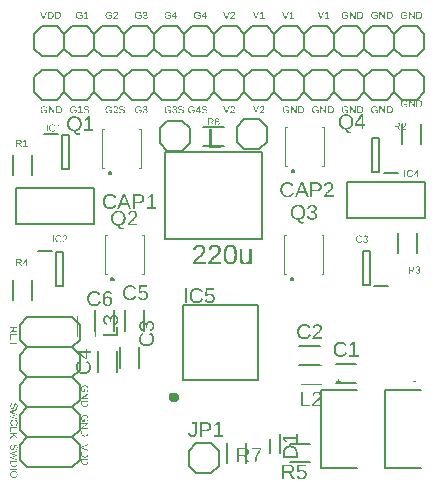
<source format=gbr>
G04 EAGLE Gerber RS-274X export*
G75*
%MOMM*%
%FSLAX34Y34*%
%LPD*%
%INSilkscreen Top*%
%IPPOS*%
%AMOC8*
5,1,8,0,0,1.08239X$1,22.5*%
G01*
G04 Define Apertures*
%ADD10C,0.127000*%
%ADD11C,0.152400*%
%ADD12C,0.200000*%
%ADD13C,0.400000*%
%ADD14C,0.120000*%
%ADD15C,0.100000*%
G36*
X38635Y390000D02*
X36424Y390000D01*
X36424Y395912D01*
X38379Y395912D01*
X38744Y395901D01*
X39087Y395865D01*
X39409Y395806D01*
X39710Y395724D01*
X39989Y395618D01*
X40247Y395489D01*
X40483Y395336D01*
X40698Y395159D01*
X40889Y394961D01*
X41055Y394743D01*
X41195Y394505D01*
X41310Y394247D01*
X41399Y393969D01*
X41463Y393672D01*
X41501Y393354D01*
X41514Y393017D01*
X41491Y392574D01*
X41424Y392159D01*
X41313Y391774D01*
X41157Y391416D01*
X40960Y391093D01*
X40726Y390810D01*
X40454Y390568D01*
X40146Y390365D01*
X39806Y390205D01*
X39441Y390091D01*
X39051Y390023D01*
X38635Y390000D01*
G37*
%LPC*%
G36*
X38543Y390642D02*
X38858Y390660D01*
X39154Y390713D01*
X39430Y390803D01*
X39686Y390927D01*
X39918Y391086D01*
X40122Y391276D01*
X40297Y391497D01*
X40444Y391750D01*
X40559Y392030D01*
X40642Y392335D01*
X40691Y392664D01*
X40708Y393017D01*
X40699Y393284D01*
X40670Y393534D01*
X40623Y393768D01*
X40557Y393986D01*
X40473Y394187D01*
X40369Y394372D01*
X40247Y394541D01*
X40106Y394693D01*
X39947Y394829D01*
X39771Y394946D01*
X39578Y395045D01*
X39369Y395126D01*
X39143Y395189D01*
X38899Y395234D01*
X38639Y395261D01*
X38362Y395270D01*
X37225Y395270D01*
X37225Y390642D01*
X38543Y390642D01*
G37*
%LPD*%
G36*
X44854Y390000D02*
X42642Y390000D01*
X42642Y395912D01*
X44598Y395912D01*
X44963Y395901D01*
X45306Y395865D01*
X45628Y395806D01*
X45929Y395724D01*
X46208Y395618D01*
X46465Y395489D01*
X46701Y395336D01*
X46916Y395159D01*
X47108Y394961D01*
X47273Y394743D01*
X47414Y394505D01*
X47528Y394247D01*
X47618Y393969D01*
X47681Y393672D01*
X47720Y393354D01*
X47732Y393017D01*
X47710Y392574D01*
X47643Y392159D01*
X47532Y391774D01*
X47376Y391416D01*
X47179Y391093D01*
X46945Y390810D01*
X46673Y390568D01*
X46364Y390365D01*
X46025Y390205D01*
X45660Y390091D01*
X45269Y390023D01*
X44854Y390000D01*
G37*
%LPC*%
G36*
X44762Y390642D02*
X45077Y390660D01*
X45373Y390713D01*
X45649Y390803D01*
X45905Y390927D01*
X46137Y391086D01*
X46341Y391276D01*
X46516Y391497D01*
X46662Y391750D01*
X46778Y392030D01*
X46861Y392335D01*
X46910Y392664D01*
X46927Y393017D01*
X46917Y393284D01*
X46889Y393534D01*
X46842Y393768D01*
X46776Y393986D01*
X46692Y394187D01*
X46588Y394372D01*
X46466Y394541D01*
X46325Y394693D01*
X46166Y394829D01*
X45990Y394946D01*
X45797Y395045D01*
X45588Y395126D01*
X45361Y395189D01*
X45118Y395234D01*
X44858Y395261D01*
X44581Y395270D01*
X43444Y395270D01*
X43444Y390642D01*
X44762Y390642D01*
G37*
%LPD*%
G36*
X33281Y390000D02*
X32451Y390000D01*
X30038Y395912D01*
X30881Y395912D01*
X32518Y391750D01*
X32870Y390705D01*
X33223Y391750D01*
X34851Y395912D01*
X35694Y395912D01*
X33281Y390000D01*
G37*
G36*
X63411Y389916D02*
X62964Y389939D01*
X62548Y390008D01*
X62164Y390124D01*
X61813Y390285D01*
X61497Y390490D01*
X61221Y390736D01*
X60984Y391022D01*
X60787Y391349D01*
X60632Y391712D01*
X60521Y392105D01*
X60454Y392529D01*
X60432Y392983D01*
X60444Y393333D01*
X60480Y393662D01*
X60541Y393971D01*
X60625Y394260D01*
X60734Y394529D01*
X60867Y394777D01*
X61023Y395004D01*
X61204Y395212D01*
X61407Y395397D01*
X61629Y395557D01*
X61871Y395692D01*
X62133Y395803D01*
X62414Y395890D01*
X62714Y395951D01*
X63034Y395988D01*
X63374Y396001D01*
X63842Y395980D01*
X64263Y395918D01*
X64639Y395814D01*
X64968Y395669D01*
X65257Y395478D01*
X65511Y395238D01*
X65729Y394948D01*
X65912Y394607D01*
X65149Y394381D01*
X65011Y394616D01*
X64849Y394816D01*
X64664Y394983D01*
X64454Y395115D01*
X64219Y395216D01*
X63958Y395288D01*
X63669Y395331D01*
X63353Y395346D01*
X63104Y395336D01*
X62871Y395307D01*
X62653Y395259D01*
X62450Y395191D01*
X62261Y395104D01*
X62088Y394998D01*
X61930Y394872D01*
X61788Y394727D01*
X61661Y394564D01*
X61551Y394386D01*
X61458Y394192D01*
X61382Y393982D01*
X61322Y393756D01*
X61280Y393514D01*
X61255Y393257D01*
X61246Y392983D01*
X61255Y392711D01*
X61282Y392453D01*
X61327Y392210D01*
X61390Y391981D01*
X61471Y391767D01*
X61570Y391568D01*
X61686Y391384D01*
X61821Y391215D01*
X61972Y391063D01*
X62136Y390931D01*
X62314Y390820D01*
X62506Y390729D01*
X62712Y390658D01*
X62931Y390607D01*
X63164Y390577D01*
X63411Y390566D01*
X63696Y390577D01*
X63971Y390611D01*
X64236Y390666D01*
X64492Y390743D01*
X64731Y390839D01*
X64946Y390950D01*
X65137Y391078D01*
X65304Y391221D01*
X65304Y392287D01*
X63537Y392287D01*
X63537Y392958D01*
X66042Y392958D01*
X66042Y390919D01*
X65794Y390693D01*
X65520Y390495D01*
X65218Y390323D01*
X64891Y390178D01*
X64542Y390064D01*
X64180Y389982D01*
X63803Y389932D01*
X63411Y389916D01*
G37*
G36*
X71047Y390000D02*
X67342Y390000D01*
X67342Y390642D01*
X68849Y390642D01*
X68849Y395191D01*
X67514Y394238D01*
X67514Y394951D01*
X68911Y395912D01*
X69608Y395912D01*
X69608Y390642D01*
X71047Y390642D01*
X71047Y390000D01*
G37*
G36*
X88411Y389916D02*
X87964Y389939D01*
X87548Y390008D01*
X87164Y390124D01*
X86813Y390285D01*
X86497Y390490D01*
X86221Y390736D01*
X85984Y391022D01*
X85787Y391349D01*
X85632Y391712D01*
X85521Y392105D01*
X85454Y392529D01*
X85432Y392983D01*
X85444Y393333D01*
X85480Y393662D01*
X85541Y393971D01*
X85625Y394260D01*
X85734Y394529D01*
X85867Y394777D01*
X86023Y395004D01*
X86204Y395212D01*
X86407Y395397D01*
X86629Y395557D01*
X86871Y395692D01*
X87133Y395803D01*
X87414Y395890D01*
X87714Y395951D01*
X88034Y395988D01*
X88374Y396001D01*
X88842Y395980D01*
X89263Y395918D01*
X89639Y395814D01*
X89968Y395669D01*
X90257Y395478D01*
X90511Y395238D01*
X90729Y394948D01*
X90912Y394607D01*
X90149Y394381D01*
X90011Y394616D01*
X89849Y394816D01*
X89664Y394983D01*
X89454Y395115D01*
X89219Y395216D01*
X88958Y395288D01*
X88669Y395331D01*
X88353Y395346D01*
X88104Y395336D01*
X87871Y395307D01*
X87653Y395259D01*
X87450Y395191D01*
X87261Y395104D01*
X87088Y394998D01*
X86930Y394872D01*
X86788Y394727D01*
X86661Y394564D01*
X86551Y394386D01*
X86458Y394192D01*
X86382Y393982D01*
X86322Y393756D01*
X86280Y393514D01*
X86255Y393257D01*
X86246Y392983D01*
X86255Y392711D01*
X86282Y392453D01*
X86327Y392210D01*
X86390Y391981D01*
X86471Y391767D01*
X86570Y391568D01*
X86686Y391384D01*
X86821Y391215D01*
X86972Y391063D01*
X87136Y390931D01*
X87314Y390820D01*
X87506Y390729D01*
X87712Y390658D01*
X87931Y390607D01*
X88164Y390577D01*
X88411Y390566D01*
X88696Y390577D01*
X88971Y390611D01*
X89236Y390666D01*
X89492Y390743D01*
X89731Y390839D01*
X89946Y390950D01*
X90137Y391078D01*
X90304Y391221D01*
X90304Y392287D01*
X88537Y392287D01*
X88537Y392958D01*
X91042Y392958D01*
X91042Y390919D01*
X90794Y390693D01*
X90520Y390495D01*
X90218Y390323D01*
X89891Y390178D01*
X89542Y390064D01*
X89180Y389982D01*
X88803Y389932D01*
X88411Y389916D01*
G37*
G36*
X96035Y390000D02*
X92120Y390000D01*
X92120Y390533D01*
X92233Y390771D01*
X92357Y390995D01*
X92494Y391204D01*
X92642Y391399D01*
X92958Y391757D01*
X93290Y392079D01*
X93964Y392644D01*
X94281Y392904D01*
X94566Y393164D01*
X94809Y393430D01*
X95000Y393709D01*
X95073Y393857D01*
X95125Y394014D01*
X95156Y394180D01*
X95166Y394356D01*
X95148Y394585D01*
X95095Y394788D01*
X95006Y394963D01*
X94881Y395111D01*
X94724Y395228D01*
X94540Y395312D01*
X94328Y395363D01*
X94088Y395379D01*
X93857Y395363D01*
X93648Y395314D01*
X93459Y395232D01*
X93293Y395117D01*
X93152Y394973D01*
X93044Y394802D01*
X92969Y394605D01*
X92925Y394381D01*
X92153Y394452D01*
X92181Y394625D01*
X92222Y394789D01*
X92277Y394943D01*
X92346Y395089D01*
X92428Y395225D01*
X92523Y395353D01*
X92755Y395581D01*
X93033Y395764D01*
X93186Y395837D01*
X93348Y395896D01*
X93519Y395942D01*
X93699Y395974D01*
X93889Y395994D01*
X94088Y396001D01*
X94305Y395994D01*
X94509Y395974D01*
X94700Y395941D01*
X94878Y395895D01*
X95043Y395836D01*
X95196Y395763D01*
X95335Y395678D01*
X95462Y395579D01*
X95575Y395468D01*
X95672Y395346D01*
X95755Y395213D01*
X95822Y395068D01*
X95875Y394913D01*
X95912Y394747D01*
X95935Y394569D01*
X95942Y394381D01*
X95933Y394209D01*
X95903Y394038D01*
X95854Y393867D01*
X95785Y393697D01*
X95697Y393527D01*
X95589Y393357D01*
X95317Y393017D01*
X94865Y392584D01*
X94130Y391964D01*
X93696Y391589D01*
X93362Y391253D01*
X93116Y390942D01*
X93023Y390790D01*
X92951Y390642D01*
X96035Y390642D01*
X96035Y390000D01*
G37*
G36*
X113411Y389916D02*
X112964Y389939D01*
X112548Y390008D01*
X112164Y390124D01*
X111813Y390285D01*
X111497Y390490D01*
X111221Y390736D01*
X110984Y391022D01*
X110787Y391349D01*
X110632Y391712D01*
X110521Y392105D01*
X110454Y392529D01*
X110432Y392983D01*
X110444Y393333D01*
X110480Y393662D01*
X110541Y393971D01*
X110625Y394260D01*
X110734Y394529D01*
X110867Y394777D01*
X111023Y395004D01*
X111204Y395212D01*
X111407Y395397D01*
X111629Y395557D01*
X111871Y395692D01*
X112133Y395803D01*
X112414Y395890D01*
X112714Y395951D01*
X113034Y395988D01*
X113374Y396001D01*
X113842Y395980D01*
X114263Y395918D01*
X114639Y395814D01*
X114968Y395669D01*
X115257Y395478D01*
X115511Y395238D01*
X115729Y394948D01*
X115912Y394607D01*
X115149Y394381D01*
X115011Y394616D01*
X114849Y394816D01*
X114664Y394983D01*
X114454Y395115D01*
X114219Y395216D01*
X113958Y395288D01*
X113669Y395331D01*
X113353Y395346D01*
X113104Y395336D01*
X112871Y395307D01*
X112653Y395259D01*
X112450Y395191D01*
X112261Y395104D01*
X112088Y394998D01*
X111930Y394872D01*
X111788Y394727D01*
X111661Y394564D01*
X111551Y394386D01*
X111458Y394192D01*
X111382Y393982D01*
X111322Y393756D01*
X111280Y393514D01*
X111255Y393257D01*
X111246Y392983D01*
X111255Y392711D01*
X111282Y392453D01*
X111327Y392210D01*
X111390Y391981D01*
X111471Y391767D01*
X111570Y391568D01*
X111686Y391384D01*
X111821Y391215D01*
X111972Y391063D01*
X112136Y390931D01*
X112314Y390820D01*
X112506Y390729D01*
X112712Y390658D01*
X112931Y390607D01*
X113164Y390577D01*
X113411Y390566D01*
X113696Y390577D01*
X113971Y390611D01*
X114236Y390666D01*
X114492Y390743D01*
X114731Y390839D01*
X114946Y390950D01*
X115137Y391078D01*
X115304Y391221D01*
X115304Y392287D01*
X113537Y392287D01*
X113537Y392958D01*
X116042Y392958D01*
X116042Y390919D01*
X115794Y390693D01*
X115520Y390495D01*
X115218Y390323D01*
X114891Y390178D01*
X114542Y390064D01*
X114180Y389982D01*
X113803Y389932D01*
X113411Y389916D01*
G37*
G36*
X119084Y389916D02*
X118865Y389922D01*
X118657Y389941D01*
X118461Y389973D01*
X118276Y390017D01*
X118103Y390074D01*
X117941Y390144D01*
X117790Y390226D01*
X117651Y390321D01*
X117524Y390428D01*
X117410Y390548D01*
X117310Y390679D01*
X117224Y390823D01*
X117151Y390979D01*
X117092Y391147D01*
X117047Y391327D01*
X117015Y391519D01*
X117795Y391590D01*
X117848Y391344D01*
X117932Y391131D01*
X118047Y390951D01*
X118193Y390804D01*
X118369Y390689D01*
X118577Y390607D01*
X118815Y390558D01*
X119084Y390541D01*
X119354Y390559D01*
X119593Y390612D01*
X119801Y390699D01*
X119979Y390822D01*
X120122Y390980D01*
X120223Y391172D01*
X120284Y391398D01*
X120305Y391657D01*
X120281Y391886D01*
X120212Y392087D01*
X120096Y392262D01*
X119933Y392411D01*
X119727Y392529D01*
X119480Y392614D01*
X119191Y392664D01*
X118861Y392681D01*
X118433Y392681D01*
X118433Y393336D01*
X118844Y393336D01*
X119137Y393353D01*
X119396Y393404D01*
X119619Y393488D01*
X119807Y393607D01*
X119957Y393755D01*
X120064Y393929D01*
X120128Y394129D01*
X120149Y394356D01*
X120132Y394580D01*
X120080Y394780D01*
X119992Y394955D01*
X119870Y395105D01*
X119714Y395225D01*
X119524Y395311D01*
X119299Y395362D01*
X119042Y395379D01*
X118804Y395363D01*
X118590Y395315D01*
X118400Y395236D01*
X118234Y395124D01*
X118096Y394982D01*
X117990Y394815D01*
X117916Y394622D01*
X117875Y394402D01*
X117116Y394461D01*
X117143Y394637D01*
X117185Y394804D01*
X117240Y394960D01*
X117308Y395107D01*
X117390Y395243D01*
X117486Y395370D01*
X117595Y395487D01*
X117718Y395593D01*
X117995Y395772D01*
X118148Y395842D01*
X118310Y395899D01*
X118481Y395943D01*
X118661Y395975D01*
X118851Y395994D01*
X119050Y396001D01*
X119266Y395994D01*
X119470Y395975D01*
X119661Y395942D01*
X119840Y395897D01*
X120007Y395839D01*
X120161Y395768D01*
X120303Y395684D01*
X120433Y395587D01*
X120548Y395479D01*
X120648Y395360D01*
X120733Y395231D01*
X120802Y395093D01*
X120856Y394944D01*
X120895Y394784D01*
X120918Y394615D01*
X120926Y394435D01*
X120906Y394165D01*
X120846Y393922D01*
X120747Y393705D01*
X120609Y393514D01*
X120432Y393351D01*
X120220Y393217D01*
X119972Y393111D01*
X119688Y393034D01*
X119688Y393017D01*
X120001Y392962D01*
X120277Y392870D01*
X120517Y392740D01*
X120720Y392572D01*
X120882Y392373D01*
X120997Y392151D01*
X121066Y391903D01*
X121089Y391632D01*
X121081Y391434D01*
X121057Y391246D01*
X121016Y391071D01*
X120959Y390906D01*
X120886Y390754D01*
X120797Y390613D01*
X120691Y390483D01*
X120569Y390365D01*
X120432Y390260D01*
X120281Y390169D01*
X120116Y390091D01*
X119937Y390028D01*
X119745Y389979D01*
X119538Y389944D01*
X119318Y389923D01*
X119084Y389916D01*
G37*
G36*
X138411Y389916D02*
X137964Y389939D01*
X137548Y390008D01*
X137164Y390124D01*
X136813Y390285D01*
X136497Y390490D01*
X136221Y390736D01*
X135984Y391022D01*
X135787Y391349D01*
X135632Y391712D01*
X135521Y392105D01*
X135454Y392529D01*
X135432Y392983D01*
X135444Y393333D01*
X135480Y393662D01*
X135541Y393971D01*
X135625Y394260D01*
X135734Y394529D01*
X135867Y394777D01*
X136023Y395004D01*
X136204Y395212D01*
X136407Y395397D01*
X136629Y395557D01*
X136871Y395692D01*
X137133Y395803D01*
X137414Y395890D01*
X137714Y395951D01*
X138034Y395988D01*
X138374Y396001D01*
X138842Y395980D01*
X139263Y395918D01*
X139639Y395814D01*
X139968Y395669D01*
X140257Y395478D01*
X140511Y395238D01*
X140729Y394948D01*
X140912Y394607D01*
X140149Y394381D01*
X140011Y394616D01*
X139849Y394816D01*
X139664Y394983D01*
X139454Y395115D01*
X139219Y395216D01*
X138958Y395288D01*
X138669Y395331D01*
X138353Y395346D01*
X138104Y395336D01*
X137871Y395307D01*
X137653Y395259D01*
X137450Y395191D01*
X137261Y395104D01*
X137088Y394998D01*
X136930Y394872D01*
X136788Y394727D01*
X136661Y394564D01*
X136551Y394386D01*
X136458Y394192D01*
X136382Y393982D01*
X136322Y393756D01*
X136280Y393514D01*
X136255Y393257D01*
X136246Y392983D01*
X136255Y392711D01*
X136282Y392453D01*
X136327Y392210D01*
X136390Y391981D01*
X136471Y391767D01*
X136570Y391568D01*
X136686Y391384D01*
X136821Y391215D01*
X136972Y391063D01*
X137136Y390931D01*
X137314Y390820D01*
X137506Y390729D01*
X137712Y390658D01*
X137931Y390607D01*
X138164Y390577D01*
X138411Y390566D01*
X138696Y390577D01*
X138971Y390611D01*
X139236Y390666D01*
X139492Y390743D01*
X139731Y390839D01*
X139946Y390950D01*
X140137Y391078D01*
X140304Y391221D01*
X140304Y392287D01*
X138537Y392287D01*
X138537Y392958D01*
X141042Y392958D01*
X141042Y390919D01*
X140794Y390693D01*
X140520Y390495D01*
X140218Y390323D01*
X139891Y390178D01*
X139542Y390064D01*
X139180Y389982D01*
X138803Y389932D01*
X138411Y389916D01*
G37*
G36*
X145384Y390000D02*
X144671Y390000D01*
X144671Y391339D01*
X141885Y391339D01*
X141885Y391926D01*
X144591Y395912D01*
X145384Y395912D01*
X145384Y391934D01*
X146215Y391934D01*
X146215Y391339D01*
X145384Y391339D01*
X145384Y390000D01*
G37*
%LPC*%
G36*
X144671Y391934D02*
X144671Y395061D01*
X144553Y394838D01*
X144390Y394561D01*
X142875Y392329D01*
X142648Y392018D01*
X142581Y391934D01*
X144671Y391934D01*
G37*
%LPD*%
G36*
X163411Y389916D02*
X162964Y389939D01*
X162548Y390008D01*
X162164Y390124D01*
X161813Y390285D01*
X161497Y390490D01*
X161221Y390736D01*
X160984Y391022D01*
X160787Y391349D01*
X160632Y391712D01*
X160521Y392105D01*
X160454Y392529D01*
X160432Y392983D01*
X160444Y393333D01*
X160480Y393662D01*
X160541Y393971D01*
X160625Y394260D01*
X160734Y394529D01*
X160867Y394777D01*
X161023Y395004D01*
X161204Y395212D01*
X161407Y395397D01*
X161629Y395557D01*
X161871Y395692D01*
X162133Y395803D01*
X162414Y395890D01*
X162714Y395951D01*
X163034Y395988D01*
X163374Y396001D01*
X163842Y395980D01*
X164263Y395918D01*
X164639Y395814D01*
X164968Y395669D01*
X165257Y395478D01*
X165511Y395238D01*
X165729Y394948D01*
X165912Y394607D01*
X165149Y394381D01*
X165011Y394616D01*
X164849Y394816D01*
X164664Y394983D01*
X164454Y395115D01*
X164219Y395216D01*
X163958Y395288D01*
X163669Y395331D01*
X163353Y395346D01*
X163104Y395336D01*
X162871Y395307D01*
X162653Y395259D01*
X162450Y395191D01*
X162261Y395104D01*
X162088Y394998D01*
X161930Y394872D01*
X161788Y394727D01*
X161661Y394564D01*
X161551Y394386D01*
X161458Y394192D01*
X161382Y393982D01*
X161322Y393756D01*
X161280Y393514D01*
X161255Y393257D01*
X161246Y392983D01*
X161255Y392711D01*
X161282Y392453D01*
X161327Y392210D01*
X161390Y391981D01*
X161471Y391767D01*
X161570Y391568D01*
X161686Y391384D01*
X161821Y391215D01*
X161972Y391063D01*
X162136Y390931D01*
X162314Y390820D01*
X162506Y390729D01*
X162712Y390658D01*
X162931Y390607D01*
X163164Y390577D01*
X163411Y390566D01*
X163696Y390577D01*
X163971Y390611D01*
X164236Y390666D01*
X164492Y390743D01*
X164731Y390839D01*
X164946Y390950D01*
X165137Y391078D01*
X165304Y391221D01*
X165304Y392287D01*
X163537Y392287D01*
X163537Y392958D01*
X166042Y392958D01*
X166042Y390919D01*
X165794Y390693D01*
X165520Y390495D01*
X165218Y390323D01*
X164891Y390178D01*
X164542Y390064D01*
X164180Y389982D01*
X163803Y389932D01*
X163411Y389916D01*
G37*
G36*
X170384Y390000D02*
X169671Y390000D01*
X169671Y391339D01*
X166885Y391339D01*
X166885Y391926D01*
X169591Y395912D01*
X170384Y395912D01*
X170384Y391934D01*
X171215Y391934D01*
X171215Y391339D01*
X170384Y391339D01*
X170384Y390000D01*
G37*
%LPC*%
G36*
X169671Y391934D02*
X169671Y395061D01*
X169553Y394838D01*
X169390Y394561D01*
X167875Y392329D01*
X167648Y392018D01*
X167581Y391934D01*
X169671Y391934D01*
G37*
%LPD*%
G36*
X188281Y390000D02*
X187451Y390000D01*
X185038Y395912D01*
X185881Y395912D01*
X187518Y391750D01*
X187870Y390705D01*
X188223Y391750D01*
X189851Y395912D01*
X190694Y395912D01*
X188281Y390000D01*
G37*
G36*
X195066Y390000D02*
X191151Y390000D01*
X191151Y390533D01*
X191264Y390771D01*
X191389Y390995D01*
X191525Y391204D01*
X191673Y391399D01*
X191990Y391757D01*
X192322Y392079D01*
X192995Y392644D01*
X193313Y392904D01*
X193597Y393164D01*
X193840Y393430D01*
X194032Y393709D01*
X194104Y393857D01*
X194156Y394014D01*
X194187Y394180D01*
X194197Y394356D01*
X194180Y394585D01*
X194126Y394788D01*
X194037Y394963D01*
X193912Y395111D01*
X193755Y395228D01*
X193571Y395312D01*
X193359Y395363D01*
X193119Y395379D01*
X192888Y395363D01*
X192679Y395314D01*
X192491Y395232D01*
X192324Y395117D01*
X192184Y394973D01*
X192076Y394802D01*
X192000Y394605D01*
X191957Y394381D01*
X191185Y394452D01*
X191212Y394625D01*
X191254Y394789D01*
X191309Y394943D01*
X191377Y395089D01*
X191459Y395225D01*
X191555Y395353D01*
X191787Y395581D01*
X192064Y395764D01*
X192217Y395837D01*
X192379Y395896D01*
X192550Y395942D01*
X192730Y395974D01*
X192920Y395994D01*
X193119Y396001D01*
X193336Y395994D01*
X193540Y395974D01*
X193731Y395941D01*
X193909Y395895D01*
X194075Y395836D01*
X194227Y395763D01*
X194367Y395678D01*
X194493Y395579D01*
X194606Y395468D01*
X194703Y395346D01*
X194786Y395213D01*
X194854Y395068D01*
X194906Y394913D01*
X194944Y394747D01*
X194966Y394569D01*
X194974Y394381D01*
X194964Y394209D01*
X194934Y394038D01*
X194885Y393867D01*
X194816Y393697D01*
X194728Y393527D01*
X194621Y393357D01*
X194348Y393017D01*
X193896Y392584D01*
X193161Y391964D01*
X192728Y391589D01*
X192393Y391253D01*
X192148Y390942D01*
X192055Y390790D01*
X191982Y390642D01*
X195066Y390642D01*
X195066Y390000D01*
G37*
G36*
X213281Y390000D02*
X212451Y390000D01*
X210038Y395912D01*
X210881Y395912D01*
X212518Y391750D01*
X212870Y390705D01*
X213223Y391750D01*
X214851Y395912D01*
X215694Y395912D01*
X213281Y390000D01*
G37*
G36*
X220079Y390000D02*
X216373Y390000D01*
X216373Y390642D01*
X217880Y390642D01*
X217880Y395191D01*
X216545Y394238D01*
X216545Y394951D01*
X217943Y395912D01*
X218639Y395912D01*
X218639Y390642D01*
X220079Y390642D01*
X220079Y390000D01*
G37*
G36*
X238281Y390000D02*
X237451Y390000D01*
X235038Y395912D01*
X235881Y395912D01*
X237518Y391750D01*
X237870Y390705D01*
X238223Y391750D01*
X239851Y395912D01*
X240694Y395912D01*
X238281Y390000D01*
G37*
G36*
X245079Y390000D02*
X241373Y390000D01*
X241373Y390642D01*
X242880Y390642D01*
X242880Y395191D01*
X241545Y394238D01*
X241545Y394951D01*
X242943Y395912D01*
X243639Y395912D01*
X243639Y390642D01*
X245079Y390642D01*
X245079Y390000D01*
G37*
G36*
X268281Y390000D02*
X267451Y390000D01*
X265038Y395912D01*
X265881Y395912D01*
X267518Y391750D01*
X267870Y390705D01*
X268223Y391750D01*
X269851Y395912D01*
X270694Y395912D01*
X268281Y390000D01*
G37*
G36*
X275079Y390000D02*
X271373Y390000D01*
X271373Y390642D01*
X272880Y390642D01*
X272880Y395191D01*
X271545Y394238D01*
X271545Y394951D01*
X272943Y395912D01*
X273639Y395912D01*
X273639Y390642D01*
X275079Y390642D01*
X275079Y390000D01*
G37*
G36*
X300823Y390000D02*
X298611Y390000D01*
X298611Y395912D01*
X300567Y395912D01*
X300931Y395901D01*
X301275Y395865D01*
X301597Y395806D01*
X301897Y395724D01*
X302176Y395618D01*
X302434Y395489D01*
X302670Y395336D01*
X302885Y395159D01*
X303076Y394961D01*
X303242Y394743D01*
X303382Y394505D01*
X303497Y394247D01*
X303586Y393969D01*
X303650Y393672D01*
X303688Y393354D01*
X303701Y393017D01*
X303679Y392574D01*
X303612Y392159D01*
X303501Y391774D01*
X303344Y391416D01*
X303148Y391093D01*
X302913Y390810D01*
X302642Y390568D01*
X302333Y390365D01*
X301993Y390205D01*
X301628Y390091D01*
X301238Y390023D01*
X300823Y390000D01*
G37*
%LPC*%
G36*
X300730Y390642D02*
X301046Y390660D01*
X301341Y390713D01*
X301617Y390803D01*
X301874Y390927D01*
X302106Y391086D01*
X302310Y391276D01*
X302485Y391497D01*
X302631Y391750D01*
X302747Y392030D01*
X302829Y392335D01*
X302879Y392664D01*
X302895Y393017D01*
X302886Y393284D01*
X302858Y393534D01*
X302811Y393768D01*
X302745Y393986D01*
X302660Y394187D01*
X302557Y394372D01*
X302434Y394541D01*
X302293Y394693D01*
X302134Y394829D01*
X301959Y394946D01*
X301766Y395045D01*
X301556Y395126D01*
X301330Y395189D01*
X301087Y395234D01*
X300827Y395261D01*
X300550Y395270D01*
X299413Y395270D01*
X299413Y390642D01*
X300730Y390642D01*
G37*
%LPD*%
G36*
X293106Y390000D02*
X292392Y390000D01*
X292392Y395912D01*
X293324Y395912D01*
X296521Y390843D01*
X296484Y391553D01*
X296471Y392035D01*
X296471Y395912D01*
X297193Y395912D01*
X297193Y390000D01*
X296228Y390000D01*
X293064Y395035D01*
X293085Y394628D01*
X293106Y393928D01*
X293106Y390000D01*
G37*
G36*
X288411Y389916D02*
X287964Y389939D01*
X287548Y390008D01*
X287164Y390124D01*
X286813Y390285D01*
X286497Y390490D01*
X286221Y390736D01*
X285984Y391022D01*
X285787Y391349D01*
X285632Y391712D01*
X285521Y392105D01*
X285454Y392529D01*
X285432Y392983D01*
X285444Y393333D01*
X285480Y393662D01*
X285541Y393971D01*
X285625Y394260D01*
X285734Y394529D01*
X285867Y394777D01*
X286023Y395004D01*
X286204Y395212D01*
X286407Y395397D01*
X286629Y395557D01*
X286871Y395692D01*
X287133Y395803D01*
X287414Y395890D01*
X287714Y395951D01*
X288034Y395988D01*
X288374Y396001D01*
X288842Y395980D01*
X289263Y395918D01*
X289639Y395814D01*
X289968Y395669D01*
X290257Y395478D01*
X290511Y395238D01*
X290729Y394948D01*
X290912Y394607D01*
X290149Y394381D01*
X290011Y394616D01*
X289849Y394816D01*
X289664Y394983D01*
X289454Y395115D01*
X289219Y395216D01*
X288958Y395288D01*
X288669Y395331D01*
X288353Y395346D01*
X288104Y395336D01*
X287871Y395307D01*
X287653Y395259D01*
X287450Y395191D01*
X287261Y395104D01*
X287088Y394998D01*
X286930Y394872D01*
X286788Y394727D01*
X286661Y394564D01*
X286551Y394386D01*
X286458Y394192D01*
X286382Y393982D01*
X286322Y393756D01*
X286280Y393514D01*
X286255Y393257D01*
X286246Y392983D01*
X286255Y392711D01*
X286282Y392453D01*
X286327Y392210D01*
X286390Y391981D01*
X286471Y391767D01*
X286570Y391568D01*
X286686Y391384D01*
X286821Y391215D01*
X286972Y391063D01*
X287136Y390931D01*
X287314Y390820D01*
X287506Y390729D01*
X287712Y390658D01*
X287931Y390607D01*
X288164Y390577D01*
X288411Y390566D01*
X288696Y390577D01*
X288971Y390611D01*
X289236Y390666D01*
X289492Y390743D01*
X289731Y390839D01*
X289946Y390950D01*
X290137Y391078D01*
X290304Y391221D01*
X290304Y392287D01*
X288537Y392287D01*
X288537Y392958D01*
X291042Y392958D01*
X291042Y390919D01*
X290794Y390693D01*
X290520Y390495D01*
X290218Y390323D01*
X289891Y390178D01*
X289542Y390064D01*
X289180Y389982D01*
X288803Y389932D01*
X288411Y389916D01*
G37*
G36*
X325823Y390000D02*
X323611Y390000D01*
X323611Y395912D01*
X325567Y395912D01*
X325931Y395901D01*
X326275Y395865D01*
X326597Y395806D01*
X326897Y395724D01*
X327176Y395618D01*
X327434Y395489D01*
X327670Y395336D01*
X327885Y395159D01*
X328076Y394961D01*
X328242Y394743D01*
X328382Y394505D01*
X328497Y394247D01*
X328586Y393969D01*
X328650Y393672D01*
X328688Y393354D01*
X328701Y393017D01*
X328679Y392574D01*
X328612Y392159D01*
X328501Y391774D01*
X328344Y391416D01*
X328148Y391093D01*
X327913Y390810D01*
X327642Y390568D01*
X327333Y390365D01*
X326993Y390205D01*
X326628Y390091D01*
X326238Y390023D01*
X325823Y390000D01*
G37*
%LPC*%
G36*
X325730Y390642D02*
X326046Y390660D01*
X326341Y390713D01*
X326617Y390803D01*
X326874Y390927D01*
X327106Y391086D01*
X327310Y391276D01*
X327485Y391497D01*
X327631Y391750D01*
X327747Y392030D01*
X327829Y392335D01*
X327879Y392664D01*
X327895Y393017D01*
X327886Y393284D01*
X327858Y393534D01*
X327811Y393768D01*
X327745Y393986D01*
X327660Y394187D01*
X327557Y394372D01*
X327434Y394541D01*
X327293Y394693D01*
X327134Y394829D01*
X326959Y394946D01*
X326766Y395045D01*
X326556Y395126D01*
X326330Y395189D01*
X326087Y395234D01*
X325827Y395261D01*
X325550Y395270D01*
X324413Y395270D01*
X324413Y390642D01*
X325730Y390642D01*
G37*
%LPD*%
G36*
X318106Y390000D02*
X317392Y390000D01*
X317392Y395912D01*
X318324Y395912D01*
X321521Y390843D01*
X321484Y391553D01*
X321471Y392035D01*
X321471Y395912D01*
X322193Y395912D01*
X322193Y390000D01*
X321228Y390000D01*
X318064Y395035D01*
X318085Y394628D01*
X318106Y393928D01*
X318106Y390000D01*
G37*
G36*
X313411Y389916D02*
X312964Y389939D01*
X312548Y390008D01*
X312164Y390124D01*
X311813Y390285D01*
X311497Y390490D01*
X311221Y390736D01*
X310984Y391022D01*
X310787Y391349D01*
X310632Y391712D01*
X310521Y392105D01*
X310454Y392529D01*
X310432Y392983D01*
X310444Y393333D01*
X310480Y393662D01*
X310541Y393971D01*
X310625Y394260D01*
X310734Y394529D01*
X310867Y394777D01*
X311023Y395004D01*
X311204Y395212D01*
X311407Y395397D01*
X311629Y395557D01*
X311871Y395692D01*
X312133Y395803D01*
X312414Y395890D01*
X312714Y395951D01*
X313034Y395988D01*
X313374Y396001D01*
X313842Y395980D01*
X314263Y395918D01*
X314639Y395814D01*
X314968Y395669D01*
X315257Y395478D01*
X315511Y395238D01*
X315729Y394948D01*
X315912Y394607D01*
X315149Y394381D01*
X315011Y394616D01*
X314849Y394816D01*
X314664Y394983D01*
X314454Y395115D01*
X314219Y395216D01*
X313958Y395288D01*
X313669Y395331D01*
X313353Y395346D01*
X313104Y395336D01*
X312871Y395307D01*
X312653Y395259D01*
X312450Y395191D01*
X312261Y395104D01*
X312088Y394998D01*
X311930Y394872D01*
X311788Y394727D01*
X311661Y394564D01*
X311551Y394386D01*
X311458Y394192D01*
X311382Y393982D01*
X311322Y393756D01*
X311280Y393514D01*
X311255Y393257D01*
X311246Y392983D01*
X311255Y392711D01*
X311282Y392453D01*
X311327Y392210D01*
X311390Y391981D01*
X311471Y391767D01*
X311570Y391568D01*
X311686Y391384D01*
X311821Y391215D01*
X311972Y391063D01*
X312136Y390931D01*
X312314Y390820D01*
X312506Y390729D01*
X312712Y390658D01*
X312931Y390607D01*
X313164Y390577D01*
X313411Y390566D01*
X313696Y390577D01*
X313971Y390611D01*
X314236Y390666D01*
X314492Y390743D01*
X314731Y390839D01*
X314946Y390950D01*
X315137Y391078D01*
X315304Y391221D01*
X315304Y392287D01*
X313537Y392287D01*
X313537Y392958D01*
X316042Y392958D01*
X316042Y390919D01*
X315794Y390693D01*
X315520Y390495D01*
X315218Y390323D01*
X314891Y390178D01*
X314542Y390064D01*
X314180Y389982D01*
X313803Y389932D01*
X313411Y389916D01*
G37*
G36*
X350823Y390000D02*
X348611Y390000D01*
X348611Y395912D01*
X350567Y395912D01*
X350931Y395901D01*
X351275Y395865D01*
X351597Y395806D01*
X351897Y395724D01*
X352176Y395618D01*
X352434Y395489D01*
X352670Y395336D01*
X352885Y395159D01*
X353076Y394961D01*
X353242Y394743D01*
X353382Y394505D01*
X353497Y394247D01*
X353586Y393969D01*
X353650Y393672D01*
X353688Y393354D01*
X353701Y393017D01*
X353679Y392574D01*
X353612Y392159D01*
X353501Y391774D01*
X353344Y391416D01*
X353148Y391093D01*
X352913Y390810D01*
X352642Y390568D01*
X352333Y390365D01*
X351993Y390205D01*
X351628Y390091D01*
X351238Y390023D01*
X350823Y390000D01*
G37*
%LPC*%
G36*
X350730Y390642D02*
X351046Y390660D01*
X351341Y390713D01*
X351617Y390803D01*
X351874Y390927D01*
X352106Y391086D01*
X352310Y391276D01*
X352485Y391497D01*
X352631Y391750D01*
X352747Y392030D01*
X352829Y392335D01*
X352879Y392664D01*
X352895Y393017D01*
X352886Y393284D01*
X352858Y393534D01*
X352811Y393768D01*
X352745Y393986D01*
X352660Y394187D01*
X352557Y394372D01*
X352434Y394541D01*
X352293Y394693D01*
X352134Y394829D01*
X351959Y394946D01*
X351766Y395045D01*
X351556Y395126D01*
X351330Y395189D01*
X351087Y395234D01*
X350827Y395261D01*
X350550Y395270D01*
X349413Y395270D01*
X349413Y390642D01*
X350730Y390642D01*
G37*
%LPD*%
G36*
X343106Y390000D02*
X342392Y390000D01*
X342392Y395912D01*
X343324Y395912D01*
X346521Y390843D01*
X346484Y391553D01*
X346471Y392035D01*
X346471Y395912D01*
X347193Y395912D01*
X347193Y390000D01*
X346228Y390000D01*
X343064Y395035D01*
X343085Y394628D01*
X343106Y393928D01*
X343106Y390000D01*
G37*
G36*
X338411Y389916D02*
X337964Y389939D01*
X337548Y390008D01*
X337164Y390124D01*
X336813Y390285D01*
X336497Y390490D01*
X336221Y390736D01*
X335984Y391022D01*
X335787Y391349D01*
X335632Y391712D01*
X335521Y392105D01*
X335454Y392529D01*
X335432Y392983D01*
X335444Y393333D01*
X335480Y393662D01*
X335541Y393971D01*
X335625Y394260D01*
X335734Y394529D01*
X335867Y394777D01*
X336023Y395004D01*
X336204Y395212D01*
X336407Y395397D01*
X336629Y395557D01*
X336871Y395692D01*
X337133Y395803D01*
X337414Y395890D01*
X337714Y395951D01*
X338034Y395988D01*
X338374Y396001D01*
X338842Y395980D01*
X339263Y395918D01*
X339639Y395814D01*
X339968Y395669D01*
X340257Y395478D01*
X340511Y395238D01*
X340729Y394948D01*
X340912Y394607D01*
X340149Y394381D01*
X340011Y394616D01*
X339849Y394816D01*
X339664Y394983D01*
X339454Y395115D01*
X339219Y395216D01*
X338958Y395288D01*
X338669Y395331D01*
X338353Y395346D01*
X338104Y395336D01*
X337871Y395307D01*
X337653Y395259D01*
X337450Y395191D01*
X337261Y395104D01*
X337088Y394998D01*
X336930Y394872D01*
X336788Y394727D01*
X336661Y394564D01*
X336551Y394386D01*
X336458Y394192D01*
X336382Y393982D01*
X336322Y393756D01*
X336280Y393514D01*
X336255Y393257D01*
X336246Y392983D01*
X336255Y392711D01*
X336282Y392453D01*
X336327Y392210D01*
X336390Y391981D01*
X336471Y391767D01*
X336570Y391568D01*
X336686Y391384D01*
X336821Y391215D01*
X336972Y391063D01*
X337136Y390931D01*
X337314Y390820D01*
X337506Y390729D01*
X337712Y390658D01*
X337931Y390607D01*
X338164Y390577D01*
X338411Y390566D01*
X338696Y390577D01*
X338971Y390611D01*
X339236Y390666D01*
X339492Y390743D01*
X339731Y390839D01*
X339946Y390950D01*
X340137Y391078D01*
X340304Y391221D01*
X340304Y392287D01*
X338537Y392287D01*
X338537Y392958D01*
X341042Y392958D01*
X341042Y390919D01*
X340794Y390693D01*
X340520Y390495D01*
X340218Y390323D01*
X339891Y390178D01*
X339542Y390064D01*
X339180Y389982D01*
X338803Y389932D01*
X338411Y389916D01*
G37*
G36*
X350823Y315000D02*
X348611Y315000D01*
X348611Y320912D01*
X350567Y320912D01*
X350931Y320901D01*
X351275Y320865D01*
X351597Y320806D01*
X351897Y320724D01*
X352176Y320618D01*
X352434Y320489D01*
X352670Y320336D01*
X352885Y320159D01*
X353076Y319961D01*
X353242Y319743D01*
X353382Y319505D01*
X353497Y319247D01*
X353586Y318969D01*
X353650Y318672D01*
X353688Y318354D01*
X353701Y318017D01*
X353679Y317574D01*
X353612Y317159D01*
X353501Y316774D01*
X353344Y316416D01*
X353148Y316093D01*
X352913Y315810D01*
X352642Y315568D01*
X352333Y315365D01*
X351993Y315205D01*
X351628Y315091D01*
X351238Y315023D01*
X350823Y315000D01*
G37*
%LPC*%
G36*
X350730Y315642D02*
X351046Y315660D01*
X351341Y315713D01*
X351617Y315803D01*
X351874Y315927D01*
X352106Y316086D01*
X352310Y316276D01*
X352485Y316497D01*
X352631Y316750D01*
X352747Y317030D01*
X352829Y317335D01*
X352879Y317664D01*
X352895Y318017D01*
X352886Y318284D01*
X352858Y318534D01*
X352811Y318768D01*
X352745Y318986D01*
X352660Y319187D01*
X352557Y319372D01*
X352434Y319541D01*
X352293Y319693D01*
X352134Y319829D01*
X351959Y319946D01*
X351766Y320045D01*
X351556Y320126D01*
X351330Y320189D01*
X351087Y320234D01*
X350827Y320261D01*
X350550Y320270D01*
X349413Y320270D01*
X349413Y315642D01*
X350730Y315642D01*
G37*
%LPD*%
G36*
X343106Y315000D02*
X342392Y315000D01*
X342392Y320912D01*
X343324Y320912D01*
X346521Y315843D01*
X346484Y316553D01*
X346471Y317035D01*
X346471Y320912D01*
X347193Y320912D01*
X347193Y315000D01*
X346228Y315000D01*
X343064Y320035D01*
X343085Y319628D01*
X343106Y318928D01*
X343106Y315000D01*
G37*
G36*
X338411Y314916D02*
X337964Y314939D01*
X337548Y315008D01*
X337164Y315124D01*
X336813Y315285D01*
X336497Y315490D01*
X336221Y315736D01*
X335984Y316022D01*
X335787Y316349D01*
X335632Y316712D01*
X335521Y317105D01*
X335454Y317529D01*
X335432Y317983D01*
X335444Y318333D01*
X335480Y318662D01*
X335541Y318971D01*
X335625Y319260D01*
X335734Y319529D01*
X335867Y319777D01*
X336023Y320004D01*
X336204Y320212D01*
X336407Y320397D01*
X336629Y320557D01*
X336871Y320692D01*
X337133Y320803D01*
X337414Y320890D01*
X337714Y320951D01*
X338034Y320988D01*
X338374Y321001D01*
X338842Y320980D01*
X339263Y320918D01*
X339639Y320814D01*
X339968Y320669D01*
X340257Y320478D01*
X340511Y320238D01*
X340729Y319948D01*
X340912Y319607D01*
X340149Y319381D01*
X340011Y319616D01*
X339849Y319816D01*
X339664Y319983D01*
X339454Y320115D01*
X339219Y320216D01*
X338958Y320288D01*
X338669Y320331D01*
X338353Y320346D01*
X338104Y320336D01*
X337871Y320307D01*
X337653Y320259D01*
X337450Y320191D01*
X337261Y320104D01*
X337088Y319998D01*
X336930Y319872D01*
X336788Y319727D01*
X336661Y319564D01*
X336551Y319386D01*
X336458Y319192D01*
X336382Y318982D01*
X336322Y318756D01*
X336280Y318514D01*
X336255Y318257D01*
X336246Y317983D01*
X336255Y317711D01*
X336282Y317453D01*
X336327Y317210D01*
X336390Y316981D01*
X336471Y316767D01*
X336570Y316568D01*
X336686Y316384D01*
X336821Y316215D01*
X336972Y316063D01*
X337136Y315931D01*
X337314Y315820D01*
X337506Y315729D01*
X337712Y315658D01*
X337931Y315607D01*
X338164Y315577D01*
X338411Y315566D01*
X338696Y315577D01*
X338971Y315611D01*
X339236Y315666D01*
X339492Y315743D01*
X339731Y315839D01*
X339946Y315950D01*
X340137Y316078D01*
X340304Y316221D01*
X340304Y317287D01*
X338537Y317287D01*
X338537Y317958D01*
X341042Y317958D01*
X341042Y315919D01*
X340794Y315693D01*
X340520Y315495D01*
X340218Y315323D01*
X339891Y315178D01*
X339542Y315064D01*
X339180Y314982D01*
X338803Y314932D01*
X338411Y314916D01*
G37*
G36*
X325823Y310000D02*
X323611Y310000D01*
X323611Y315912D01*
X325567Y315912D01*
X325931Y315901D01*
X326275Y315865D01*
X326597Y315806D01*
X326897Y315724D01*
X327176Y315618D01*
X327434Y315489D01*
X327670Y315336D01*
X327885Y315159D01*
X328076Y314961D01*
X328242Y314743D01*
X328382Y314505D01*
X328497Y314247D01*
X328586Y313969D01*
X328650Y313672D01*
X328688Y313354D01*
X328701Y313017D01*
X328679Y312574D01*
X328612Y312159D01*
X328501Y311774D01*
X328344Y311416D01*
X328148Y311093D01*
X327913Y310810D01*
X327642Y310568D01*
X327333Y310365D01*
X326993Y310205D01*
X326628Y310091D01*
X326238Y310023D01*
X325823Y310000D01*
G37*
%LPC*%
G36*
X325730Y310642D02*
X326046Y310660D01*
X326341Y310713D01*
X326617Y310803D01*
X326874Y310927D01*
X327106Y311086D01*
X327310Y311276D01*
X327485Y311497D01*
X327631Y311750D01*
X327747Y312030D01*
X327829Y312335D01*
X327879Y312664D01*
X327895Y313017D01*
X327886Y313284D01*
X327858Y313534D01*
X327811Y313768D01*
X327745Y313986D01*
X327660Y314187D01*
X327557Y314372D01*
X327434Y314541D01*
X327293Y314693D01*
X327134Y314829D01*
X326959Y314946D01*
X326766Y315045D01*
X326556Y315126D01*
X326330Y315189D01*
X326087Y315234D01*
X325827Y315261D01*
X325550Y315270D01*
X324413Y315270D01*
X324413Y310642D01*
X325730Y310642D01*
G37*
%LPD*%
G36*
X318106Y310000D02*
X317392Y310000D01*
X317392Y315912D01*
X318324Y315912D01*
X321521Y310843D01*
X321484Y311553D01*
X321471Y312035D01*
X321471Y315912D01*
X322193Y315912D01*
X322193Y310000D01*
X321228Y310000D01*
X318064Y315035D01*
X318085Y314628D01*
X318106Y313928D01*
X318106Y310000D01*
G37*
G36*
X313411Y309916D02*
X312964Y309939D01*
X312548Y310008D01*
X312164Y310124D01*
X311813Y310285D01*
X311497Y310490D01*
X311221Y310736D01*
X310984Y311022D01*
X310787Y311349D01*
X310632Y311712D01*
X310521Y312105D01*
X310454Y312529D01*
X310432Y312983D01*
X310444Y313333D01*
X310480Y313662D01*
X310541Y313971D01*
X310625Y314260D01*
X310734Y314529D01*
X310867Y314777D01*
X311023Y315004D01*
X311204Y315212D01*
X311407Y315397D01*
X311629Y315557D01*
X311871Y315692D01*
X312133Y315803D01*
X312414Y315890D01*
X312714Y315951D01*
X313034Y315988D01*
X313374Y316001D01*
X313842Y315980D01*
X314263Y315918D01*
X314639Y315814D01*
X314968Y315669D01*
X315257Y315478D01*
X315511Y315238D01*
X315729Y314948D01*
X315912Y314607D01*
X315149Y314381D01*
X315011Y314616D01*
X314849Y314816D01*
X314664Y314983D01*
X314454Y315115D01*
X314219Y315216D01*
X313958Y315288D01*
X313669Y315331D01*
X313353Y315346D01*
X313104Y315336D01*
X312871Y315307D01*
X312653Y315259D01*
X312450Y315191D01*
X312261Y315104D01*
X312088Y314998D01*
X311930Y314872D01*
X311788Y314727D01*
X311661Y314564D01*
X311551Y314386D01*
X311458Y314192D01*
X311382Y313982D01*
X311322Y313756D01*
X311280Y313514D01*
X311255Y313257D01*
X311246Y312983D01*
X311255Y312711D01*
X311282Y312453D01*
X311327Y312210D01*
X311390Y311981D01*
X311471Y311767D01*
X311570Y311568D01*
X311686Y311384D01*
X311821Y311215D01*
X311972Y311063D01*
X312136Y310931D01*
X312314Y310820D01*
X312506Y310729D01*
X312712Y310658D01*
X312931Y310607D01*
X313164Y310577D01*
X313411Y310566D01*
X313696Y310577D01*
X313971Y310611D01*
X314236Y310666D01*
X314492Y310743D01*
X314731Y310839D01*
X314946Y310950D01*
X315137Y311078D01*
X315304Y311221D01*
X315304Y312287D01*
X313537Y312287D01*
X313537Y312958D01*
X316042Y312958D01*
X316042Y310919D01*
X315794Y310693D01*
X315520Y310495D01*
X315218Y310323D01*
X314891Y310178D01*
X314542Y310064D01*
X314180Y309982D01*
X313803Y309932D01*
X313411Y309916D01*
G37*
G36*
X300823Y310000D02*
X298611Y310000D01*
X298611Y315912D01*
X300567Y315912D01*
X300931Y315901D01*
X301275Y315865D01*
X301597Y315806D01*
X301897Y315724D01*
X302176Y315618D01*
X302434Y315489D01*
X302670Y315336D01*
X302885Y315159D01*
X303076Y314961D01*
X303242Y314743D01*
X303382Y314505D01*
X303497Y314247D01*
X303586Y313969D01*
X303650Y313672D01*
X303688Y313354D01*
X303701Y313017D01*
X303679Y312574D01*
X303612Y312159D01*
X303501Y311774D01*
X303344Y311416D01*
X303148Y311093D01*
X302913Y310810D01*
X302642Y310568D01*
X302333Y310365D01*
X301993Y310205D01*
X301628Y310091D01*
X301238Y310023D01*
X300823Y310000D01*
G37*
%LPC*%
G36*
X300730Y310642D02*
X301046Y310660D01*
X301341Y310713D01*
X301617Y310803D01*
X301874Y310927D01*
X302106Y311086D01*
X302310Y311276D01*
X302485Y311497D01*
X302631Y311750D01*
X302747Y312030D01*
X302829Y312335D01*
X302879Y312664D01*
X302895Y313017D01*
X302886Y313284D01*
X302858Y313534D01*
X302811Y313768D01*
X302745Y313986D01*
X302660Y314187D01*
X302557Y314372D01*
X302434Y314541D01*
X302293Y314693D01*
X302134Y314829D01*
X301959Y314946D01*
X301766Y315045D01*
X301556Y315126D01*
X301330Y315189D01*
X301087Y315234D01*
X300827Y315261D01*
X300550Y315270D01*
X299413Y315270D01*
X299413Y310642D01*
X300730Y310642D01*
G37*
%LPD*%
G36*
X293106Y310000D02*
X292392Y310000D01*
X292392Y315912D01*
X293324Y315912D01*
X296521Y310843D01*
X296484Y311553D01*
X296471Y312035D01*
X296471Y315912D01*
X297193Y315912D01*
X297193Y310000D01*
X296228Y310000D01*
X293064Y315035D01*
X293085Y314628D01*
X293106Y313928D01*
X293106Y310000D01*
G37*
G36*
X288411Y309916D02*
X287964Y309939D01*
X287548Y310008D01*
X287164Y310124D01*
X286813Y310285D01*
X286497Y310490D01*
X286221Y310736D01*
X285984Y311022D01*
X285787Y311349D01*
X285632Y311712D01*
X285521Y312105D01*
X285454Y312529D01*
X285432Y312983D01*
X285444Y313333D01*
X285480Y313662D01*
X285541Y313971D01*
X285625Y314260D01*
X285734Y314529D01*
X285867Y314777D01*
X286023Y315004D01*
X286204Y315212D01*
X286407Y315397D01*
X286629Y315557D01*
X286871Y315692D01*
X287133Y315803D01*
X287414Y315890D01*
X287714Y315951D01*
X288034Y315988D01*
X288374Y316001D01*
X288842Y315980D01*
X289263Y315918D01*
X289639Y315814D01*
X289968Y315669D01*
X290257Y315478D01*
X290511Y315238D01*
X290729Y314948D01*
X290912Y314607D01*
X290149Y314381D01*
X290011Y314616D01*
X289849Y314816D01*
X289664Y314983D01*
X289454Y315115D01*
X289219Y315216D01*
X288958Y315288D01*
X288669Y315331D01*
X288353Y315346D01*
X288104Y315336D01*
X287871Y315307D01*
X287653Y315259D01*
X287450Y315191D01*
X287261Y315104D01*
X287088Y314998D01*
X286930Y314872D01*
X286788Y314727D01*
X286661Y314564D01*
X286551Y314386D01*
X286458Y314192D01*
X286382Y313982D01*
X286322Y313756D01*
X286280Y313514D01*
X286255Y313257D01*
X286246Y312983D01*
X286255Y312711D01*
X286282Y312453D01*
X286327Y312210D01*
X286390Y311981D01*
X286471Y311767D01*
X286570Y311568D01*
X286686Y311384D01*
X286821Y311215D01*
X286972Y311063D01*
X287136Y310931D01*
X287314Y310820D01*
X287506Y310729D01*
X287712Y310658D01*
X287931Y310607D01*
X288164Y310577D01*
X288411Y310566D01*
X288696Y310577D01*
X288971Y310611D01*
X289236Y310666D01*
X289492Y310743D01*
X289731Y310839D01*
X289946Y310950D01*
X290137Y311078D01*
X290304Y311221D01*
X290304Y312287D01*
X288537Y312287D01*
X288537Y312958D01*
X291042Y312958D01*
X291042Y310919D01*
X290794Y310693D01*
X290520Y310495D01*
X290218Y310323D01*
X289891Y310178D01*
X289542Y310064D01*
X289180Y309982D01*
X288803Y309932D01*
X288411Y309916D01*
G37*
G36*
X275823Y310000D02*
X273611Y310000D01*
X273611Y315912D01*
X275567Y315912D01*
X275931Y315901D01*
X276275Y315865D01*
X276597Y315806D01*
X276897Y315724D01*
X277176Y315618D01*
X277434Y315489D01*
X277670Y315336D01*
X277885Y315159D01*
X278076Y314961D01*
X278242Y314743D01*
X278382Y314505D01*
X278497Y314247D01*
X278586Y313969D01*
X278650Y313672D01*
X278688Y313354D01*
X278701Y313017D01*
X278679Y312574D01*
X278612Y312159D01*
X278501Y311774D01*
X278344Y311416D01*
X278148Y311093D01*
X277913Y310810D01*
X277642Y310568D01*
X277333Y310365D01*
X276993Y310205D01*
X276628Y310091D01*
X276238Y310023D01*
X275823Y310000D01*
G37*
%LPC*%
G36*
X275730Y310642D02*
X276046Y310660D01*
X276341Y310713D01*
X276617Y310803D01*
X276874Y310927D01*
X277106Y311086D01*
X277310Y311276D01*
X277485Y311497D01*
X277631Y311750D01*
X277747Y312030D01*
X277829Y312335D01*
X277879Y312664D01*
X277895Y313017D01*
X277886Y313284D01*
X277858Y313534D01*
X277811Y313768D01*
X277745Y313986D01*
X277660Y314187D01*
X277557Y314372D01*
X277434Y314541D01*
X277293Y314693D01*
X277134Y314829D01*
X276959Y314946D01*
X276766Y315045D01*
X276556Y315126D01*
X276330Y315189D01*
X276087Y315234D01*
X275827Y315261D01*
X275550Y315270D01*
X274413Y315270D01*
X274413Y310642D01*
X275730Y310642D01*
G37*
%LPD*%
G36*
X268106Y310000D02*
X267392Y310000D01*
X267392Y315912D01*
X268324Y315912D01*
X271521Y310843D01*
X271484Y311553D01*
X271471Y312035D01*
X271471Y315912D01*
X272193Y315912D01*
X272193Y310000D01*
X271228Y310000D01*
X268064Y315035D01*
X268085Y314628D01*
X268106Y313928D01*
X268106Y310000D01*
G37*
G36*
X263411Y309916D02*
X262964Y309939D01*
X262548Y310008D01*
X262164Y310124D01*
X261813Y310285D01*
X261497Y310490D01*
X261221Y310736D01*
X260984Y311022D01*
X260787Y311349D01*
X260632Y311712D01*
X260521Y312105D01*
X260454Y312529D01*
X260432Y312983D01*
X260444Y313333D01*
X260480Y313662D01*
X260541Y313971D01*
X260625Y314260D01*
X260734Y314529D01*
X260867Y314777D01*
X261023Y315004D01*
X261204Y315212D01*
X261407Y315397D01*
X261629Y315557D01*
X261871Y315692D01*
X262133Y315803D01*
X262414Y315890D01*
X262714Y315951D01*
X263034Y315988D01*
X263374Y316001D01*
X263842Y315980D01*
X264263Y315918D01*
X264639Y315814D01*
X264968Y315669D01*
X265257Y315478D01*
X265511Y315238D01*
X265729Y314948D01*
X265912Y314607D01*
X265149Y314381D01*
X265011Y314616D01*
X264849Y314816D01*
X264664Y314983D01*
X264454Y315115D01*
X264219Y315216D01*
X263958Y315288D01*
X263669Y315331D01*
X263353Y315346D01*
X263104Y315336D01*
X262871Y315307D01*
X262653Y315259D01*
X262450Y315191D01*
X262261Y315104D01*
X262088Y314998D01*
X261930Y314872D01*
X261788Y314727D01*
X261661Y314564D01*
X261551Y314386D01*
X261458Y314192D01*
X261382Y313982D01*
X261322Y313756D01*
X261280Y313514D01*
X261255Y313257D01*
X261246Y312983D01*
X261255Y312711D01*
X261282Y312453D01*
X261327Y312210D01*
X261390Y311981D01*
X261471Y311767D01*
X261570Y311568D01*
X261686Y311384D01*
X261821Y311215D01*
X261972Y311063D01*
X262136Y310931D01*
X262314Y310820D01*
X262506Y310729D01*
X262712Y310658D01*
X262931Y310607D01*
X263164Y310577D01*
X263411Y310566D01*
X263696Y310577D01*
X263971Y310611D01*
X264236Y310666D01*
X264492Y310743D01*
X264731Y310839D01*
X264946Y310950D01*
X265137Y311078D01*
X265304Y311221D01*
X265304Y312287D01*
X263537Y312287D01*
X263537Y312958D01*
X266042Y312958D01*
X266042Y310919D01*
X265794Y310693D01*
X265520Y310495D01*
X265218Y310323D01*
X264891Y310178D01*
X264542Y310064D01*
X264180Y309982D01*
X263803Y309932D01*
X263411Y309916D01*
G37*
G36*
X250823Y310000D02*
X248611Y310000D01*
X248611Y315912D01*
X250567Y315912D01*
X250931Y315901D01*
X251275Y315865D01*
X251597Y315806D01*
X251897Y315724D01*
X252176Y315618D01*
X252434Y315489D01*
X252670Y315336D01*
X252885Y315159D01*
X253076Y314961D01*
X253242Y314743D01*
X253382Y314505D01*
X253497Y314247D01*
X253586Y313969D01*
X253650Y313672D01*
X253688Y313354D01*
X253701Y313017D01*
X253679Y312574D01*
X253612Y312159D01*
X253501Y311774D01*
X253344Y311416D01*
X253148Y311093D01*
X252913Y310810D01*
X252642Y310568D01*
X252333Y310365D01*
X251993Y310205D01*
X251628Y310091D01*
X251238Y310023D01*
X250823Y310000D01*
G37*
%LPC*%
G36*
X250730Y310642D02*
X251046Y310660D01*
X251341Y310713D01*
X251617Y310803D01*
X251874Y310927D01*
X252106Y311086D01*
X252310Y311276D01*
X252485Y311497D01*
X252631Y311750D01*
X252747Y312030D01*
X252829Y312335D01*
X252879Y312664D01*
X252895Y313017D01*
X252886Y313284D01*
X252858Y313534D01*
X252811Y313768D01*
X252745Y313986D01*
X252660Y314187D01*
X252557Y314372D01*
X252434Y314541D01*
X252293Y314693D01*
X252134Y314829D01*
X251959Y314946D01*
X251766Y315045D01*
X251556Y315126D01*
X251330Y315189D01*
X251087Y315234D01*
X250827Y315261D01*
X250550Y315270D01*
X249413Y315270D01*
X249413Y310642D01*
X250730Y310642D01*
G37*
%LPD*%
G36*
X243106Y310000D02*
X242392Y310000D01*
X242392Y315912D01*
X243324Y315912D01*
X246521Y310843D01*
X246484Y311553D01*
X246471Y312035D01*
X246471Y315912D01*
X247193Y315912D01*
X247193Y310000D01*
X246228Y310000D01*
X243064Y315035D01*
X243085Y314628D01*
X243106Y313928D01*
X243106Y310000D01*
G37*
G36*
X238411Y309916D02*
X237964Y309939D01*
X237548Y310008D01*
X237164Y310124D01*
X236813Y310285D01*
X236497Y310490D01*
X236221Y310736D01*
X235984Y311022D01*
X235787Y311349D01*
X235632Y311712D01*
X235521Y312105D01*
X235454Y312529D01*
X235432Y312983D01*
X235444Y313333D01*
X235480Y313662D01*
X235541Y313971D01*
X235625Y314260D01*
X235734Y314529D01*
X235867Y314777D01*
X236023Y315004D01*
X236204Y315212D01*
X236407Y315397D01*
X236629Y315557D01*
X236871Y315692D01*
X237133Y315803D01*
X237414Y315890D01*
X237714Y315951D01*
X238034Y315988D01*
X238374Y316001D01*
X238842Y315980D01*
X239263Y315918D01*
X239639Y315814D01*
X239968Y315669D01*
X240257Y315478D01*
X240511Y315238D01*
X240729Y314948D01*
X240912Y314607D01*
X240149Y314381D01*
X240011Y314616D01*
X239849Y314816D01*
X239664Y314983D01*
X239454Y315115D01*
X239219Y315216D01*
X238958Y315288D01*
X238669Y315331D01*
X238353Y315346D01*
X238104Y315336D01*
X237871Y315307D01*
X237653Y315259D01*
X237450Y315191D01*
X237261Y315104D01*
X237088Y314998D01*
X236930Y314872D01*
X236788Y314727D01*
X236661Y314564D01*
X236551Y314386D01*
X236458Y314192D01*
X236382Y313982D01*
X236322Y313756D01*
X236280Y313514D01*
X236255Y313257D01*
X236246Y312983D01*
X236255Y312711D01*
X236282Y312453D01*
X236327Y312210D01*
X236390Y311981D01*
X236471Y311767D01*
X236570Y311568D01*
X236686Y311384D01*
X236821Y311215D01*
X236972Y311063D01*
X237136Y310931D01*
X237314Y310820D01*
X237506Y310729D01*
X237712Y310658D01*
X237931Y310607D01*
X238164Y310577D01*
X238411Y310566D01*
X238696Y310577D01*
X238971Y310611D01*
X239236Y310666D01*
X239492Y310743D01*
X239731Y310839D01*
X239946Y310950D01*
X240137Y311078D01*
X240304Y311221D01*
X240304Y312287D01*
X238537Y312287D01*
X238537Y312958D01*
X241042Y312958D01*
X241042Y310919D01*
X240794Y310693D01*
X240520Y310495D01*
X240218Y310323D01*
X239891Y310178D01*
X239542Y310064D01*
X239180Y309982D01*
X238803Y309932D01*
X238411Y309916D01*
G37*
G36*
X213281Y310000D02*
X212451Y310000D01*
X210038Y315912D01*
X210881Y315912D01*
X212518Y311750D01*
X212870Y310705D01*
X213223Y311750D01*
X214851Y315912D01*
X215694Y315912D01*
X213281Y310000D01*
G37*
G36*
X220066Y310000D02*
X216151Y310000D01*
X216151Y310533D01*
X216264Y310771D01*
X216389Y310995D01*
X216525Y311204D01*
X216673Y311399D01*
X216990Y311757D01*
X217322Y312079D01*
X217995Y312644D01*
X218313Y312904D01*
X218597Y313164D01*
X218840Y313430D01*
X219032Y313709D01*
X219104Y313857D01*
X219156Y314014D01*
X219187Y314180D01*
X219197Y314356D01*
X219180Y314585D01*
X219126Y314788D01*
X219037Y314963D01*
X218912Y315111D01*
X218755Y315228D01*
X218571Y315312D01*
X218359Y315363D01*
X218119Y315379D01*
X217888Y315363D01*
X217679Y315314D01*
X217491Y315232D01*
X217324Y315117D01*
X217184Y314973D01*
X217076Y314802D01*
X217000Y314605D01*
X216957Y314381D01*
X216185Y314452D01*
X216212Y314625D01*
X216254Y314789D01*
X216309Y314943D01*
X216377Y315089D01*
X216459Y315225D01*
X216555Y315353D01*
X216787Y315581D01*
X217064Y315764D01*
X217217Y315837D01*
X217379Y315896D01*
X217550Y315942D01*
X217730Y315974D01*
X217920Y315994D01*
X218119Y316001D01*
X218336Y315994D01*
X218540Y315974D01*
X218731Y315941D01*
X218909Y315895D01*
X219075Y315836D01*
X219227Y315763D01*
X219367Y315678D01*
X219493Y315579D01*
X219606Y315468D01*
X219703Y315346D01*
X219786Y315213D01*
X219854Y315068D01*
X219906Y314913D01*
X219944Y314747D01*
X219966Y314569D01*
X219974Y314381D01*
X219964Y314209D01*
X219934Y314038D01*
X219885Y313867D01*
X219816Y313697D01*
X219728Y313527D01*
X219621Y313357D01*
X219348Y313017D01*
X218896Y312584D01*
X218161Y311964D01*
X217728Y311589D01*
X217393Y311253D01*
X217148Y310942D01*
X217055Y310790D01*
X216982Y310642D01*
X220066Y310642D01*
X220066Y310000D01*
G37*
G36*
X188281Y310000D02*
X187451Y310000D01*
X185038Y315912D01*
X185881Y315912D01*
X187518Y311750D01*
X187870Y310705D01*
X188223Y311750D01*
X189851Y315912D01*
X190694Y315912D01*
X188281Y310000D01*
G37*
G36*
X195066Y310000D02*
X191151Y310000D01*
X191151Y310533D01*
X191264Y310771D01*
X191389Y310995D01*
X191525Y311204D01*
X191673Y311399D01*
X191990Y311757D01*
X192322Y312079D01*
X192995Y312644D01*
X193313Y312904D01*
X193597Y313164D01*
X193840Y313430D01*
X194032Y313709D01*
X194104Y313857D01*
X194156Y314014D01*
X194187Y314180D01*
X194197Y314356D01*
X194180Y314585D01*
X194126Y314788D01*
X194037Y314963D01*
X193912Y315111D01*
X193755Y315228D01*
X193571Y315312D01*
X193359Y315363D01*
X193119Y315379D01*
X192888Y315363D01*
X192679Y315314D01*
X192491Y315232D01*
X192324Y315117D01*
X192184Y314973D01*
X192076Y314802D01*
X192000Y314605D01*
X191957Y314381D01*
X191185Y314452D01*
X191212Y314625D01*
X191254Y314789D01*
X191309Y314943D01*
X191377Y315089D01*
X191459Y315225D01*
X191555Y315353D01*
X191787Y315581D01*
X192064Y315764D01*
X192217Y315837D01*
X192379Y315896D01*
X192550Y315942D01*
X192730Y315974D01*
X192920Y315994D01*
X193119Y316001D01*
X193336Y315994D01*
X193540Y315974D01*
X193731Y315941D01*
X193909Y315895D01*
X194075Y315836D01*
X194227Y315763D01*
X194367Y315678D01*
X194493Y315579D01*
X194606Y315468D01*
X194703Y315346D01*
X194786Y315213D01*
X194854Y315068D01*
X194906Y314913D01*
X194944Y314747D01*
X194966Y314569D01*
X194974Y314381D01*
X194964Y314209D01*
X194934Y314038D01*
X194885Y313867D01*
X194816Y313697D01*
X194728Y313527D01*
X194621Y313357D01*
X194348Y313017D01*
X193896Y312584D01*
X193161Y311964D01*
X192728Y311589D01*
X192393Y311253D01*
X192148Y310942D01*
X192055Y310790D01*
X191982Y310642D01*
X195066Y310642D01*
X195066Y310000D01*
G37*
G36*
X158411Y309916D02*
X157964Y309939D01*
X157548Y310008D01*
X157164Y310124D01*
X156813Y310285D01*
X156497Y310490D01*
X156221Y310736D01*
X155984Y311022D01*
X155787Y311349D01*
X155632Y311712D01*
X155521Y312105D01*
X155454Y312529D01*
X155432Y312983D01*
X155444Y313333D01*
X155480Y313662D01*
X155541Y313971D01*
X155625Y314260D01*
X155734Y314529D01*
X155867Y314777D01*
X156023Y315004D01*
X156204Y315212D01*
X156407Y315397D01*
X156629Y315557D01*
X156871Y315692D01*
X157133Y315803D01*
X157414Y315890D01*
X157714Y315951D01*
X158034Y315988D01*
X158374Y316001D01*
X158842Y315980D01*
X159263Y315918D01*
X159639Y315814D01*
X159968Y315669D01*
X160257Y315478D01*
X160511Y315238D01*
X160729Y314948D01*
X160912Y314607D01*
X160149Y314381D01*
X160011Y314616D01*
X159849Y314816D01*
X159664Y314983D01*
X159454Y315115D01*
X159219Y315216D01*
X158958Y315288D01*
X158669Y315331D01*
X158353Y315346D01*
X158104Y315336D01*
X157871Y315307D01*
X157653Y315259D01*
X157450Y315191D01*
X157261Y315104D01*
X157088Y314998D01*
X156930Y314872D01*
X156788Y314727D01*
X156661Y314564D01*
X156551Y314386D01*
X156458Y314192D01*
X156382Y313982D01*
X156322Y313756D01*
X156280Y313514D01*
X156255Y313257D01*
X156246Y312983D01*
X156255Y312711D01*
X156282Y312453D01*
X156327Y312210D01*
X156390Y311981D01*
X156471Y311767D01*
X156570Y311568D01*
X156686Y311384D01*
X156821Y311215D01*
X156972Y311063D01*
X157136Y310931D01*
X157314Y310820D01*
X157506Y310729D01*
X157712Y310658D01*
X157931Y310607D01*
X158164Y310577D01*
X158411Y310566D01*
X158696Y310577D01*
X158971Y310611D01*
X159236Y310666D01*
X159492Y310743D01*
X159731Y310839D01*
X159946Y310950D01*
X160137Y311078D01*
X160304Y311221D01*
X160304Y312287D01*
X158537Y312287D01*
X158537Y312958D01*
X161042Y312958D01*
X161042Y310919D01*
X160794Y310693D01*
X160520Y310495D01*
X160218Y310323D01*
X159891Y310178D01*
X159542Y310064D01*
X159180Y309982D01*
X158803Y309932D01*
X158411Y309916D01*
G37*
G36*
X165384Y310000D02*
X164671Y310000D01*
X164671Y311339D01*
X161885Y311339D01*
X161885Y311926D01*
X164591Y315912D01*
X165384Y315912D01*
X165384Y311934D01*
X166215Y311934D01*
X166215Y311339D01*
X165384Y311339D01*
X165384Y310000D01*
G37*
%LPC*%
G36*
X164671Y311934D02*
X164671Y315061D01*
X164553Y314838D01*
X164390Y314561D01*
X162875Y312329D01*
X162648Y312018D01*
X162581Y311934D01*
X164671Y311934D01*
G37*
%LPD*%
G36*
X169364Y309916D02*
X169101Y309922D01*
X168852Y309940D01*
X168618Y309969D01*
X168397Y310010D01*
X168191Y310063D01*
X167999Y310127D01*
X167821Y310204D01*
X167657Y310292D01*
X167508Y310391D01*
X167373Y310503D01*
X167251Y310626D01*
X167145Y310761D01*
X167052Y310908D01*
X166973Y311066D01*
X166909Y311236D01*
X166859Y311418D01*
X167635Y311574D01*
X167721Y311325D01*
X167845Y311111D01*
X168007Y310934D01*
X168206Y310791D01*
X168444Y310682D01*
X168721Y310604D01*
X169038Y310557D01*
X169393Y310541D01*
X169759Y310558D01*
X170081Y310608D01*
X170358Y310691D01*
X170591Y310808D01*
X170776Y310957D01*
X170908Y311137D01*
X170987Y311348D01*
X171007Y311465D01*
X171013Y311590D01*
X171005Y311728D01*
X170980Y311853D01*
X170939Y311963D01*
X170881Y312060D01*
X170722Y312225D01*
X170510Y312358D01*
X170247Y312466D01*
X169939Y312555D01*
X169205Y312728D01*
X168588Y312883D01*
X168141Y313038D01*
X167816Y313202D01*
X167568Y313384D01*
X167383Y313591D01*
X167247Y313831D01*
X167198Y313964D01*
X167164Y314106D01*
X167143Y314258D01*
X167136Y314419D01*
X167145Y314603D01*
X167172Y314777D01*
X167218Y314939D01*
X167281Y315091D01*
X167363Y315232D01*
X167463Y315362D01*
X167581Y315481D01*
X167717Y315589D01*
X167870Y315686D01*
X168039Y315769D01*
X168224Y315840D01*
X168424Y315898D01*
X168639Y315943D01*
X168871Y315975D01*
X169118Y315994D01*
X169381Y316001D01*
X169855Y315981D01*
X170269Y315923D01*
X170625Y315827D01*
X170921Y315692D01*
X171049Y315608D01*
X171167Y315511D01*
X171374Y315275D01*
X171541Y314985D01*
X171668Y314641D01*
X170879Y314502D01*
X170799Y314721D01*
X170690Y314908D01*
X170552Y315062D01*
X170384Y315184D01*
X170184Y315277D01*
X169948Y315343D01*
X169678Y315383D01*
X169372Y315396D01*
X169039Y315382D01*
X168747Y315338D01*
X168498Y315264D01*
X168290Y315161D01*
X168126Y315029D01*
X168010Y314869D01*
X167940Y314679D01*
X167916Y314461D01*
X167925Y314330D01*
X167953Y314211D01*
X167998Y314105D01*
X168061Y314009D01*
X168238Y313845D01*
X168479Y313707D01*
X168649Y313642D01*
X168887Y313569D01*
X169566Y313403D01*
X170109Y313275D01*
X170374Y313204D01*
X170627Y313120D01*
X170867Y313022D01*
X171091Y312908D01*
X171293Y312773D01*
X171466Y312610D01*
X171609Y312418D01*
X171716Y312195D01*
X171784Y311934D01*
X171806Y311632D01*
X171796Y311434D01*
X171766Y311246D01*
X171716Y311071D01*
X171646Y310906D01*
X171556Y310754D01*
X171446Y310613D01*
X171316Y310483D01*
X171166Y310365D01*
X170998Y310260D01*
X170814Y310169D01*
X170613Y310091D01*
X170396Y310028D01*
X170162Y309979D01*
X169913Y309944D01*
X169647Y309923D01*
X169364Y309916D01*
G37*
G36*
X138411Y309916D02*
X137964Y309939D01*
X137548Y310008D01*
X137164Y310124D01*
X136813Y310285D01*
X136497Y310490D01*
X136221Y310736D01*
X135984Y311022D01*
X135787Y311349D01*
X135632Y311712D01*
X135521Y312105D01*
X135454Y312529D01*
X135432Y312983D01*
X135444Y313333D01*
X135480Y313662D01*
X135541Y313971D01*
X135625Y314260D01*
X135734Y314529D01*
X135867Y314777D01*
X136023Y315004D01*
X136204Y315212D01*
X136407Y315397D01*
X136629Y315557D01*
X136871Y315692D01*
X137133Y315803D01*
X137414Y315890D01*
X137714Y315951D01*
X138034Y315988D01*
X138374Y316001D01*
X138842Y315980D01*
X139263Y315918D01*
X139639Y315814D01*
X139968Y315669D01*
X140257Y315478D01*
X140511Y315238D01*
X140729Y314948D01*
X140912Y314607D01*
X140149Y314381D01*
X140011Y314616D01*
X139849Y314816D01*
X139664Y314983D01*
X139454Y315115D01*
X139219Y315216D01*
X138958Y315288D01*
X138669Y315331D01*
X138353Y315346D01*
X138104Y315336D01*
X137871Y315307D01*
X137653Y315259D01*
X137450Y315191D01*
X137261Y315104D01*
X137088Y314998D01*
X136930Y314872D01*
X136788Y314727D01*
X136661Y314564D01*
X136551Y314386D01*
X136458Y314192D01*
X136382Y313982D01*
X136322Y313756D01*
X136280Y313514D01*
X136255Y313257D01*
X136246Y312983D01*
X136255Y312711D01*
X136282Y312453D01*
X136327Y312210D01*
X136390Y311981D01*
X136471Y311767D01*
X136570Y311568D01*
X136686Y311384D01*
X136821Y311215D01*
X136972Y311063D01*
X137136Y310931D01*
X137314Y310820D01*
X137506Y310729D01*
X137712Y310658D01*
X137931Y310607D01*
X138164Y310577D01*
X138411Y310566D01*
X138696Y310577D01*
X138971Y310611D01*
X139236Y310666D01*
X139492Y310743D01*
X139731Y310839D01*
X139946Y310950D01*
X140137Y311078D01*
X140304Y311221D01*
X140304Y312287D01*
X138537Y312287D01*
X138537Y312958D01*
X141042Y312958D01*
X141042Y310919D01*
X140794Y310693D01*
X140520Y310495D01*
X140218Y310323D01*
X139891Y310178D01*
X139542Y310064D01*
X139180Y309982D01*
X138803Y309932D01*
X138411Y309916D01*
G37*
G36*
X149364Y309916D02*
X149101Y309922D01*
X148852Y309940D01*
X148618Y309969D01*
X148397Y310010D01*
X148191Y310063D01*
X147999Y310127D01*
X147821Y310204D01*
X147657Y310292D01*
X147508Y310391D01*
X147373Y310503D01*
X147251Y310626D01*
X147145Y310761D01*
X147052Y310908D01*
X146973Y311066D01*
X146909Y311236D01*
X146859Y311418D01*
X147635Y311574D01*
X147721Y311325D01*
X147845Y311111D01*
X148007Y310934D01*
X148206Y310791D01*
X148444Y310682D01*
X148721Y310604D01*
X149038Y310557D01*
X149393Y310541D01*
X149759Y310558D01*
X150081Y310608D01*
X150358Y310691D01*
X150591Y310808D01*
X150776Y310957D01*
X150908Y311137D01*
X150987Y311348D01*
X151007Y311465D01*
X151013Y311590D01*
X151005Y311728D01*
X150980Y311853D01*
X150939Y311963D01*
X150881Y312060D01*
X150722Y312225D01*
X150510Y312358D01*
X150247Y312466D01*
X149939Y312555D01*
X149205Y312728D01*
X148588Y312883D01*
X148141Y313038D01*
X147816Y313202D01*
X147568Y313384D01*
X147383Y313591D01*
X147247Y313831D01*
X147198Y313964D01*
X147164Y314106D01*
X147143Y314258D01*
X147136Y314419D01*
X147145Y314603D01*
X147172Y314777D01*
X147218Y314939D01*
X147281Y315091D01*
X147363Y315232D01*
X147463Y315362D01*
X147581Y315481D01*
X147717Y315589D01*
X147870Y315686D01*
X148039Y315769D01*
X148224Y315840D01*
X148424Y315898D01*
X148639Y315943D01*
X148871Y315975D01*
X149118Y315994D01*
X149381Y316001D01*
X149855Y315981D01*
X150269Y315923D01*
X150625Y315827D01*
X150921Y315692D01*
X151049Y315608D01*
X151167Y315511D01*
X151374Y315275D01*
X151541Y314985D01*
X151668Y314641D01*
X150879Y314502D01*
X150799Y314721D01*
X150690Y314908D01*
X150552Y315062D01*
X150384Y315184D01*
X150184Y315277D01*
X149948Y315343D01*
X149678Y315383D01*
X149372Y315396D01*
X149039Y315382D01*
X148747Y315338D01*
X148498Y315264D01*
X148290Y315161D01*
X148126Y315029D01*
X148010Y314869D01*
X147940Y314679D01*
X147916Y314461D01*
X147925Y314330D01*
X147953Y314211D01*
X147998Y314105D01*
X148061Y314009D01*
X148238Y313845D01*
X148479Y313707D01*
X148649Y313642D01*
X148887Y313569D01*
X149566Y313403D01*
X150109Y313275D01*
X150374Y313204D01*
X150627Y313120D01*
X150867Y313022D01*
X151091Y312908D01*
X151293Y312773D01*
X151466Y312610D01*
X151609Y312418D01*
X151716Y312195D01*
X151784Y311934D01*
X151806Y311632D01*
X151796Y311434D01*
X151766Y311246D01*
X151716Y311071D01*
X151646Y310906D01*
X151556Y310754D01*
X151446Y310613D01*
X151316Y310483D01*
X151166Y310365D01*
X150998Y310260D01*
X150814Y310169D01*
X150613Y310091D01*
X150396Y310028D01*
X150162Y309979D01*
X149913Y309944D01*
X149647Y309923D01*
X149364Y309916D01*
G37*
G36*
X144084Y309916D02*
X143865Y309922D01*
X143657Y309941D01*
X143461Y309973D01*
X143276Y310017D01*
X143103Y310074D01*
X142941Y310144D01*
X142790Y310226D01*
X142651Y310321D01*
X142524Y310428D01*
X142410Y310548D01*
X142310Y310679D01*
X142224Y310823D01*
X142151Y310979D01*
X142092Y311147D01*
X142047Y311327D01*
X142015Y311519D01*
X142795Y311590D01*
X142848Y311344D01*
X142932Y311131D01*
X143047Y310951D01*
X143193Y310804D01*
X143369Y310689D01*
X143577Y310607D01*
X143815Y310558D01*
X144084Y310541D01*
X144354Y310559D01*
X144593Y310612D01*
X144801Y310699D01*
X144979Y310822D01*
X145122Y310980D01*
X145223Y311172D01*
X145284Y311398D01*
X145305Y311657D01*
X145281Y311886D01*
X145212Y312087D01*
X145096Y312262D01*
X144933Y312411D01*
X144727Y312529D01*
X144480Y312614D01*
X144191Y312664D01*
X143861Y312681D01*
X143433Y312681D01*
X143433Y313336D01*
X143844Y313336D01*
X144137Y313353D01*
X144396Y313404D01*
X144619Y313488D01*
X144807Y313607D01*
X144957Y313755D01*
X145064Y313929D01*
X145128Y314129D01*
X145149Y314356D01*
X145132Y314580D01*
X145080Y314780D01*
X144992Y314955D01*
X144870Y315105D01*
X144714Y315225D01*
X144524Y315311D01*
X144299Y315362D01*
X144042Y315379D01*
X143804Y315363D01*
X143590Y315315D01*
X143400Y315236D01*
X143234Y315124D01*
X143096Y314982D01*
X142990Y314815D01*
X142916Y314622D01*
X142875Y314402D01*
X142116Y314461D01*
X142143Y314637D01*
X142185Y314804D01*
X142240Y314960D01*
X142308Y315107D01*
X142390Y315243D01*
X142486Y315370D01*
X142595Y315487D01*
X142718Y315593D01*
X142995Y315772D01*
X143148Y315842D01*
X143310Y315899D01*
X143481Y315943D01*
X143661Y315975D01*
X143851Y315994D01*
X144050Y316001D01*
X144266Y315994D01*
X144470Y315975D01*
X144661Y315942D01*
X144840Y315897D01*
X145007Y315839D01*
X145161Y315768D01*
X145303Y315684D01*
X145433Y315587D01*
X145548Y315479D01*
X145648Y315360D01*
X145733Y315231D01*
X145802Y315093D01*
X145856Y314944D01*
X145895Y314784D01*
X145918Y314615D01*
X145926Y314435D01*
X145906Y314165D01*
X145846Y313922D01*
X145747Y313705D01*
X145609Y313514D01*
X145432Y313351D01*
X145220Y313217D01*
X144972Y313111D01*
X144688Y313034D01*
X144688Y313017D01*
X145001Y312962D01*
X145277Y312870D01*
X145517Y312740D01*
X145720Y312572D01*
X145882Y312373D01*
X145997Y312151D01*
X146066Y311903D01*
X146089Y311632D01*
X146081Y311434D01*
X146057Y311246D01*
X146016Y311071D01*
X145959Y310906D01*
X145886Y310754D01*
X145797Y310613D01*
X145691Y310483D01*
X145569Y310365D01*
X145432Y310260D01*
X145281Y310169D01*
X145116Y310091D01*
X144937Y310028D01*
X144745Y309979D01*
X144538Y309944D01*
X144318Y309923D01*
X144084Y309916D01*
G37*
G36*
X113411Y309916D02*
X112964Y309939D01*
X112548Y310008D01*
X112164Y310124D01*
X111813Y310285D01*
X111497Y310490D01*
X111221Y310736D01*
X110984Y311022D01*
X110787Y311349D01*
X110632Y311712D01*
X110521Y312105D01*
X110454Y312529D01*
X110432Y312983D01*
X110444Y313333D01*
X110480Y313662D01*
X110541Y313971D01*
X110625Y314260D01*
X110734Y314529D01*
X110867Y314777D01*
X111023Y315004D01*
X111204Y315212D01*
X111407Y315397D01*
X111629Y315557D01*
X111871Y315692D01*
X112133Y315803D01*
X112414Y315890D01*
X112714Y315951D01*
X113034Y315988D01*
X113374Y316001D01*
X113842Y315980D01*
X114263Y315918D01*
X114639Y315814D01*
X114968Y315669D01*
X115257Y315478D01*
X115511Y315238D01*
X115729Y314948D01*
X115912Y314607D01*
X115149Y314381D01*
X115011Y314616D01*
X114849Y314816D01*
X114664Y314983D01*
X114454Y315115D01*
X114219Y315216D01*
X113958Y315288D01*
X113669Y315331D01*
X113353Y315346D01*
X113104Y315336D01*
X112871Y315307D01*
X112653Y315259D01*
X112450Y315191D01*
X112261Y315104D01*
X112088Y314998D01*
X111930Y314872D01*
X111788Y314727D01*
X111661Y314564D01*
X111551Y314386D01*
X111458Y314192D01*
X111382Y313982D01*
X111322Y313756D01*
X111280Y313514D01*
X111255Y313257D01*
X111246Y312983D01*
X111255Y312711D01*
X111282Y312453D01*
X111327Y312210D01*
X111390Y311981D01*
X111471Y311767D01*
X111570Y311568D01*
X111686Y311384D01*
X111821Y311215D01*
X111972Y311063D01*
X112136Y310931D01*
X112314Y310820D01*
X112506Y310729D01*
X112712Y310658D01*
X112931Y310607D01*
X113164Y310577D01*
X113411Y310566D01*
X113696Y310577D01*
X113971Y310611D01*
X114236Y310666D01*
X114492Y310743D01*
X114731Y310839D01*
X114946Y310950D01*
X115137Y311078D01*
X115304Y311221D01*
X115304Y312287D01*
X113537Y312287D01*
X113537Y312958D01*
X116042Y312958D01*
X116042Y310919D01*
X115794Y310693D01*
X115520Y310495D01*
X115218Y310323D01*
X114891Y310178D01*
X114542Y310064D01*
X114180Y309982D01*
X113803Y309932D01*
X113411Y309916D01*
G37*
G36*
X119084Y309916D02*
X118865Y309922D01*
X118657Y309941D01*
X118461Y309973D01*
X118276Y310017D01*
X118103Y310074D01*
X117941Y310144D01*
X117790Y310226D01*
X117651Y310321D01*
X117524Y310428D01*
X117410Y310548D01*
X117310Y310679D01*
X117224Y310823D01*
X117151Y310979D01*
X117092Y311147D01*
X117047Y311327D01*
X117015Y311519D01*
X117795Y311590D01*
X117848Y311344D01*
X117932Y311131D01*
X118047Y310951D01*
X118193Y310804D01*
X118369Y310689D01*
X118577Y310607D01*
X118815Y310558D01*
X119084Y310541D01*
X119354Y310559D01*
X119593Y310612D01*
X119801Y310699D01*
X119979Y310822D01*
X120122Y310980D01*
X120223Y311172D01*
X120284Y311398D01*
X120305Y311657D01*
X120281Y311886D01*
X120212Y312087D01*
X120096Y312262D01*
X119933Y312411D01*
X119727Y312529D01*
X119480Y312614D01*
X119191Y312664D01*
X118861Y312681D01*
X118433Y312681D01*
X118433Y313336D01*
X118844Y313336D01*
X119137Y313353D01*
X119396Y313404D01*
X119619Y313488D01*
X119807Y313607D01*
X119957Y313755D01*
X120064Y313929D01*
X120128Y314129D01*
X120149Y314356D01*
X120132Y314580D01*
X120080Y314780D01*
X119992Y314955D01*
X119870Y315105D01*
X119714Y315225D01*
X119524Y315311D01*
X119299Y315362D01*
X119042Y315379D01*
X118804Y315363D01*
X118590Y315315D01*
X118400Y315236D01*
X118234Y315124D01*
X118096Y314982D01*
X117990Y314815D01*
X117916Y314622D01*
X117875Y314402D01*
X117116Y314461D01*
X117143Y314637D01*
X117185Y314804D01*
X117240Y314960D01*
X117308Y315107D01*
X117390Y315243D01*
X117486Y315370D01*
X117595Y315487D01*
X117718Y315593D01*
X117995Y315772D01*
X118148Y315842D01*
X118310Y315899D01*
X118481Y315943D01*
X118661Y315975D01*
X118851Y315994D01*
X119050Y316001D01*
X119266Y315994D01*
X119470Y315975D01*
X119661Y315942D01*
X119840Y315897D01*
X120007Y315839D01*
X120161Y315768D01*
X120303Y315684D01*
X120433Y315587D01*
X120548Y315479D01*
X120648Y315360D01*
X120733Y315231D01*
X120802Y315093D01*
X120856Y314944D01*
X120895Y314784D01*
X120918Y314615D01*
X120926Y314435D01*
X120906Y314165D01*
X120846Y313922D01*
X120747Y313705D01*
X120609Y313514D01*
X120432Y313351D01*
X120220Y313217D01*
X119972Y313111D01*
X119688Y313034D01*
X119688Y313017D01*
X120001Y312962D01*
X120277Y312870D01*
X120517Y312740D01*
X120720Y312572D01*
X120882Y312373D01*
X120997Y312151D01*
X121066Y311903D01*
X121089Y311632D01*
X121081Y311434D01*
X121057Y311246D01*
X121016Y311071D01*
X120959Y310906D01*
X120886Y310754D01*
X120797Y310613D01*
X120691Y310483D01*
X120569Y310365D01*
X120432Y310260D01*
X120281Y310169D01*
X120116Y310091D01*
X119937Y310028D01*
X119745Y309979D01*
X119538Y309944D01*
X119318Y309923D01*
X119084Y309916D01*
G37*
G36*
X88411Y309916D02*
X87964Y309939D01*
X87548Y310008D01*
X87164Y310124D01*
X86813Y310285D01*
X86497Y310490D01*
X86221Y310736D01*
X85984Y311022D01*
X85787Y311349D01*
X85632Y311712D01*
X85521Y312105D01*
X85454Y312529D01*
X85432Y312983D01*
X85444Y313333D01*
X85480Y313662D01*
X85541Y313971D01*
X85625Y314260D01*
X85734Y314529D01*
X85867Y314777D01*
X86023Y315004D01*
X86204Y315212D01*
X86407Y315397D01*
X86629Y315557D01*
X86871Y315692D01*
X87133Y315803D01*
X87414Y315890D01*
X87714Y315951D01*
X88034Y315988D01*
X88374Y316001D01*
X88842Y315980D01*
X89263Y315918D01*
X89639Y315814D01*
X89968Y315669D01*
X90257Y315478D01*
X90511Y315238D01*
X90729Y314948D01*
X90912Y314607D01*
X90149Y314381D01*
X90011Y314616D01*
X89849Y314816D01*
X89664Y314983D01*
X89454Y315115D01*
X89219Y315216D01*
X88958Y315288D01*
X88669Y315331D01*
X88353Y315346D01*
X88104Y315336D01*
X87871Y315307D01*
X87653Y315259D01*
X87450Y315191D01*
X87261Y315104D01*
X87088Y314998D01*
X86930Y314872D01*
X86788Y314727D01*
X86661Y314564D01*
X86551Y314386D01*
X86458Y314192D01*
X86382Y313982D01*
X86322Y313756D01*
X86280Y313514D01*
X86255Y313257D01*
X86246Y312983D01*
X86255Y312711D01*
X86282Y312453D01*
X86327Y312210D01*
X86390Y311981D01*
X86471Y311767D01*
X86570Y311568D01*
X86686Y311384D01*
X86821Y311215D01*
X86972Y311063D01*
X87136Y310931D01*
X87314Y310820D01*
X87506Y310729D01*
X87712Y310658D01*
X87931Y310607D01*
X88164Y310577D01*
X88411Y310566D01*
X88696Y310577D01*
X88971Y310611D01*
X89236Y310666D01*
X89492Y310743D01*
X89731Y310839D01*
X89946Y310950D01*
X90137Y311078D01*
X90304Y311221D01*
X90304Y312287D01*
X88537Y312287D01*
X88537Y312958D01*
X91042Y312958D01*
X91042Y310919D01*
X90794Y310693D01*
X90520Y310495D01*
X90218Y310323D01*
X89891Y310178D01*
X89542Y310064D01*
X89180Y309982D01*
X88803Y309932D01*
X88411Y309916D01*
G37*
G36*
X99364Y309916D02*
X99101Y309922D01*
X98852Y309940D01*
X98618Y309969D01*
X98397Y310010D01*
X98191Y310063D01*
X97999Y310127D01*
X97821Y310204D01*
X97657Y310292D01*
X97508Y310391D01*
X97373Y310503D01*
X97251Y310626D01*
X97145Y310761D01*
X97052Y310908D01*
X96973Y311066D01*
X96909Y311236D01*
X96859Y311418D01*
X97635Y311574D01*
X97721Y311325D01*
X97845Y311111D01*
X98007Y310934D01*
X98206Y310791D01*
X98444Y310682D01*
X98721Y310604D01*
X99038Y310557D01*
X99393Y310541D01*
X99759Y310558D01*
X100081Y310608D01*
X100358Y310691D01*
X100591Y310808D01*
X100776Y310957D01*
X100908Y311137D01*
X100987Y311348D01*
X101007Y311465D01*
X101013Y311590D01*
X101005Y311728D01*
X100980Y311853D01*
X100939Y311963D01*
X100881Y312060D01*
X100722Y312225D01*
X100510Y312358D01*
X100247Y312466D01*
X99939Y312555D01*
X99205Y312728D01*
X98588Y312883D01*
X98141Y313038D01*
X97816Y313202D01*
X97568Y313384D01*
X97383Y313591D01*
X97247Y313831D01*
X97198Y313964D01*
X97164Y314106D01*
X97143Y314258D01*
X97136Y314419D01*
X97145Y314603D01*
X97172Y314777D01*
X97218Y314939D01*
X97281Y315091D01*
X97363Y315232D01*
X97463Y315362D01*
X97581Y315481D01*
X97717Y315589D01*
X97870Y315686D01*
X98039Y315769D01*
X98224Y315840D01*
X98424Y315898D01*
X98639Y315943D01*
X98871Y315975D01*
X99118Y315994D01*
X99381Y316001D01*
X99855Y315981D01*
X100269Y315923D01*
X100625Y315827D01*
X100921Y315692D01*
X101049Y315608D01*
X101167Y315511D01*
X101374Y315275D01*
X101541Y314985D01*
X101668Y314641D01*
X100879Y314502D01*
X100799Y314721D01*
X100690Y314908D01*
X100552Y315062D01*
X100384Y315184D01*
X100184Y315277D01*
X99948Y315343D01*
X99678Y315383D01*
X99372Y315396D01*
X99039Y315382D01*
X98747Y315338D01*
X98498Y315264D01*
X98290Y315161D01*
X98126Y315029D01*
X98010Y314869D01*
X97940Y314679D01*
X97916Y314461D01*
X97925Y314330D01*
X97953Y314211D01*
X97998Y314105D01*
X98061Y314009D01*
X98238Y313845D01*
X98479Y313707D01*
X98649Y313642D01*
X98887Y313569D01*
X99566Y313403D01*
X100109Y313275D01*
X100374Y313204D01*
X100627Y313120D01*
X100867Y313022D01*
X101091Y312908D01*
X101293Y312773D01*
X101466Y312610D01*
X101609Y312418D01*
X101716Y312195D01*
X101784Y311934D01*
X101806Y311632D01*
X101796Y311434D01*
X101766Y311246D01*
X101716Y311071D01*
X101646Y310906D01*
X101556Y310754D01*
X101446Y310613D01*
X101316Y310483D01*
X101166Y310365D01*
X100998Y310260D01*
X100814Y310169D01*
X100613Y310091D01*
X100396Y310028D01*
X100162Y309979D01*
X99913Y309944D01*
X99647Y309923D01*
X99364Y309916D01*
G37*
G36*
X96035Y310000D02*
X92120Y310000D01*
X92120Y310533D01*
X92233Y310771D01*
X92357Y310995D01*
X92494Y311204D01*
X92642Y311399D01*
X92958Y311757D01*
X93290Y312079D01*
X93964Y312644D01*
X94281Y312904D01*
X94566Y313164D01*
X94809Y313430D01*
X95000Y313709D01*
X95073Y313857D01*
X95125Y314014D01*
X95156Y314180D01*
X95166Y314356D01*
X95148Y314585D01*
X95095Y314788D01*
X95006Y314963D01*
X94881Y315111D01*
X94724Y315228D01*
X94540Y315312D01*
X94328Y315363D01*
X94088Y315379D01*
X93857Y315363D01*
X93648Y315314D01*
X93459Y315232D01*
X93293Y315117D01*
X93152Y314973D01*
X93044Y314802D01*
X92969Y314605D01*
X92925Y314381D01*
X92153Y314452D01*
X92181Y314625D01*
X92222Y314789D01*
X92277Y314943D01*
X92346Y315089D01*
X92428Y315225D01*
X92523Y315353D01*
X92755Y315581D01*
X93033Y315764D01*
X93186Y315837D01*
X93348Y315896D01*
X93519Y315942D01*
X93699Y315974D01*
X93889Y315994D01*
X94088Y316001D01*
X94305Y315994D01*
X94509Y315974D01*
X94700Y315941D01*
X94878Y315895D01*
X95043Y315836D01*
X95196Y315763D01*
X95335Y315678D01*
X95462Y315579D01*
X95575Y315468D01*
X95672Y315346D01*
X95755Y315213D01*
X95822Y315068D01*
X95875Y314913D01*
X95912Y314747D01*
X95935Y314569D01*
X95942Y314381D01*
X95933Y314209D01*
X95903Y314038D01*
X95854Y313867D01*
X95785Y313697D01*
X95697Y313527D01*
X95589Y313357D01*
X95317Y313017D01*
X94865Y312584D01*
X94130Y311964D01*
X93696Y311589D01*
X93362Y311253D01*
X93116Y310942D01*
X93023Y310790D01*
X92951Y310642D01*
X96035Y310642D01*
X96035Y310000D01*
G37*
G36*
X58411Y309916D02*
X57964Y309939D01*
X57548Y310008D01*
X57164Y310124D01*
X56813Y310285D01*
X56497Y310490D01*
X56221Y310736D01*
X55984Y311022D01*
X55787Y311349D01*
X55632Y311712D01*
X55521Y312105D01*
X55454Y312529D01*
X55432Y312983D01*
X55444Y313333D01*
X55480Y313662D01*
X55541Y313971D01*
X55625Y314260D01*
X55734Y314529D01*
X55867Y314777D01*
X56023Y315004D01*
X56204Y315212D01*
X56407Y315397D01*
X56629Y315557D01*
X56871Y315692D01*
X57133Y315803D01*
X57414Y315890D01*
X57714Y315951D01*
X58034Y315988D01*
X58374Y316001D01*
X58842Y315980D01*
X59263Y315918D01*
X59639Y315814D01*
X59968Y315669D01*
X60257Y315478D01*
X60511Y315238D01*
X60729Y314948D01*
X60912Y314607D01*
X60149Y314381D01*
X60011Y314616D01*
X59849Y314816D01*
X59664Y314983D01*
X59454Y315115D01*
X59219Y315216D01*
X58958Y315288D01*
X58669Y315331D01*
X58353Y315346D01*
X58104Y315336D01*
X57871Y315307D01*
X57653Y315259D01*
X57450Y315191D01*
X57261Y315104D01*
X57088Y314998D01*
X56930Y314872D01*
X56788Y314727D01*
X56661Y314564D01*
X56551Y314386D01*
X56458Y314192D01*
X56382Y313982D01*
X56322Y313756D01*
X56280Y313514D01*
X56255Y313257D01*
X56246Y312983D01*
X56255Y312711D01*
X56282Y312453D01*
X56327Y312210D01*
X56390Y311981D01*
X56471Y311767D01*
X56570Y311568D01*
X56686Y311384D01*
X56821Y311215D01*
X56972Y311063D01*
X57136Y310931D01*
X57314Y310820D01*
X57506Y310729D01*
X57712Y310658D01*
X57931Y310607D01*
X58164Y310577D01*
X58411Y310566D01*
X58696Y310577D01*
X58971Y310611D01*
X59236Y310666D01*
X59492Y310743D01*
X59731Y310839D01*
X59946Y310950D01*
X60137Y311078D01*
X60304Y311221D01*
X60304Y312287D01*
X58537Y312287D01*
X58537Y312958D01*
X61042Y312958D01*
X61042Y310919D01*
X60794Y310693D01*
X60520Y310495D01*
X60218Y310323D01*
X59891Y310178D01*
X59542Y310064D01*
X59180Y309982D01*
X58803Y309932D01*
X58411Y309916D01*
G37*
G36*
X69364Y309916D02*
X69101Y309922D01*
X68852Y309940D01*
X68618Y309969D01*
X68397Y310010D01*
X68191Y310063D01*
X67999Y310127D01*
X67821Y310204D01*
X67657Y310292D01*
X67508Y310391D01*
X67373Y310503D01*
X67251Y310626D01*
X67145Y310761D01*
X67052Y310908D01*
X66973Y311066D01*
X66909Y311236D01*
X66859Y311418D01*
X67635Y311574D01*
X67721Y311325D01*
X67845Y311111D01*
X68007Y310934D01*
X68206Y310791D01*
X68444Y310682D01*
X68721Y310604D01*
X69038Y310557D01*
X69393Y310541D01*
X69759Y310558D01*
X70081Y310608D01*
X70358Y310691D01*
X70591Y310808D01*
X70776Y310957D01*
X70908Y311137D01*
X70987Y311348D01*
X71007Y311465D01*
X71013Y311590D01*
X71005Y311728D01*
X70980Y311853D01*
X70939Y311963D01*
X70881Y312060D01*
X70722Y312225D01*
X70510Y312358D01*
X70247Y312466D01*
X69939Y312555D01*
X69205Y312728D01*
X68588Y312883D01*
X68141Y313038D01*
X67816Y313202D01*
X67568Y313384D01*
X67383Y313591D01*
X67247Y313831D01*
X67198Y313964D01*
X67164Y314106D01*
X67143Y314258D01*
X67136Y314419D01*
X67145Y314603D01*
X67172Y314777D01*
X67218Y314939D01*
X67281Y315091D01*
X67363Y315232D01*
X67463Y315362D01*
X67581Y315481D01*
X67717Y315589D01*
X67870Y315686D01*
X68039Y315769D01*
X68224Y315840D01*
X68424Y315898D01*
X68639Y315943D01*
X68871Y315975D01*
X69118Y315994D01*
X69381Y316001D01*
X69855Y315981D01*
X70269Y315923D01*
X70625Y315827D01*
X70921Y315692D01*
X71049Y315608D01*
X71167Y315511D01*
X71374Y315275D01*
X71541Y314985D01*
X71668Y314641D01*
X70879Y314502D01*
X70799Y314721D01*
X70690Y314908D01*
X70552Y315062D01*
X70384Y315184D01*
X70184Y315277D01*
X69948Y315343D01*
X69678Y315383D01*
X69372Y315396D01*
X69039Y315382D01*
X68747Y315338D01*
X68498Y315264D01*
X68290Y315161D01*
X68126Y315029D01*
X68010Y314869D01*
X67940Y314679D01*
X67916Y314461D01*
X67925Y314330D01*
X67953Y314211D01*
X67998Y314105D01*
X68061Y314009D01*
X68238Y313845D01*
X68479Y313707D01*
X68649Y313642D01*
X68887Y313569D01*
X69566Y313403D01*
X70109Y313275D01*
X70374Y313204D01*
X70627Y313120D01*
X70867Y313022D01*
X71091Y312908D01*
X71293Y312773D01*
X71466Y312610D01*
X71609Y312418D01*
X71716Y312195D01*
X71784Y311934D01*
X71806Y311632D01*
X71796Y311434D01*
X71766Y311246D01*
X71716Y311071D01*
X71646Y310906D01*
X71556Y310754D01*
X71446Y310613D01*
X71316Y310483D01*
X71166Y310365D01*
X70998Y310260D01*
X70814Y310169D01*
X70613Y310091D01*
X70396Y310028D01*
X70162Y309979D01*
X69913Y309944D01*
X69647Y309923D01*
X69364Y309916D01*
G37*
G36*
X66047Y310000D02*
X62342Y310000D01*
X62342Y310642D01*
X63849Y310642D01*
X63849Y315191D01*
X62514Y314238D01*
X62514Y314951D01*
X63911Y315912D01*
X64608Y315912D01*
X64608Y310642D01*
X66047Y310642D01*
X66047Y310000D01*
G37*
G36*
X45823Y310000D02*
X43611Y310000D01*
X43611Y315912D01*
X45567Y315912D01*
X45931Y315901D01*
X46275Y315865D01*
X46597Y315806D01*
X46897Y315724D01*
X47176Y315618D01*
X47434Y315489D01*
X47670Y315336D01*
X47885Y315159D01*
X48076Y314961D01*
X48242Y314743D01*
X48382Y314505D01*
X48497Y314247D01*
X48586Y313969D01*
X48650Y313672D01*
X48688Y313354D01*
X48701Y313017D01*
X48679Y312574D01*
X48612Y312159D01*
X48501Y311774D01*
X48344Y311416D01*
X48148Y311093D01*
X47913Y310810D01*
X47642Y310568D01*
X47333Y310365D01*
X46993Y310205D01*
X46628Y310091D01*
X46238Y310023D01*
X45823Y310000D01*
G37*
%LPC*%
G36*
X45730Y310642D02*
X46046Y310660D01*
X46341Y310713D01*
X46617Y310803D01*
X46874Y310927D01*
X47106Y311086D01*
X47310Y311276D01*
X47485Y311497D01*
X47631Y311750D01*
X47747Y312030D01*
X47829Y312335D01*
X47879Y312664D01*
X47895Y313017D01*
X47886Y313284D01*
X47858Y313534D01*
X47811Y313768D01*
X47745Y313986D01*
X47660Y314187D01*
X47557Y314372D01*
X47434Y314541D01*
X47293Y314693D01*
X47134Y314829D01*
X46959Y314946D01*
X46766Y315045D01*
X46556Y315126D01*
X46330Y315189D01*
X46087Y315234D01*
X45827Y315261D01*
X45550Y315270D01*
X44413Y315270D01*
X44413Y310642D01*
X45730Y310642D01*
G37*
%LPD*%
G36*
X38106Y310000D02*
X37392Y310000D01*
X37392Y315912D01*
X38324Y315912D01*
X41521Y310843D01*
X41484Y311553D01*
X41471Y312035D01*
X41471Y315912D01*
X42193Y315912D01*
X42193Y310000D01*
X41228Y310000D01*
X38064Y315035D01*
X38085Y314628D01*
X38106Y313928D01*
X38106Y310000D01*
G37*
G36*
X33411Y309916D02*
X32964Y309939D01*
X32548Y310008D01*
X32164Y310124D01*
X31813Y310285D01*
X31497Y310490D01*
X31221Y310736D01*
X30984Y311022D01*
X30787Y311349D01*
X30632Y311712D01*
X30521Y312105D01*
X30454Y312529D01*
X30432Y312983D01*
X30444Y313333D01*
X30480Y313662D01*
X30541Y313971D01*
X30625Y314260D01*
X30734Y314529D01*
X30867Y314777D01*
X31023Y315004D01*
X31204Y315212D01*
X31407Y315397D01*
X31629Y315557D01*
X31871Y315692D01*
X32133Y315803D01*
X32414Y315890D01*
X32714Y315951D01*
X33034Y315988D01*
X33374Y316001D01*
X33842Y315980D01*
X34263Y315918D01*
X34639Y315814D01*
X34968Y315669D01*
X35257Y315478D01*
X35511Y315238D01*
X35729Y314948D01*
X35912Y314607D01*
X35149Y314381D01*
X35011Y314616D01*
X34849Y314816D01*
X34664Y314983D01*
X34454Y315115D01*
X34219Y315216D01*
X33958Y315288D01*
X33669Y315331D01*
X33353Y315346D01*
X33104Y315336D01*
X32871Y315307D01*
X32653Y315259D01*
X32450Y315191D01*
X32261Y315104D01*
X32088Y314998D01*
X31930Y314872D01*
X31788Y314727D01*
X31661Y314564D01*
X31551Y314386D01*
X31458Y314192D01*
X31382Y313982D01*
X31322Y313756D01*
X31280Y313514D01*
X31255Y313257D01*
X31246Y312983D01*
X31255Y312711D01*
X31282Y312453D01*
X31327Y312210D01*
X31390Y311981D01*
X31471Y311767D01*
X31570Y311568D01*
X31686Y311384D01*
X31821Y311215D01*
X31972Y311063D01*
X32136Y310931D01*
X32314Y310820D01*
X32506Y310729D01*
X32712Y310658D01*
X32931Y310607D01*
X33164Y310577D01*
X33411Y310566D01*
X33696Y310577D01*
X33971Y310611D01*
X34236Y310666D01*
X34492Y310743D01*
X34731Y310839D01*
X34946Y310950D01*
X35137Y311078D01*
X35304Y311221D01*
X35304Y312287D01*
X33537Y312287D01*
X33537Y312958D01*
X36042Y312958D01*
X36042Y310919D01*
X35794Y310693D01*
X35520Y310495D01*
X35218Y310323D01*
X34891Y310178D01*
X34542Y310064D01*
X34180Y309982D01*
X33803Y309932D01*
X33411Y309916D01*
G37*
G36*
X7983Y1289D02*
X7534Y1311D01*
X7114Y1378D01*
X6722Y1489D01*
X6360Y1644D01*
X6031Y1840D01*
X5744Y2076D01*
X5496Y2349D01*
X5290Y2661D01*
X5126Y3008D01*
X5009Y3384D01*
X4939Y3790D01*
X4916Y4227D01*
X4939Y4666D01*
X5008Y5075D01*
X5124Y5452D01*
X5285Y5798D01*
X5491Y6109D01*
X5737Y6381D01*
X6025Y6614D01*
X6353Y6807D01*
X6717Y6960D01*
X7110Y7068D01*
X7532Y7134D01*
X7983Y7156D01*
X8328Y7143D01*
X8654Y7107D01*
X8960Y7046D01*
X9247Y6961D01*
X9515Y6852D01*
X9763Y6719D01*
X9992Y6561D01*
X10201Y6379D01*
X10389Y6176D01*
X10551Y5953D01*
X10688Y5711D01*
X10801Y5451D01*
X10888Y5171D01*
X10951Y4873D01*
X10988Y4555D01*
X11001Y4218D01*
X10978Y3782D01*
X10911Y3376D01*
X10799Y2999D01*
X10642Y2653D01*
X10442Y2341D01*
X10202Y2068D01*
X9921Y1834D01*
X9599Y1640D01*
X9242Y1486D01*
X8853Y1377D01*
X8434Y1311D01*
X7983Y1289D01*
G37*
%LPC*%
G36*
X7983Y2108D02*
X8252Y2116D01*
X8506Y2142D01*
X8744Y2185D01*
X8969Y2245D01*
X9178Y2323D01*
X9372Y2418D01*
X9552Y2530D01*
X9716Y2659D01*
X9864Y2804D01*
X9992Y2964D01*
X10100Y3137D01*
X10189Y3325D01*
X10257Y3527D01*
X10307Y3743D01*
X10336Y3974D01*
X10346Y4218D01*
X10336Y4465D01*
X10307Y4697D01*
X10259Y4915D01*
X10191Y5118D01*
X10103Y5307D01*
X9997Y5482D01*
X9870Y5642D01*
X9725Y5788D01*
X9562Y5917D01*
X9383Y6030D01*
X9189Y6125D01*
X8979Y6203D01*
X8754Y6264D01*
X8512Y6307D01*
X8256Y6333D01*
X7983Y6341D01*
X7713Y6333D01*
X7456Y6306D01*
X7214Y6263D01*
X6986Y6201D01*
X6773Y6123D01*
X6574Y6026D01*
X6389Y5913D01*
X6219Y5781D01*
X6066Y5634D01*
X5934Y5474D01*
X5821Y5300D01*
X5730Y5112D01*
X5658Y4911D01*
X5607Y4697D01*
X5577Y4468D01*
X5566Y4227D01*
X5576Y3978D01*
X5606Y3744D01*
X5655Y3526D01*
X5724Y3322D01*
X5813Y3133D01*
X5922Y2959D01*
X6050Y2799D01*
X6198Y2655D01*
X6364Y2527D01*
X6546Y2416D01*
X6745Y2321D01*
X6960Y2244D01*
X7191Y2185D01*
X7439Y2142D01*
X7703Y2116D01*
X7983Y2108D01*
G37*
%LPD*%
G36*
X8017Y10361D02*
X7574Y10384D01*
X7159Y10451D01*
X6774Y10562D01*
X6416Y10718D01*
X6093Y10915D01*
X5810Y11149D01*
X5568Y11421D01*
X5365Y11729D01*
X5205Y12069D01*
X5091Y12434D01*
X5023Y12825D01*
X5000Y13240D01*
X5000Y15451D01*
X10912Y15451D01*
X10912Y13496D01*
X10901Y13131D01*
X10865Y12788D01*
X10806Y12466D01*
X10724Y12165D01*
X10618Y11886D01*
X10489Y11628D01*
X10336Y11392D01*
X10159Y11178D01*
X9961Y10986D01*
X9743Y10820D01*
X9505Y10680D01*
X9247Y10565D01*
X8969Y10476D01*
X8672Y10412D01*
X8354Y10374D01*
X8017Y10361D01*
G37*
%LPC*%
G36*
X8017Y11167D02*
X8284Y11176D01*
X8534Y11205D01*
X8768Y11252D01*
X8986Y11318D01*
X9187Y11402D01*
X9372Y11506D01*
X9541Y11628D01*
X9693Y11769D01*
X9829Y11928D01*
X9946Y12104D01*
X10045Y12297D01*
X10126Y12506D01*
X10189Y12733D01*
X10234Y12976D01*
X10261Y13236D01*
X10270Y13513D01*
X10270Y14650D01*
X5642Y14650D01*
X5642Y13332D01*
X5660Y13017D01*
X5713Y12721D01*
X5803Y12445D01*
X5927Y12189D01*
X6086Y11957D01*
X6276Y11753D01*
X6497Y11578D01*
X6750Y11431D01*
X7030Y11316D01*
X7335Y11233D01*
X7664Y11184D01*
X8017Y11167D01*
G37*
%LPD*%
G36*
X10912Y16199D02*
X5000Y17941D01*
X5000Y18898D01*
X8756Y19921D01*
X9248Y20045D01*
X10019Y20215D01*
X9205Y20400D01*
X5000Y21545D01*
X5000Y22502D01*
X10912Y24244D01*
X10912Y23408D01*
X7157Y22347D01*
X6441Y22165D01*
X5705Y21999D01*
X6712Y21766D01*
X8035Y21408D01*
X10912Y20601D01*
X10912Y19833D01*
X7232Y18805D01*
X6399Y18595D01*
X5705Y18436D01*
X5852Y18398D01*
X6639Y18214D01*
X10912Y17035D01*
X10912Y16199D01*
G37*
G36*
X6632Y24663D02*
X6434Y24673D01*
X6246Y24703D01*
X6071Y24752D01*
X5906Y24822D01*
X5754Y24912D01*
X5613Y25022D01*
X5483Y25152D01*
X5365Y25302D01*
X5260Y25471D01*
X5169Y25655D01*
X5091Y25856D01*
X5028Y26073D01*
X4979Y26306D01*
X4944Y26556D01*
X4923Y26822D01*
X4916Y27105D01*
X4922Y27368D01*
X4940Y27617D01*
X4969Y27851D01*
X5010Y28072D01*
X5063Y28278D01*
X5127Y28470D01*
X5204Y28648D01*
X5292Y28811D01*
X5391Y28961D01*
X5503Y29096D01*
X5626Y29217D01*
X5761Y29324D01*
X5908Y29417D01*
X6066Y29495D01*
X6236Y29560D01*
X6418Y29610D01*
X6574Y28833D01*
X6325Y28747D01*
X6111Y28624D01*
X5934Y28462D01*
X5791Y28263D01*
X5682Y28025D01*
X5604Y27748D01*
X5557Y27431D01*
X5541Y27075D01*
X5558Y26709D01*
X5608Y26388D01*
X5691Y26110D01*
X5808Y25877D01*
X5957Y25693D01*
X6137Y25561D01*
X6348Y25482D01*
X6465Y25462D01*
X6590Y25456D01*
X6728Y25464D01*
X6853Y25489D01*
X6963Y25530D01*
X7060Y25588D01*
X7225Y25747D01*
X7358Y25959D01*
X7466Y26221D01*
X7555Y26530D01*
X7728Y27264D01*
X7883Y27880D01*
X8038Y28328D01*
X8202Y28653D01*
X8384Y28901D01*
X8591Y29086D01*
X8831Y29222D01*
X8964Y29270D01*
X9106Y29305D01*
X9258Y29326D01*
X9419Y29333D01*
X9603Y29324D01*
X9777Y29297D01*
X9939Y29251D01*
X10091Y29188D01*
X10232Y29106D01*
X10362Y29006D01*
X10481Y28888D01*
X10589Y28752D01*
X10686Y28599D01*
X10769Y28430D01*
X10840Y28245D01*
X10898Y28045D01*
X10943Y27829D01*
X10975Y27598D01*
X10994Y27351D01*
X11001Y27088D01*
X10981Y26614D01*
X10923Y26199D01*
X10827Y25844D01*
X10692Y25548D01*
X10608Y25420D01*
X10511Y25301D01*
X10275Y25095D01*
X9985Y24928D01*
X9641Y24801D01*
X9502Y25590D01*
X9721Y25670D01*
X9908Y25779D01*
X10062Y25917D01*
X10184Y26085D01*
X10277Y26285D01*
X10343Y26520D01*
X10383Y26791D01*
X10396Y27096D01*
X10382Y27430D01*
X10338Y27722D01*
X10264Y27971D01*
X10161Y28179D01*
X10029Y28342D01*
X9869Y28459D01*
X9679Y28529D01*
X9461Y28552D01*
X9330Y28543D01*
X9211Y28516D01*
X9105Y28471D01*
X9009Y28408D01*
X8845Y28231D01*
X8707Y27990D01*
X8642Y27820D01*
X8569Y27582D01*
X8403Y26903D01*
X8275Y26360D01*
X8204Y26095D01*
X8120Y25842D01*
X8022Y25602D01*
X7908Y25378D01*
X7773Y25176D01*
X7610Y25002D01*
X7418Y24860D01*
X7195Y24753D01*
X6934Y24685D01*
X6632Y24663D01*
G37*
G36*
X10912Y8343D02*
X5000Y8343D01*
X5000Y9144D01*
X10912Y9144D01*
X10912Y8343D01*
G37*
G36*
X10912Y51199D02*
X5000Y52941D01*
X5000Y53898D01*
X8756Y54921D01*
X9248Y55045D01*
X10019Y55215D01*
X9205Y55400D01*
X5000Y56545D01*
X5000Y57502D01*
X10912Y59244D01*
X10912Y58408D01*
X7157Y57347D01*
X6441Y57165D01*
X5705Y56999D01*
X6712Y56766D01*
X8035Y56408D01*
X10912Y55601D01*
X10912Y54833D01*
X7232Y53805D01*
X6399Y53595D01*
X5705Y53436D01*
X5852Y53398D01*
X6639Y53214D01*
X10912Y52035D01*
X10912Y51199D01*
G37*
G36*
X6632Y59663D02*
X6434Y59673D01*
X6246Y59703D01*
X6071Y59752D01*
X5906Y59822D01*
X5754Y59912D01*
X5613Y60022D01*
X5483Y60152D01*
X5365Y60302D01*
X5260Y60471D01*
X5169Y60655D01*
X5091Y60856D01*
X5028Y61073D01*
X4979Y61306D01*
X4944Y61556D01*
X4923Y61822D01*
X4916Y62105D01*
X4922Y62368D01*
X4940Y62617D01*
X4969Y62851D01*
X5010Y63072D01*
X5063Y63278D01*
X5127Y63470D01*
X5204Y63648D01*
X5292Y63811D01*
X5391Y63961D01*
X5503Y64096D01*
X5626Y64217D01*
X5761Y64324D01*
X5908Y64417D01*
X6066Y64495D01*
X6236Y64560D01*
X6418Y64610D01*
X6574Y63833D01*
X6325Y63747D01*
X6111Y63624D01*
X5934Y63462D01*
X5791Y63263D01*
X5682Y63025D01*
X5604Y62748D01*
X5557Y62431D01*
X5541Y62075D01*
X5558Y61709D01*
X5608Y61388D01*
X5691Y61110D01*
X5808Y60877D01*
X5957Y60693D01*
X6137Y60561D01*
X6348Y60482D01*
X6465Y60462D01*
X6590Y60456D01*
X6728Y60464D01*
X6853Y60489D01*
X6963Y60530D01*
X7060Y60588D01*
X7225Y60747D01*
X7358Y60959D01*
X7466Y61221D01*
X7555Y61530D01*
X7728Y62264D01*
X7883Y62880D01*
X8038Y63328D01*
X8202Y63653D01*
X8384Y63901D01*
X8591Y64086D01*
X8831Y64222D01*
X8964Y64270D01*
X9106Y64305D01*
X9258Y64326D01*
X9419Y64333D01*
X9603Y64324D01*
X9777Y64297D01*
X9939Y64251D01*
X10091Y64188D01*
X10232Y64106D01*
X10362Y64006D01*
X10481Y63888D01*
X10589Y63752D01*
X10686Y63599D01*
X10769Y63430D01*
X10840Y63245D01*
X10898Y63045D01*
X10943Y62829D01*
X10975Y62598D01*
X10994Y62351D01*
X11001Y62088D01*
X10981Y61614D01*
X10923Y61199D01*
X10827Y60844D01*
X10692Y60548D01*
X10608Y60420D01*
X10511Y60301D01*
X10275Y60095D01*
X9985Y59928D01*
X9641Y59801D01*
X9502Y60590D01*
X9721Y60670D01*
X9908Y60779D01*
X10062Y60917D01*
X10184Y61085D01*
X10277Y61285D01*
X10343Y61520D01*
X10383Y61791D01*
X10396Y62096D01*
X10382Y62430D01*
X10338Y62722D01*
X10264Y62971D01*
X10161Y63179D01*
X10029Y63342D01*
X9869Y63459D01*
X9679Y63529D01*
X9461Y63552D01*
X9330Y63543D01*
X9211Y63516D01*
X9105Y63471D01*
X9009Y63408D01*
X8845Y63231D01*
X8707Y62990D01*
X8642Y62820D01*
X8569Y62582D01*
X8403Y61903D01*
X8275Y61360D01*
X8204Y61095D01*
X8120Y60842D01*
X8022Y60602D01*
X7908Y60378D01*
X7773Y60176D01*
X7610Y60002D01*
X7418Y59860D01*
X7195Y59753D01*
X6934Y59685D01*
X6632Y59663D01*
G37*
G36*
X5000Y34521D02*
X5000Y35515D01*
X7853Y37878D01*
X7266Y38650D01*
X5000Y38650D01*
X5000Y39451D01*
X10912Y39451D01*
X10912Y38650D01*
X7950Y38650D01*
X10912Y35801D01*
X10912Y34857D01*
X8344Y37374D01*
X5000Y34521D01*
G37*
G36*
X6477Y45277D02*
X6118Y45478D01*
X5805Y45716D01*
X5537Y45991D01*
X5315Y46303D01*
X5140Y46647D01*
X5016Y47017D01*
X4941Y47414D01*
X4922Y47622D01*
X4916Y47837D01*
X4939Y48269D01*
X5009Y48671D01*
X5125Y49042D01*
X5287Y49383D01*
X5493Y49690D01*
X5739Y49958D01*
X6024Y50187D01*
X6349Y50378D01*
X6710Y50528D01*
X7103Y50634D01*
X7527Y50699D01*
X7983Y50720D01*
X8327Y50708D01*
X8652Y50672D01*
X8958Y50612D01*
X9244Y50529D01*
X9512Y50422D01*
X9760Y50290D01*
X9989Y50135D01*
X10199Y49956D01*
X10387Y49756D01*
X10550Y49538D01*
X10687Y49301D01*
X10800Y49046D01*
X10888Y48772D01*
X10950Y48480D01*
X10988Y48170D01*
X11001Y47841D01*
X10977Y47389D01*
X10908Y46975D01*
X10793Y46600D01*
X10631Y46264D01*
X10424Y45968D01*
X10173Y45714D01*
X9877Y45502D01*
X9536Y45332D01*
X9284Y46092D01*
X9527Y46210D01*
X9740Y46360D01*
X9922Y46540D01*
X10073Y46752D01*
X10192Y46991D01*
X10278Y47250D01*
X10329Y47531D01*
X10346Y47833D01*
X10336Y48072D01*
X10306Y48297D01*
X10257Y48508D01*
X10188Y48706D01*
X10099Y48890D01*
X9991Y49060D01*
X9862Y49217D01*
X9714Y49360D01*
X9549Y49488D01*
X9369Y49599D01*
X9175Y49693D01*
X8966Y49769D01*
X8742Y49829D01*
X8504Y49872D01*
X8251Y49897D01*
X7983Y49906D01*
X7718Y49897D01*
X7467Y49870D01*
X7228Y49826D01*
X7003Y49764D01*
X6791Y49684D01*
X6593Y49586D01*
X6408Y49471D01*
X6236Y49337D01*
X6081Y49189D01*
X5947Y49028D01*
X5833Y48854D01*
X5740Y48668D01*
X5668Y48470D01*
X5616Y48259D01*
X5585Y48035D01*
X5575Y47799D01*
X5594Y47498D01*
X5652Y47217D01*
X5748Y46955D01*
X5882Y46711D01*
X6055Y46488D01*
X6266Y46283D01*
X6516Y46098D01*
X6804Y45932D01*
X6477Y45277D01*
G37*
G36*
X5655Y40443D02*
X5000Y40443D01*
X5000Y44233D01*
X10912Y44233D01*
X10912Y43431D01*
X5655Y43431D01*
X5655Y40443D01*
G37*
G36*
X68017Y12268D02*
X67574Y12290D01*
X67159Y12357D01*
X66774Y12468D01*
X66416Y12624D01*
X66093Y12821D01*
X65810Y13055D01*
X65568Y13327D01*
X65365Y13636D01*
X65205Y13975D01*
X65091Y14341D01*
X65023Y14731D01*
X65000Y15146D01*
X65000Y17358D01*
X70912Y17358D01*
X70912Y15402D01*
X70901Y15037D01*
X70865Y14694D01*
X70806Y14372D01*
X70724Y14071D01*
X70618Y13792D01*
X70489Y13535D01*
X70336Y13299D01*
X70159Y13084D01*
X69961Y12892D01*
X69743Y12727D01*
X69505Y12586D01*
X69247Y12472D01*
X68969Y12382D01*
X68672Y12319D01*
X68354Y12280D01*
X68017Y12268D01*
G37*
%LPC*%
G36*
X68017Y13073D02*
X68284Y13083D01*
X68534Y13111D01*
X68768Y13158D01*
X68986Y13224D01*
X69187Y13309D01*
X69372Y13412D01*
X69541Y13534D01*
X69693Y13675D01*
X69829Y13834D01*
X69946Y14010D01*
X70045Y14203D01*
X70126Y14412D01*
X70189Y14639D01*
X70234Y14882D01*
X70261Y15142D01*
X70270Y15419D01*
X70270Y16556D01*
X65642Y16556D01*
X65642Y15239D01*
X65660Y14923D01*
X65713Y14627D01*
X65803Y14351D01*
X65927Y14095D01*
X66086Y13863D01*
X66276Y13659D01*
X66497Y13484D01*
X66750Y13338D01*
X67030Y13222D01*
X67335Y13139D01*
X67664Y13090D01*
X68017Y13073D01*
G37*
%LPD*%
G36*
X68017Y18486D02*
X67574Y18509D01*
X67159Y18576D01*
X66774Y18687D01*
X66416Y18843D01*
X66093Y19040D01*
X65810Y19274D01*
X65568Y19546D01*
X65365Y19854D01*
X65205Y20194D01*
X65091Y20559D01*
X65023Y20950D01*
X65000Y21365D01*
X65000Y23576D01*
X70912Y23576D01*
X70912Y21621D01*
X70901Y21256D01*
X70865Y20913D01*
X70806Y20591D01*
X70724Y20290D01*
X70618Y20011D01*
X70489Y19753D01*
X70336Y19517D01*
X70159Y19303D01*
X69961Y19111D01*
X69743Y18945D01*
X69505Y18805D01*
X69247Y18690D01*
X68969Y18601D01*
X68672Y18537D01*
X68354Y18499D01*
X68017Y18486D01*
G37*
%LPC*%
G36*
X68017Y19292D02*
X68284Y19301D01*
X68534Y19330D01*
X68768Y19377D01*
X68986Y19443D01*
X69187Y19527D01*
X69372Y19631D01*
X69541Y19753D01*
X69693Y19894D01*
X69829Y20053D01*
X69946Y20229D01*
X70045Y20422D01*
X70126Y20631D01*
X70189Y20858D01*
X70234Y21101D01*
X70261Y21361D01*
X70270Y21638D01*
X70270Y22775D01*
X65642Y22775D01*
X65642Y21457D01*
X65660Y21142D01*
X65713Y20846D01*
X65803Y20570D01*
X65927Y20314D01*
X66086Y20082D01*
X66276Y19878D01*
X66497Y19703D01*
X66750Y19556D01*
X67030Y19441D01*
X67335Y19358D01*
X67664Y19309D01*
X68017Y19292D01*
G37*
%LPD*%
G36*
X70912Y24306D02*
X65000Y26719D01*
X65000Y27549D01*
X70912Y29962D01*
X70912Y29119D01*
X66750Y27482D01*
X65705Y27130D01*
X66750Y26777D01*
X70912Y25149D01*
X70912Y24306D01*
G37*
G36*
X68017Y36299D02*
X67574Y36321D01*
X67159Y36388D01*
X66774Y36500D01*
X66416Y36656D01*
X66093Y36853D01*
X65810Y37087D01*
X65568Y37358D01*
X65365Y37667D01*
X65205Y38007D01*
X65091Y38372D01*
X65023Y38762D01*
X65000Y39177D01*
X65000Y41389D01*
X70912Y41389D01*
X70912Y39433D01*
X70901Y39069D01*
X70865Y38725D01*
X70806Y38403D01*
X70724Y38103D01*
X70618Y37824D01*
X70489Y37566D01*
X70336Y37330D01*
X70159Y37115D01*
X69961Y36924D01*
X69743Y36758D01*
X69505Y36618D01*
X69247Y36503D01*
X68969Y36414D01*
X68672Y36350D01*
X68354Y36312D01*
X68017Y36299D01*
G37*
%LPC*%
G36*
X68017Y37105D02*
X68284Y37114D01*
X68534Y37142D01*
X68768Y37189D01*
X68986Y37255D01*
X69187Y37340D01*
X69372Y37443D01*
X69541Y37566D01*
X69693Y37707D01*
X69829Y37866D01*
X69946Y38041D01*
X70045Y38234D01*
X70126Y38444D01*
X70189Y38670D01*
X70234Y38913D01*
X70261Y39173D01*
X70270Y39450D01*
X70270Y40587D01*
X65642Y40587D01*
X65642Y39270D01*
X65660Y38954D01*
X65713Y38659D01*
X65803Y38383D01*
X65927Y38126D01*
X66086Y37894D01*
X66276Y37690D01*
X66497Y37515D01*
X66750Y37369D01*
X67030Y37253D01*
X67335Y37171D01*
X67664Y37121D01*
X68017Y37105D01*
G37*
%LPD*%
G36*
X70912Y42807D02*
X65000Y42807D01*
X65000Y43772D01*
X70035Y46936D01*
X69628Y46915D01*
X68928Y46894D01*
X65000Y46894D01*
X65000Y47608D01*
X70912Y47608D01*
X70912Y46676D01*
X65843Y43479D01*
X66553Y43516D01*
X67035Y43529D01*
X70912Y43529D01*
X70912Y42807D01*
G37*
G36*
X67958Y48958D02*
X65919Y48958D01*
X65693Y49206D01*
X65495Y49480D01*
X65323Y49782D01*
X65178Y50109D01*
X65064Y50458D01*
X64982Y50820D01*
X64932Y51197D01*
X64916Y51589D01*
X64939Y52036D01*
X65008Y52452D01*
X65124Y52836D01*
X65285Y53187D01*
X65490Y53503D01*
X65736Y53779D01*
X66022Y54016D01*
X66349Y54213D01*
X66712Y54368D01*
X67105Y54479D01*
X67529Y54546D01*
X67983Y54568D01*
X68333Y54556D01*
X68662Y54520D01*
X68971Y54459D01*
X69260Y54375D01*
X69529Y54266D01*
X69777Y54134D01*
X70004Y53977D01*
X70212Y53796D01*
X70397Y53593D01*
X70557Y53371D01*
X70692Y53129D01*
X70803Y52867D01*
X70890Y52586D01*
X70951Y52286D01*
X70988Y51966D01*
X71001Y51626D01*
X70980Y51158D01*
X70918Y50737D01*
X70814Y50361D01*
X70669Y50032D01*
X70478Y49743D01*
X70238Y49489D01*
X69948Y49271D01*
X69607Y49088D01*
X69381Y49851D01*
X69616Y49989D01*
X69816Y50151D01*
X69983Y50336D01*
X70115Y50546D01*
X70216Y50781D01*
X70288Y51043D01*
X70331Y51331D01*
X70346Y51647D01*
X70336Y51896D01*
X70307Y52129D01*
X70259Y52347D01*
X70191Y52551D01*
X70104Y52739D01*
X69998Y52912D01*
X69872Y53070D01*
X69727Y53212D01*
X69564Y53339D01*
X69386Y53449D01*
X69192Y53542D01*
X68982Y53618D01*
X68756Y53678D01*
X68514Y53720D01*
X68257Y53745D01*
X67983Y53754D01*
X67711Y53745D01*
X67453Y53718D01*
X67210Y53673D01*
X66981Y53610D01*
X66767Y53529D01*
X66568Y53430D01*
X66384Y53314D01*
X66215Y53179D01*
X66063Y53028D01*
X65931Y52864D01*
X65820Y52686D01*
X65729Y52494D01*
X65658Y52288D01*
X65607Y52069D01*
X65577Y51836D01*
X65566Y51589D01*
X65577Y51304D01*
X65611Y51029D01*
X65666Y50764D01*
X65743Y50508D01*
X65839Y50269D01*
X65950Y50054D01*
X66078Y49863D01*
X66221Y49696D01*
X67287Y49696D01*
X67287Y51463D01*
X67958Y51463D01*
X67958Y48958D01*
G37*
G36*
X68017Y61299D02*
X67574Y61321D01*
X67159Y61388D01*
X66774Y61500D01*
X66416Y61656D01*
X66093Y61853D01*
X65810Y62087D01*
X65568Y62358D01*
X65365Y62667D01*
X65205Y63007D01*
X65091Y63372D01*
X65023Y63762D01*
X65000Y64177D01*
X65000Y66389D01*
X70912Y66389D01*
X70912Y64433D01*
X70901Y64069D01*
X70865Y63725D01*
X70806Y63403D01*
X70724Y63103D01*
X70618Y62824D01*
X70489Y62566D01*
X70336Y62330D01*
X70159Y62115D01*
X69961Y61924D01*
X69743Y61758D01*
X69505Y61618D01*
X69247Y61503D01*
X68969Y61414D01*
X68672Y61350D01*
X68354Y61312D01*
X68017Y61299D01*
G37*
%LPC*%
G36*
X68017Y62105D02*
X68284Y62114D01*
X68534Y62142D01*
X68768Y62189D01*
X68986Y62255D01*
X69187Y62340D01*
X69372Y62443D01*
X69541Y62566D01*
X69693Y62707D01*
X69829Y62866D01*
X69946Y63041D01*
X70045Y63234D01*
X70126Y63444D01*
X70189Y63670D01*
X70234Y63913D01*
X70261Y64173D01*
X70270Y64450D01*
X70270Y65587D01*
X65642Y65587D01*
X65642Y64270D01*
X65660Y63954D01*
X65713Y63659D01*
X65803Y63383D01*
X65927Y63126D01*
X66086Y62894D01*
X66276Y62690D01*
X66497Y62515D01*
X66750Y62369D01*
X67030Y62253D01*
X67335Y62171D01*
X67664Y62121D01*
X68017Y62105D01*
G37*
%LPD*%
G36*
X70912Y67807D02*
X65000Y67807D01*
X65000Y68772D01*
X70035Y71936D01*
X69628Y71915D01*
X68928Y71894D01*
X65000Y71894D01*
X65000Y72608D01*
X70912Y72608D01*
X70912Y71676D01*
X65843Y68479D01*
X66553Y68516D01*
X67035Y68529D01*
X70912Y68529D01*
X70912Y67807D01*
G37*
G36*
X67958Y73958D02*
X65919Y73958D01*
X65693Y74206D01*
X65495Y74480D01*
X65323Y74782D01*
X65178Y75109D01*
X65064Y75458D01*
X64982Y75820D01*
X64932Y76197D01*
X64916Y76589D01*
X64939Y77036D01*
X65008Y77452D01*
X65124Y77836D01*
X65285Y78187D01*
X65490Y78503D01*
X65736Y78779D01*
X66022Y79016D01*
X66349Y79213D01*
X66712Y79368D01*
X67105Y79479D01*
X67529Y79546D01*
X67983Y79568D01*
X68333Y79556D01*
X68662Y79520D01*
X68971Y79459D01*
X69260Y79375D01*
X69529Y79266D01*
X69777Y79134D01*
X70004Y78977D01*
X70212Y78796D01*
X70397Y78593D01*
X70557Y78371D01*
X70692Y78129D01*
X70803Y77867D01*
X70890Y77586D01*
X70951Y77286D01*
X70988Y76966D01*
X71001Y76626D01*
X70980Y76158D01*
X70918Y75737D01*
X70814Y75361D01*
X70669Y75032D01*
X70478Y74743D01*
X70238Y74489D01*
X69948Y74271D01*
X69607Y74088D01*
X69381Y74851D01*
X69616Y74989D01*
X69816Y75151D01*
X69983Y75336D01*
X70115Y75546D01*
X70216Y75781D01*
X70288Y76043D01*
X70331Y76331D01*
X70346Y76647D01*
X70336Y76896D01*
X70307Y77129D01*
X70259Y77347D01*
X70191Y77551D01*
X70104Y77739D01*
X69998Y77912D01*
X69872Y78070D01*
X69727Y78212D01*
X69564Y78339D01*
X69386Y78449D01*
X69192Y78542D01*
X68982Y78618D01*
X68756Y78678D01*
X68514Y78720D01*
X68257Y78745D01*
X67983Y78754D01*
X67711Y78745D01*
X67453Y78718D01*
X67210Y78673D01*
X66981Y78610D01*
X66767Y78529D01*
X66568Y78430D01*
X66384Y78314D01*
X66215Y78179D01*
X66063Y78028D01*
X65931Y77864D01*
X65820Y77686D01*
X65729Y77494D01*
X65658Y77288D01*
X65607Y77069D01*
X65577Y76836D01*
X65566Y76589D01*
X65577Y76304D01*
X65611Y76029D01*
X65666Y75764D01*
X65743Y75508D01*
X65839Y75269D01*
X65950Y75054D01*
X66078Y74863D01*
X66221Y74696D01*
X67287Y74696D01*
X67287Y76463D01*
X67958Y76463D01*
X67958Y73958D01*
G37*
G36*
X5000Y124193D02*
X5000Y125116D01*
X7455Y126651D01*
X7455Y128494D01*
X5000Y128494D01*
X5000Y129295D01*
X10912Y129295D01*
X10912Y126513D01*
X10905Y126270D01*
X10884Y126042D01*
X10850Y125828D01*
X10801Y125628D01*
X10738Y125443D01*
X10661Y125271D01*
X10570Y125114D01*
X10466Y124971D01*
X10348Y124844D01*
X10220Y124733D01*
X10081Y124640D01*
X9931Y124563D01*
X9770Y124504D01*
X9598Y124461D01*
X9415Y124436D01*
X9221Y124428D01*
X8905Y124452D01*
X8615Y124524D01*
X8351Y124643D01*
X8114Y124811D01*
X7910Y125022D01*
X7797Y125194D01*
X7747Y125268D01*
X7627Y125551D01*
X7547Y125871D01*
X6463Y125156D01*
X5000Y124193D01*
G37*
%LPC*%
G36*
X9213Y125233D02*
X9456Y125255D01*
X9668Y125321D01*
X9849Y125430D01*
X10000Y125584D01*
X10118Y125778D01*
X10203Y126011D01*
X10253Y126283D01*
X10270Y126593D01*
X10270Y128494D01*
X8088Y128494D01*
X8088Y126559D01*
X8107Y126260D01*
X8162Y125997D01*
X8255Y125770D01*
X8384Y125579D01*
X8547Y125428D01*
X8739Y125320D01*
X8961Y125255D01*
X9213Y125233D01*
G37*
%LPD*%
G36*
X5655Y118419D02*
X5000Y118419D01*
X5000Y123076D01*
X10912Y123076D01*
X10912Y118591D01*
X10258Y118591D01*
X10258Y122275D01*
X8361Y122275D01*
X8361Y118842D01*
X7715Y118842D01*
X7715Y122275D01*
X5655Y122275D01*
X5655Y118419D01*
G37*
G36*
X10912Y113010D02*
X10258Y113010D01*
X10258Y115041D01*
X5000Y115041D01*
X5000Y115839D01*
X10258Y115839D01*
X10258Y117870D01*
X10912Y117870D01*
X10912Y113010D01*
G37*
G36*
X282816Y80755D02*
X282199Y80755D01*
X282199Y82551D01*
X280420Y82551D01*
X280420Y83164D01*
X282199Y83164D01*
X282199Y84960D01*
X282816Y84960D01*
X282816Y83164D01*
X284595Y83164D01*
X284595Y82551D01*
X282816Y82551D01*
X282816Y80755D01*
G37*
G36*
X348310Y82598D02*
X345510Y82598D01*
X345510Y83494D01*
X348310Y83494D01*
X348310Y82598D01*
G37*
G36*
X284559Y103766D02*
X284101Y103778D01*
X283658Y103814D01*
X283231Y103875D01*
X282820Y103960D01*
X282424Y104069D01*
X282044Y104202D01*
X281680Y104359D01*
X281332Y104541D01*
X281001Y104745D01*
X280691Y104970D01*
X280401Y105216D01*
X280132Y105483D01*
X279882Y105770D01*
X279653Y106078D01*
X279445Y106407D01*
X279256Y106757D01*
X279089Y107125D01*
X278944Y107510D01*
X278821Y107912D01*
X278721Y108330D01*
X278643Y108765D01*
X278587Y109216D01*
X278553Y109684D01*
X278542Y110168D01*
X278548Y110532D01*
X278567Y110886D01*
X278598Y111230D01*
X278642Y111564D01*
X278698Y111888D01*
X278766Y112202D01*
X278847Y112506D01*
X278941Y112800D01*
X279047Y113084D01*
X279165Y113358D01*
X279439Y113876D01*
X279763Y114355D01*
X280136Y114793D01*
X280554Y115185D01*
X281010Y115525D01*
X281252Y115675D01*
X281504Y115812D01*
X281766Y115936D01*
X282037Y116047D01*
X282317Y116146D01*
X282608Y116230D01*
X282908Y116302D01*
X283217Y116361D01*
X283536Y116407D01*
X283865Y116440D01*
X284203Y116459D01*
X284551Y116466D01*
X285033Y116454D01*
X285495Y116418D01*
X285937Y116357D01*
X286359Y116273D01*
X286761Y116165D01*
X287142Y116032D01*
X287503Y115876D01*
X287844Y115695D01*
X288163Y115491D01*
X288461Y115263D01*
X288737Y115012D01*
X288991Y114738D01*
X289223Y114441D01*
X289433Y114120D01*
X289622Y113776D01*
X289788Y113409D01*
X288203Y112883D01*
X288087Y113145D01*
X287956Y113390D01*
X287808Y113620D01*
X287643Y113834D01*
X287463Y114032D01*
X287266Y114214D01*
X287053Y114380D01*
X286823Y114530D01*
X286580Y114664D01*
X286326Y114779D01*
X286061Y114877D01*
X285784Y114957D01*
X285497Y115019D01*
X285198Y115064D01*
X284889Y115090D01*
X284568Y115099D01*
X284070Y115079D01*
X283600Y115017D01*
X283159Y114914D01*
X282746Y114770D01*
X282362Y114584D01*
X282006Y114358D01*
X281679Y114090D01*
X281380Y113781D01*
X281113Y113436D01*
X280882Y113061D01*
X280686Y112655D01*
X280526Y112219D01*
X280401Y111752D01*
X280312Y111255D01*
X280259Y110727D01*
X280241Y110168D01*
X280260Y109615D01*
X280315Y109090D01*
X280408Y108592D01*
X280538Y108122D01*
X280705Y107680D01*
X280909Y107266D01*
X281150Y106879D01*
X281428Y106520D01*
X281738Y106197D01*
X282074Y105917D01*
X282436Y105680D01*
X282824Y105486D01*
X283238Y105335D01*
X283679Y105227D01*
X284145Y105162D01*
X284638Y105141D01*
X284957Y105151D01*
X285266Y105181D01*
X285565Y105231D01*
X285854Y105301D01*
X286133Y105392D01*
X286401Y105502D01*
X286660Y105632D01*
X286909Y105782D01*
X287147Y105953D01*
X287376Y106143D01*
X287594Y106354D01*
X287803Y106584D01*
X288001Y106835D01*
X288189Y107106D01*
X288367Y107396D01*
X288536Y107707D01*
X289902Y107024D01*
X289702Y106637D01*
X289482Y106275D01*
X289244Y105936D01*
X288986Y105620D01*
X288708Y105329D01*
X288412Y105062D01*
X288096Y104818D01*
X287761Y104598D01*
X287409Y104403D01*
X287043Y104234D01*
X286664Y104091D01*
X286270Y103974D01*
X285863Y103883D01*
X285443Y103818D01*
X285008Y103779D01*
X284559Y103766D01*
G37*
G36*
X299700Y103941D02*
X291966Y103941D01*
X291966Y105281D01*
X295111Y105281D01*
X295111Y114775D01*
X292325Y112787D01*
X292325Y114276D01*
X295242Y116282D01*
X296696Y116282D01*
X296696Y105281D01*
X299700Y105281D01*
X299700Y103941D01*
G37*
G36*
X253759Y118766D02*
X253301Y118778D01*
X252858Y118814D01*
X252431Y118875D01*
X252020Y118960D01*
X251624Y119069D01*
X251244Y119202D01*
X250880Y119359D01*
X250532Y119541D01*
X250201Y119745D01*
X249891Y119970D01*
X249601Y120216D01*
X249332Y120483D01*
X249082Y120770D01*
X248853Y121078D01*
X248645Y121407D01*
X248456Y121757D01*
X248289Y122125D01*
X248144Y122510D01*
X248021Y122912D01*
X247921Y123330D01*
X247843Y123765D01*
X247787Y124216D01*
X247753Y124684D01*
X247742Y125168D01*
X247748Y125532D01*
X247767Y125886D01*
X247798Y126230D01*
X247842Y126564D01*
X247898Y126888D01*
X247966Y127202D01*
X248047Y127506D01*
X248141Y127800D01*
X248247Y128084D01*
X248365Y128358D01*
X248639Y128876D01*
X248963Y129355D01*
X249336Y129793D01*
X249754Y130185D01*
X250210Y130525D01*
X250452Y130675D01*
X250704Y130812D01*
X250966Y130936D01*
X251237Y131047D01*
X251517Y131146D01*
X251808Y131230D01*
X252108Y131302D01*
X252417Y131361D01*
X252736Y131407D01*
X253065Y131440D01*
X253403Y131459D01*
X253751Y131466D01*
X254233Y131454D01*
X254695Y131418D01*
X255137Y131357D01*
X255559Y131273D01*
X255961Y131165D01*
X256342Y131032D01*
X256703Y130876D01*
X257044Y130695D01*
X257363Y130491D01*
X257661Y130263D01*
X257937Y130012D01*
X258191Y129738D01*
X258423Y129441D01*
X258633Y129120D01*
X258822Y128776D01*
X258988Y128409D01*
X257403Y127883D01*
X257287Y128145D01*
X257156Y128390D01*
X257008Y128620D01*
X256843Y128834D01*
X256663Y129032D01*
X256466Y129214D01*
X256253Y129380D01*
X256023Y129530D01*
X255780Y129664D01*
X255526Y129779D01*
X255261Y129877D01*
X254984Y129957D01*
X254697Y130019D01*
X254398Y130064D01*
X254089Y130090D01*
X253768Y130099D01*
X253270Y130079D01*
X252800Y130017D01*
X252359Y129914D01*
X251946Y129770D01*
X251562Y129584D01*
X251206Y129358D01*
X250879Y129090D01*
X250580Y128781D01*
X250313Y128436D01*
X250082Y128061D01*
X249886Y127655D01*
X249726Y127219D01*
X249601Y126752D01*
X249512Y126255D01*
X249459Y125727D01*
X249441Y125168D01*
X249460Y124615D01*
X249515Y124090D01*
X249608Y123592D01*
X249738Y123122D01*
X249905Y122680D01*
X250109Y122266D01*
X250350Y121879D01*
X250628Y121520D01*
X250938Y121197D01*
X251274Y120917D01*
X251636Y120680D01*
X252024Y120486D01*
X252438Y120335D01*
X252879Y120227D01*
X253345Y120162D01*
X253838Y120141D01*
X254157Y120151D01*
X254466Y120181D01*
X254765Y120231D01*
X255054Y120301D01*
X255333Y120392D01*
X255601Y120502D01*
X255860Y120632D01*
X256109Y120782D01*
X256347Y120953D01*
X256576Y121143D01*
X256794Y121354D01*
X257003Y121584D01*
X257201Y121835D01*
X257389Y122106D01*
X257567Y122396D01*
X257736Y122707D01*
X259102Y122024D01*
X258902Y121637D01*
X258682Y121275D01*
X258444Y120936D01*
X258186Y120620D01*
X257908Y120329D01*
X257612Y120062D01*
X257296Y119818D01*
X256961Y119598D01*
X256609Y119403D01*
X256243Y119234D01*
X255864Y119091D01*
X255470Y118974D01*
X255063Y118883D01*
X254643Y118818D01*
X254208Y118779D01*
X253759Y118766D01*
G37*
G36*
X268874Y118941D02*
X260702Y118941D01*
X260702Y120053D01*
X260938Y120551D01*
X261198Y121018D01*
X261483Y121455D01*
X261793Y121862D01*
X262119Y122245D01*
X262453Y122609D01*
X262795Y122954D01*
X263146Y123281D01*
X263852Y123893D01*
X264552Y124459D01*
X265214Y125002D01*
X265808Y125545D01*
X266075Y125820D01*
X266315Y126101D01*
X266528Y126389D01*
X266715Y126684D01*
X266866Y126991D01*
X266974Y127319D01*
X267039Y127666D01*
X267061Y128032D01*
X267052Y128279D01*
X267024Y128512D01*
X266977Y128730D01*
X266912Y128934D01*
X266828Y129124D01*
X266726Y129300D01*
X266605Y129462D01*
X266465Y129609D01*
X266309Y129740D01*
X266138Y129854D01*
X265953Y129950D01*
X265754Y130029D01*
X265539Y130091D01*
X265311Y130134D01*
X265068Y130161D01*
X264810Y130169D01*
X264564Y130161D01*
X264328Y130135D01*
X264104Y130092D01*
X263891Y130033D01*
X263689Y129956D01*
X263499Y129862D01*
X263319Y129750D01*
X263150Y129622D01*
X262995Y129478D01*
X262858Y129321D01*
X262737Y129149D01*
X262632Y128964D01*
X262545Y128765D01*
X262474Y128552D01*
X262421Y128325D01*
X262384Y128085D01*
X260772Y128234D01*
X260830Y128594D01*
X260916Y128936D01*
X261031Y129259D01*
X261174Y129563D01*
X261345Y129848D01*
X261545Y130114D01*
X261773Y130361D01*
X262029Y130590D01*
X262309Y130795D01*
X262608Y130973D01*
X262927Y131124D01*
X263265Y131247D01*
X263622Y131343D01*
X263999Y131411D01*
X264395Y131452D01*
X264810Y131466D01*
X265263Y131452D01*
X265689Y131411D01*
X266088Y131342D01*
X266460Y131246D01*
X266805Y131122D01*
X267123Y130971D01*
X267414Y130792D01*
X267678Y130585D01*
X267913Y130354D01*
X268117Y130099D01*
X268289Y129821D01*
X268430Y129520D01*
X268540Y129196D01*
X268618Y128849D01*
X268665Y128478D01*
X268681Y128085D01*
X268661Y127726D01*
X268599Y127369D01*
X268496Y127013D01*
X268353Y126657D01*
X268169Y126303D01*
X267944Y125948D01*
X267680Y125593D01*
X267376Y125238D01*
X266978Y124835D01*
X266432Y124334D01*
X265739Y123736D01*
X264897Y123040D01*
X264420Y122638D01*
X263993Y122257D01*
X263618Y121896D01*
X263295Y121555D01*
X263018Y121228D01*
X262782Y120906D01*
X262589Y120591D01*
X262436Y120281D01*
X268874Y120281D01*
X268874Y118941D01*
G37*
G36*
X120232Y112842D02*
X119868Y112848D01*
X119514Y112867D01*
X119170Y112898D01*
X118836Y112942D01*
X118512Y112998D01*
X118198Y113066D01*
X117894Y113147D01*
X117600Y113241D01*
X117316Y113347D01*
X117042Y113465D01*
X116524Y113739D01*
X116045Y114063D01*
X115607Y114436D01*
X115215Y114854D01*
X114875Y115310D01*
X114725Y115552D01*
X114588Y115804D01*
X114464Y116066D01*
X114353Y116337D01*
X114255Y116617D01*
X114170Y116908D01*
X114098Y117208D01*
X114039Y117517D01*
X113993Y117836D01*
X113960Y118165D01*
X113941Y118503D01*
X113934Y118851D01*
X113946Y119333D01*
X113982Y119795D01*
X114043Y120237D01*
X114127Y120659D01*
X114235Y121061D01*
X114368Y121442D01*
X114524Y121803D01*
X114705Y122144D01*
X114909Y122463D01*
X115137Y122761D01*
X115388Y123037D01*
X115662Y123291D01*
X115959Y123523D01*
X116280Y123733D01*
X116624Y123922D01*
X116991Y124088D01*
X117517Y122503D01*
X117255Y122387D01*
X117010Y122256D01*
X116780Y122108D01*
X116566Y121943D01*
X116368Y121763D01*
X116186Y121566D01*
X116020Y121353D01*
X115870Y121123D01*
X115737Y120880D01*
X115621Y120626D01*
X115523Y120361D01*
X115443Y120084D01*
X115381Y119797D01*
X115336Y119498D01*
X115310Y119189D01*
X115301Y118868D01*
X115321Y118370D01*
X115383Y117900D01*
X115486Y117459D01*
X115630Y117046D01*
X115816Y116662D01*
X116042Y116306D01*
X116310Y115979D01*
X116619Y115680D01*
X116964Y115413D01*
X117339Y115182D01*
X117745Y114986D01*
X118181Y114826D01*
X118648Y114701D01*
X119145Y114612D01*
X119673Y114559D01*
X120232Y114541D01*
X120785Y114560D01*
X121310Y114615D01*
X121808Y114708D01*
X122278Y114838D01*
X122720Y115005D01*
X123134Y115209D01*
X123521Y115450D01*
X123880Y115728D01*
X124203Y116038D01*
X124483Y116374D01*
X124720Y116736D01*
X124914Y117124D01*
X125065Y117538D01*
X125173Y117979D01*
X125238Y118445D01*
X125259Y118938D01*
X125249Y119257D01*
X125219Y119566D01*
X125169Y119865D01*
X125099Y120154D01*
X125008Y120433D01*
X124898Y120701D01*
X124768Y120960D01*
X124618Y121209D01*
X124447Y121447D01*
X124257Y121676D01*
X124046Y121894D01*
X123816Y122103D01*
X123565Y122301D01*
X123294Y122489D01*
X123004Y122667D01*
X122693Y122836D01*
X123376Y124202D01*
X123763Y124002D01*
X124125Y123782D01*
X124464Y123544D01*
X124780Y123286D01*
X125071Y123008D01*
X125338Y122712D01*
X125582Y122396D01*
X125802Y122061D01*
X125997Y121709D01*
X126166Y121343D01*
X126309Y120964D01*
X126426Y120570D01*
X126517Y120163D01*
X126582Y119743D01*
X126621Y119308D01*
X126634Y118859D01*
X126622Y118401D01*
X126586Y117958D01*
X126525Y117531D01*
X126440Y117120D01*
X126331Y116724D01*
X126198Y116344D01*
X126041Y115980D01*
X125859Y115632D01*
X125655Y115301D01*
X125430Y114991D01*
X125184Y114701D01*
X124918Y114432D01*
X124630Y114182D01*
X124322Y113953D01*
X123993Y113745D01*
X123643Y113556D01*
X123275Y113389D01*
X122890Y113244D01*
X122488Y113121D01*
X122070Y113021D01*
X121635Y112943D01*
X121184Y112887D01*
X120716Y112853D01*
X120232Y112842D01*
G37*
G36*
X123288Y125583D02*
X123140Y127212D01*
X123405Y127260D01*
X123653Y127323D01*
X123884Y127403D01*
X124098Y127499D01*
X124294Y127610D01*
X124474Y127738D01*
X124636Y127882D01*
X124782Y128042D01*
X124910Y128218D01*
X125021Y128410D01*
X125115Y128619D01*
X125192Y128843D01*
X125252Y129083D01*
X125295Y129340D01*
X125321Y129612D01*
X125329Y129901D01*
X125320Y130191D01*
X125293Y130465D01*
X125247Y130722D01*
X125182Y130964D01*
X125100Y131190D01*
X124999Y131400D01*
X124880Y131593D01*
X124742Y131771D01*
X124587Y131930D01*
X124413Y132068D01*
X124222Y132185D01*
X124013Y132280D01*
X123786Y132354D01*
X123542Y132407D01*
X123280Y132439D01*
X122999Y132450D01*
X122755Y132438D01*
X122523Y132401D01*
X122306Y132341D01*
X122103Y132256D01*
X121913Y132147D01*
X121737Y132014D01*
X121575Y131856D01*
X121427Y131675D01*
X121295Y131470D01*
X121180Y131244D01*
X121083Y130997D01*
X121004Y130728D01*
X120942Y130437D01*
X120898Y130125D01*
X120871Y129792D01*
X120862Y129437D01*
X120862Y128544D01*
X119496Y128544D01*
X119496Y129402D01*
X119487Y129717D01*
X119461Y130014D01*
X119417Y130292D01*
X119355Y130553D01*
X119275Y130795D01*
X119178Y131019D01*
X119063Y131224D01*
X118931Y131412D01*
X118783Y131579D01*
X118622Y131724D01*
X118446Y131847D01*
X118258Y131947D01*
X118056Y132025D01*
X117840Y132081D01*
X117611Y132115D01*
X117368Y132126D01*
X117127Y132117D01*
X116899Y132089D01*
X116684Y132044D01*
X116482Y131980D01*
X116293Y131898D01*
X116117Y131798D01*
X115954Y131680D01*
X115804Y131543D01*
X115670Y131389D01*
X115553Y131217D01*
X115455Y131027D01*
X115374Y130820D01*
X115311Y130595D01*
X115266Y130352D01*
X115240Y130092D01*
X115231Y129814D01*
X115239Y129559D01*
X115264Y129317D01*
X115306Y129088D01*
X115364Y128871D01*
X115439Y128666D01*
X115531Y128474D01*
X115640Y128295D01*
X115765Y128128D01*
X115905Y127975D01*
X116059Y127839D01*
X116227Y127720D01*
X116409Y127618D01*
X116604Y127533D01*
X116813Y127465D01*
X117035Y127413D01*
X117271Y127379D01*
X117149Y125793D01*
X116780Y125851D01*
X116433Y125938D01*
X116106Y126052D01*
X115800Y126195D01*
X115515Y126366D01*
X115250Y126566D01*
X115007Y126794D01*
X114784Y127050D01*
X114585Y127330D01*
X114412Y127630D01*
X114266Y127948D01*
X114147Y128286D01*
X114054Y128644D01*
X113987Y129020D01*
X113948Y129416D01*
X113934Y129831D01*
X113948Y130282D01*
X113988Y130708D01*
X114056Y131107D01*
X114150Y131481D01*
X114271Y131829D01*
X114420Y132151D01*
X114595Y132447D01*
X114797Y132717D01*
X115023Y132958D01*
X115271Y133167D01*
X115540Y133344D01*
X115829Y133489D01*
X116141Y133601D01*
X116473Y133682D01*
X116826Y133730D01*
X117201Y133746D01*
X117490Y133736D01*
X117765Y133705D01*
X118026Y133653D01*
X118273Y133581D01*
X118506Y133488D01*
X118726Y133374D01*
X118932Y133240D01*
X119124Y133085D01*
X119301Y132910D01*
X119464Y132717D01*
X119612Y132505D01*
X119745Y132274D01*
X119862Y132024D01*
X119965Y131755D01*
X120053Y131468D01*
X120127Y131162D01*
X120162Y131162D01*
X120209Y131499D01*
X120275Y131816D01*
X120362Y132114D01*
X120468Y132393D01*
X120594Y132653D01*
X120740Y132893D01*
X120905Y133115D01*
X121090Y133317D01*
X121291Y133498D01*
X121505Y133654D01*
X121731Y133787D01*
X121970Y133895D01*
X122222Y133979D01*
X122486Y134040D01*
X122763Y134076D01*
X123052Y134088D01*
X123467Y134071D01*
X123858Y134020D01*
X124225Y133935D01*
X124567Y133816D01*
X124886Y133663D01*
X125180Y133477D01*
X125451Y133256D01*
X125697Y133002D01*
X125917Y132716D01*
X126107Y132401D01*
X126268Y132057D01*
X126400Y131683D01*
X126502Y131281D01*
X126576Y130850D01*
X126620Y130390D01*
X126634Y129901D01*
X126621Y129444D01*
X126581Y129011D01*
X126515Y128602D01*
X126423Y128216D01*
X126304Y127854D01*
X126159Y127516D01*
X125987Y127201D01*
X125789Y126910D01*
X125565Y126645D01*
X125316Y126408D01*
X125041Y126200D01*
X124741Y126020D01*
X124416Y125868D01*
X124065Y125745D01*
X123690Y125650D01*
X123288Y125583D01*
G37*
G36*
X70165Y101586D02*
X68939Y101586D01*
X60618Y107235D01*
X60618Y108891D01*
X68921Y108891D01*
X68921Y110625D01*
X70165Y110625D01*
X70165Y108891D01*
X72959Y108891D01*
X72959Y107402D01*
X70165Y107402D01*
X70165Y101586D01*
G37*
%LPC*%
G36*
X68921Y103040D02*
X68921Y107402D01*
X62396Y107402D01*
X62860Y107157D01*
X63438Y106815D01*
X68098Y103653D01*
X68746Y103180D01*
X68921Y103040D01*
G37*
%LPD*%
G36*
X66732Y89117D02*
X66368Y89123D01*
X66014Y89142D01*
X65670Y89173D01*
X65336Y89216D01*
X65012Y89272D01*
X64698Y89341D01*
X64394Y89422D01*
X64100Y89515D01*
X63816Y89621D01*
X63542Y89739D01*
X63024Y90013D01*
X62545Y90337D01*
X62107Y90711D01*
X61715Y91128D01*
X61375Y91584D01*
X61225Y91827D01*
X61088Y92079D01*
X60964Y92340D01*
X60853Y92611D01*
X60755Y92892D01*
X60670Y93182D01*
X60598Y93482D01*
X60539Y93792D01*
X60493Y94111D01*
X60460Y94439D01*
X60441Y94777D01*
X60434Y95125D01*
X60446Y95608D01*
X60482Y96070D01*
X60543Y96512D01*
X60627Y96934D01*
X60735Y97335D01*
X60868Y97716D01*
X61024Y98077D01*
X61205Y98418D01*
X61409Y98738D01*
X61637Y99036D01*
X61888Y99312D01*
X62162Y99566D01*
X62459Y99798D01*
X62780Y100008D01*
X63124Y100196D01*
X63491Y100363D01*
X64017Y98777D01*
X63755Y98662D01*
X63510Y98530D01*
X63280Y98382D01*
X63066Y98218D01*
X62868Y98037D01*
X62686Y97840D01*
X62520Y97627D01*
X62370Y97398D01*
X62237Y97155D01*
X62121Y96901D01*
X62023Y96635D01*
X61943Y96359D01*
X61881Y96071D01*
X61836Y95773D01*
X61810Y95463D01*
X61801Y95143D01*
X61821Y94644D01*
X61883Y94175D01*
X61986Y93733D01*
X62130Y93321D01*
X62316Y92936D01*
X62542Y92581D01*
X62810Y92253D01*
X63119Y91954D01*
X63464Y91688D01*
X63839Y91456D01*
X64245Y91261D01*
X64681Y91100D01*
X65148Y90976D01*
X65645Y90887D01*
X66173Y90834D01*
X66732Y90816D01*
X67285Y90834D01*
X67810Y90890D01*
X68308Y90983D01*
X68778Y91112D01*
X69220Y91279D01*
X69634Y91483D01*
X70021Y91724D01*
X70380Y92003D01*
X70703Y92312D01*
X70983Y92648D01*
X71220Y93010D01*
X71414Y93398D01*
X71565Y93813D01*
X71673Y94253D01*
X71738Y94720D01*
X71759Y95213D01*
X71749Y95532D01*
X71719Y95841D01*
X71669Y96140D01*
X71599Y96428D01*
X71508Y96707D01*
X71398Y96976D01*
X71268Y97235D01*
X71118Y97483D01*
X70947Y97722D01*
X70757Y97950D01*
X70546Y98169D01*
X70316Y98377D01*
X70065Y98575D01*
X69794Y98764D01*
X69504Y98942D01*
X69193Y99110D01*
X69876Y100476D01*
X70263Y100276D01*
X70625Y100057D01*
X70964Y99818D01*
X71280Y99560D01*
X71571Y99283D01*
X71838Y98986D01*
X72082Y98670D01*
X72302Y98335D01*
X72497Y97983D01*
X72666Y97618D01*
X72809Y97238D01*
X72926Y96845D01*
X73017Y96438D01*
X73082Y96017D01*
X73121Y95582D01*
X73134Y95134D01*
X73122Y94675D01*
X73086Y94232D01*
X73025Y93805D01*
X72940Y93394D01*
X72831Y92999D01*
X72698Y92619D01*
X72541Y92255D01*
X72359Y91906D01*
X72155Y91576D01*
X71930Y91266D01*
X71684Y90976D01*
X71418Y90706D01*
X71130Y90457D01*
X70822Y90228D01*
X70493Y90019D01*
X70143Y89830D01*
X69775Y89663D01*
X69390Y89518D01*
X68988Y89395D01*
X68570Y89295D01*
X68135Y89217D01*
X67684Y89161D01*
X67216Y89128D01*
X66732Y89117D01*
G37*
G36*
X106318Y151725D02*
X105860Y151737D01*
X105417Y151773D01*
X104990Y151834D01*
X104579Y151919D01*
X104183Y152028D01*
X103803Y152161D01*
X103439Y152318D01*
X103091Y152500D01*
X102760Y152704D01*
X102450Y152929D01*
X102160Y153175D01*
X101891Y153442D01*
X101641Y153729D01*
X101412Y154037D01*
X101204Y154366D01*
X101015Y154716D01*
X100848Y155084D01*
X100703Y155469D01*
X100580Y155871D01*
X100480Y156289D01*
X100402Y156724D01*
X100346Y157175D01*
X100312Y157643D01*
X100301Y158127D01*
X100307Y158491D01*
X100326Y158845D01*
X100357Y159189D01*
X100401Y159523D01*
X100457Y159847D01*
X100525Y160161D01*
X100606Y160465D01*
X100700Y160759D01*
X100806Y161043D01*
X100924Y161317D01*
X101198Y161835D01*
X101522Y162314D01*
X101895Y162752D01*
X102313Y163144D01*
X102769Y163484D01*
X103011Y163634D01*
X103263Y163771D01*
X103525Y163895D01*
X103796Y164006D01*
X104076Y164105D01*
X104367Y164189D01*
X104667Y164261D01*
X104976Y164320D01*
X105295Y164366D01*
X105624Y164399D01*
X105962Y164418D01*
X106310Y164425D01*
X106792Y164413D01*
X107254Y164377D01*
X107696Y164316D01*
X108118Y164232D01*
X108520Y164124D01*
X108901Y163991D01*
X109262Y163835D01*
X109603Y163654D01*
X109922Y163450D01*
X110220Y163222D01*
X110496Y162971D01*
X110750Y162697D01*
X110982Y162400D01*
X111192Y162079D01*
X111381Y161735D01*
X111547Y161368D01*
X109962Y160842D01*
X109846Y161104D01*
X109715Y161349D01*
X109567Y161579D01*
X109402Y161793D01*
X109222Y161991D01*
X109025Y162173D01*
X108812Y162339D01*
X108582Y162489D01*
X108339Y162623D01*
X108085Y162738D01*
X107820Y162836D01*
X107543Y162916D01*
X107256Y162978D01*
X106957Y163023D01*
X106648Y163049D01*
X106327Y163058D01*
X105829Y163038D01*
X105359Y162976D01*
X104918Y162873D01*
X104505Y162729D01*
X104121Y162543D01*
X103765Y162317D01*
X103438Y162049D01*
X103139Y161740D01*
X102872Y161395D01*
X102641Y161020D01*
X102445Y160614D01*
X102285Y160178D01*
X102160Y159711D01*
X102071Y159214D01*
X102018Y158686D01*
X102000Y158127D01*
X102019Y157574D01*
X102074Y157049D01*
X102167Y156551D01*
X102297Y156081D01*
X102464Y155639D01*
X102668Y155225D01*
X102909Y154838D01*
X103187Y154479D01*
X103497Y154156D01*
X103833Y153876D01*
X104195Y153639D01*
X104583Y153445D01*
X104997Y153294D01*
X105438Y153186D01*
X105904Y153121D01*
X106397Y153100D01*
X106716Y153110D01*
X107025Y153140D01*
X107324Y153190D01*
X107613Y153260D01*
X107892Y153351D01*
X108160Y153461D01*
X108419Y153591D01*
X108668Y153741D01*
X108906Y153912D01*
X109135Y154102D01*
X109353Y154313D01*
X109562Y154543D01*
X109760Y154794D01*
X109948Y155065D01*
X110126Y155355D01*
X110295Y155666D01*
X111661Y154983D01*
X111461Y154596D01*
X111241Y154234D01*
X111003Y153895D01*
X110745Y153579D01*
X110467Y153288D01*
X110171Y153021D01*
X109855Y152777D01*
X109520Y152557D01*
X109168Y152362D01*
X108802Y152193D01*
X108423Y152050D01*
X108029Y151933D01*
X107622Y151842D01*
X107202Y151777D01*
X106767Y151738D01*
X106318Y151725D01*
G37*
G36*
X117202Y151725D02*
X116782Y151737D01*
X116381Y151772D01*
X116002Y151831D01*
X115643Y151913D01*
X115306Y152019D01*
X114989Y152149D01*
X114693Y152302D01*
X114417Y152478D01*
X114164Y152677D01*
X113936Y152897D01*
X113732Y153138D01*
X113552Y153400D01*
X113397Y153683D01*
X113266Y153987D01*
X113159Y154313D01*
X113077Y154659D01*
X114671Y154843D01*
X114740Y154621D01*
X114821Y154414D01*
X114914Y154221D01*
X115019Y154042D01*
X115136Y153878D01*
X115266Y153727D01*
X115408Y153592D01*
X115562Y153470D01*
X115729Y153363D01*
X115908Y153270D01*
X116099Y153191D01*
X116302Y153127D01*
X116517Y153077D01*
X116745Y153041D01*
X116985Y153019D01*
X117238Y153012D01*
X117546Y153024D01*
X117838Y153060D01*
X118112Y153120D01*
X118370Y153204D01*
X118609Y153312D01*
X118832Y153443D01*
X119038Y153599D01*
X119226Y153779D01*
X119394Y153979D01*
X119540Y154198D01*
X119663Y154434D01*
X119764Y154689D01*
X119843Y154961D01*
X119899Y155251D01*
X119933Y155559D01*
X119944Y155885D01*
X119933Y156169D01*
X119899Y156440D01*
X119842Y156696D01*
X119763Y156938D01*
X119662Y157167D01*
X119537Y157381D01*
X119391Y157582D01*
X119221Y157768D01*
X119033Y157937D01*
X118829Y158082D01*
X118609Y158206D01*
X118373Y158307D01*
X118121Y158385D01*
X117854Y158442D01*
X117571Y158475D01*
X117273Y158486D01*
X116958Y158474D01*
X116655Y158436D01*
X116363Y158373D01*
X116081Y158285D01*
X115805Y158167D01*
X115530Y158013D01*
X115254Y157825D01*
X114978Y157602D01*
X113436Y157602D01*
X113848Y164241D01*
X120864Y164241D01*
X120864Y162901D01*
X115284Y162901D01*
X115048Y158986D01*
X115312Y159170D01*
X115591Y159331D01*
X115887Y159466D01*
X116197Y159577D01*
X116524Y159663D01*
X116866Y159725D01*
X117223Y159762D01*
X117597Y159774D01*
X118040Y159757D01*
X118461Y159707D01*
X118859Y159624D01*
X119233Y159507D01*
X119585Y159357D01*
X119913Y159173D01*
X120218Y158956D01*
X120500Y158705D01*
X120754Y158428D01*
X120973Y158131D01*
X121159Y157813D01*
X121311Y157475D01*
X121430Y157117D01*
X121514Y156738D01*
X121565Y156339D01*
X121582Y155920D01*
X121564Y155445D01*
X121509Y154996D01*
X121419Y154572D01*
X121292Y154175D01*
X121128Y153804D01*
X120929Y153458D01*
X120693Y153139D01*
X120421Y152846D01*
X120117Y152583D01*
X119785Y152355D01*
X119425Y152163D01*
X119036Y152005D01*
X118620Y151883D01*
X118175Y151795D01*
X117703Y151742D01*
X117202Y151725D01*
G37*
G36*
X87262Y146725D02*
X87005Y146731D01*
X86756Y146749D01*
X86281Y146822D01*
X85836Y146943D01*
X85422Y147112D01*
X85039Y147330D01*
X84687Y147597D01*
X84365Y147912D01*
X84073Y148275D01*
X83815Y148685D01*
X83591Y149138D01*
X83401Y149636D01*
X83246Y150178D01*
X83125Y150764D01*
X83039Y151394D01*
X82987Y152068D01*
X82970Y152786D01*
X82988Y153564D01*
X83042Y154295D01*
X83131Y154981D01*
X83257Y155619D01*
X83418Y156211D01*
X83615Y156757D01*
X83848Y157256D01*
X84117Y157708D01*
X84419Y158110D01*
X84752Y158459D01*
X85115Y158754D01*
X85508Y158996D01*
X85931Y159183D01*
X86154Y159257D01*
X86385Y159317D01*
X86624Y159364D01*
X86869Y159398D01*
X87123Y159418D01*
X87384Y159425D01*
X87725Y159415D01*
X88050Y159385D01*
X88359Y159336D01*
X88652Y159268D01*
X88929Y159179D01*
X89189Y159071D01*
X89433Y158944D01*
X89661Y158796D01*
X89873Y158629D01*
X90069Y158443D01*
X90249Y158237D01*
X90412Y158011D01*
X90560Y157765D01*
X90691Y157500D01*
X90806Y157215D01*
X90905Y156911D01*
X89399Y156640D01*
X89265Y156993D01*
X89098Y157299D01*
X88895Y157558D01*
X88659Y157769D01*
X88387Y157934D01*
X88082Y158052D01*
X87741Y158122D01*
X87367Y158146D01*
X87039Y158126D01*
X86730Y158067D01*
X86441Y157969D01*
X86170Y157832D01*
X85918Y157655D01*
X85686Y157439D01*
X85472Y157184D01*
X85278Y156889D01*
X85104Y156557D01*
X84954Y156190D01*
X84827Y155788D01*
X84723Y155351D01*
X84642Y154878D01*
X84584Y154371D01*
X84549Y153828D01*
X84538Y153250D01*
X84774Y153625D01*
X85054Y153952D01*
X85378Y154231D01*
X85746Y154463D01*
X86150Y154645D01*
X86583Y154775D01*
X86810Y154821D01*
X87044Y154853D01*
X87285Y154873D01*
X87533Y154879D01*
X87949Y154862D01*
X88343Y154812D01*
X88715Y154729D01*
X89065Y154612D01*
X89393Y154462D01*
X89698Y154278D01*
X89982Y154061D01*
X90244Y153810D01*
X90479Y153532D01*
X90683Y153230D01*
X90855Y152906D01*
X90996Y152558D01*
X91106Y152187D01*
X91184Y151794D01*
X91231Y151377D01*
X91247Y150938D01*
X91230Y150462D01*
X91180Y150013D01*
X91098Y149589D01*
X90982Y149190D01*
X90833Y148818D01*
X90651Y148471D01*
X90435Y148150D01*
X90187Y147855D01*
X89909Y147590D01*
X89607Y147360D01*
X89279Y147166D01*
X88926Y147007D01*
X88547Y146884D01*
X88144Y146795D01*
X87715Y146743D01*
X87262Y146725D01*
G37*
%LPC*%
G36*
X87209Y147995D02*
X87486Y148007D01*
X87748Y148043D01*
X87994Y148103D01*
X88225Y148186D01*
X88441Y148294D01*
X88641Y148426D01*
X88826Y148582D01*
X88996Y148761D01*
X89148Y148962D01*
X89279Y149180D01*
X89391Y149417D01*
X89482Y149671D01*
X89553Y149943D01*
X89603Y150233D01*
X89634Y150542D01*
X89644Y150868D01*
X89634Y151193D01*
X89603Y151499D01*
X89552Y151786D01*
X89480Y152054D01*
X89387Y152303D01*
X89274Y152533D01*
X89141Y152743D01*
X88987Y152935D01*
X88815Y153105D01*
X88626Y153253D01*
X88422Y153378D01*
X88201Y153480D01*
X87964Y153559D01*
X87711Y153616D01*
X87442Y153650D01*
X87156Y153662D01*
X86887Y153652D01*
X86631Y153621D01*
X86389Y153571D01*
X86159Y153501D01*
X85943Y153410D01*
X85740Y153299D01*
X85550Y153169D01*
X85374Y153018D01*
X85215Y152849D01*
X85077Y152666D01*
X84960Y152467D01*
X84865Y152253D01*
X84791Y152023D01*
X84738Y151779D01*
X84706Y151519D01*
X84695Y151244D01*
X84706Y150895D01*
X84739Y150563D01*
X84794Y150246D01*
X84872Y149946D01*
X84971Y149662D01*
X85092Y149393D01*
X85235Y149142D01*
X85400Y148906D01*
X85583Y148692D01*
X85778Y148507D01*
X85985Y148351D01*
X86205Y148223D01*
X86437Y148123D01*
X86682Y148052D01*
X86939Y148009D01*
X87209Y147995D01*
G37*
%LPD*%
G36*
X76018Y146725D02*
X75560Y146737D01*
X75117Y146773D01*
X74690Y146834D01*
X74279Y146919D01*
X73883Y147028D01*
X73503Y147161D01*
X73139Y147318D01*
X72791Y147500D01*
X72460Y147704D01*
X72150Y147929D01*
X71860Y148175D01*
X71591Y148442D01*
X71341Y148729D01*
X71112Y149037D01*
X70904Y149366D01*
X70715Y149716D01*
X70548Y150084D01*
X70403Y150469D01*
X70280Y150871D01*
X70180Y151289D01*
X70102Y151724D01*
X70046Y152175D01*
X70012Y152643D01*
X70001Y153127D01*
X70007Y153491D01*
X70026Y153845D01*
X70057Y154189D01*
X70101Y154523D01*
X70157Y154847D01*
X70225Y155161D01*
X70306Y155465D01*
X70400Y155759D01*
X70506Y156043D01*
X70624Y156317D01*
X70898Y156835D01*
X71222Y157314D01*
X71595Y157752D01*
X72013Y158144D01*
X72469Y158484D01*
X72711Y158634D01*
X72963Y158771D01*
X73225Y158895D01*
X73496Y159006D01*
X73776Y159105D01*
X74067Y159189D01*
X74367Y159261D01*
X74676Y159320D01*
X74995Y159366D01*
X75324Y159399D01*
X75662Y159418D01*
X76010Y159425D01*
X76492Y159413D01*
X76954Y159377D01*
X77396Y159316D01*
X77818Y159232D01*
X78220Y159124D01*
X78601Y158991D01*
X78962Y158835D01*
X79303Y158654D01*
X79622Y158450D01*
X79920Y158222D01*
X80196Y157971D01*
X80450Y157697D01*
X80682Y157400D01*
X80892Y157079D01*
X81081Y156735D01*
X81247Y156368D01*
X79662Y155842D01*
X79546Y156104D01*
X79415Y156349D01*
X79267Y156579D01*
X79102Y156793D01*
X78922Y156991D01*
X78725Y157173D01*
X78512Y157339D01*
X78282Y157489D01*
X78039Y157623D01*
X77785Y157738D01*
X77520Y157836D01*
X77243Y157916D01*
X76956Y157978D01*
X76657Y158023D01*
X76348Y158049D01*
X76027Y158058D01*
X75529Y158038D01*
X75059Y157976D01*
X74618Y157873D01*
X74205Y157729D01*
X73821Y157543D01*
X73465Y157317D01*
X73138Y157049D01*
X72839Y156740D01*
X72572Y156395D01*
X72341Y156020D01*
X72145Y155614D01*
X71985Y155178D01*
X71860Y154711D01*
X71771Y154214D01*
X71718Y153686D01*
X71700Y153127D01*
X71719Y152574D01*
X71774Y152049D01*
X71867Y151551D01*
X71997Y151081D01*
X72164Y150639D01*
X72368Y150225D01*
X72609Y149838D01*
X72887Y149479D01*
X73197Y149156D01*
X73533Y148876D01*
X73895Y148639D01*
X74283Y148445D01*
X74697Y148294D01*
X75138Y148186D01*
X75604Y148121D01*
X76097Y148100D01*
X76416Y148110D01*
X76725Y148140D01*
X77024Y148190D01*
X77313Y148260D01*
X77592Y148351D01*
X77860Y148461D01*
X78119Y148591D01*
X78368Y148741D01*
X78606Y148912D01*
X78835Y149102D01*
X79053Y149313D01*
X79262Y149543D01*
X79460Y149794D01*
X79648Y150065D01*
X79826Y150355D01*
X79995Y150666D01*
X81361Y149983D01*
X81161Y149596D01*
X80941Y149234D01*
X80703Y148895D01*
X80445Y148579D01*
X80167Y148288D01*
X79871Y148021D01*
X79555Y147777D01*
X79220Y147557D01*
X78868Y147362D01*
X78502Y147193D01*
X78123Y147050D01*
X77729Y146933D01*
X77322Y146842D01*
X76902Y146777D01*
X76467Y146738D01*
X76018Y146725D01*
G37*
G36*
X110500Y229116D02*
X108827Y229116D01*
X108827Y241457D01*
X114021Y241457D01*
X114525Y241442D01*
X115000Y241396D01*
X115446Y241320D01*
X115862Y241214D01*
X116249Y241077D01*
X116607Y240910D01*
X116936Y240712D01*
X117235Y240485D01*
X117502Y240229D01*
X117733Y239949D01*
X117929Y239643D01*
X118089Y239313D01*
X118214Y238958D01*
X118303Y238578D01*
X118356Y238173D01*
X118374Y237743D01*
X118356Y237316D01*
X118302Y236912D01*
X118213Y236530D01*
X118088Y236171D01*
X117927Y235834D01*
X117731Y235520D01*
X117499Y235228D01*
X117231Y234958D01*
X116932Y234716D01*
X116608Y234506D01*
X116258Y234328D01*
X115883Y234183D01*
X115482Y234070D01*
X115056Y233989D01*
X114604Y233941D01*
X114126Y233924D01*
X110500Y233924D01*
X110500Y229116D01*
G37*
%LPC*%
G36*
X113889Y235247D02*
X114229Y235257D01*
X114546Y235286D01*
X114842Y235334D01*
X115116Y235402D01*
X115367Y235489D01*
X115597Y235596D01*
X115805Y235721D01*
X115991Y235867D01*
X116156Y236031D01*
X116298Y236215D01*
X116418Y236419D01*
X116517Y236641D01*
X116594Y236883D01*
X116648Y237145D01*
X116681Y237425D01*
X116692Y237726D01*
X116681Y238015D01*
X116647Y238286D01*
X116591Y238538D01*
X116513Y238772D01*
X116412Y238987D01*
X116288Y239183D01*
X116142Y239360D01*
X115974Y239519D01*
X115783Y239659D01*
X115570Y239780D01*
X115334Y239883D01*
X115076Y239967D01*
X114796Y240033D01*
X114493Y240079D01*
X114167Y240107D01*
X113819Y240117D01*
X110500Y240117D01*
X110500Y235247D01*
X113889Y235247D01*
G37*
%LPD*%
G36*
X97156Y229116D02*
X95422Y229116D01*
X100458Y241457D01*
X102359Y241457D01*
X107316Y229116D01*
X105608Y229116D01*
X104198Y232725D01*
X98575Y232725D01*
X97156Y229116D01*
G37*
%LPC*%
G36*
X103699Y234030D02*
X102113Y238102D01*
X101868Y238746D01*
X101623Y239469D01*
X101386Y240196D01*
X101308Y239950D01*
X101036Y239120D01*
X100659Y238085D01*
X99083Y234030D01*
X103699Y234030D01*
G37*
%LPD*%
G36*
X89346Y228941D02*
X88887Y228953D01*
X88445Y228989D01*
X88018Y229050D01*
X87606Y229135D01*
X87211Y229244D01*
X86831Y229377D01*
X86467Y229534D01*
X86118Y229716D01*
X85788Y229920D01*
X85478Y230145D01*
X85188Y230391D01*
X84919Y230658D01*
X84669Y230945D01*
X84440Y231253D01*
X84231Y231582D01*
X84043Y231932D01*
X83875Y232300D01*
X83730Y232685D01*
X83608Y233087D01*
X83507Y233505D01*
X83429Y233940D01*
X83374Y234391D01*
X83340Y234859D01*
X83329Y235343D01*
X83335Y235707D01*
X83354Y236061D01*
X83385Y236405D01*
X83429Y236739D01*
X83485Y237063D01*
X83553Y237377D01*
X83634Y237681D01*
X83727Y237975D01*
X83833Y238259D01*
X83952Y238533D01*
X84226Y239051D01*
X84549Y239530D01*
X84923Y239968D01*
X85341Y240360D01*
X85797Y240700D01*
X86039Y240850D01*
X86291Y240987D01*
X86552Y241111D01*
X86824Y241222D01*
X87104Y241321D01*
X87394Y241405D01*
X87694Y241477D01*
X88004Y241536D01*
X88323Y241582D01*
X88651Y241615D01*
X88990Y241634D01*
X89337Y241641D01*
X89820Y241629D01*
X90282Y241593D01*
X90724Y241532D01*
X91146Y241448D01*
X91547Y241340D01*
X91929Y241207D01*
X92290Y241051D01*
X92630Y240870D01*
X92950Y240666D01*
X93248Y240438D01*
X93524Y240187D01*
X93778Y239913D01*
X94010Y239616D01*
X94220Y239295D01*
X94408Y238951D01*
X94575Y238584D01*
X92990Y238058D01*
X92874Y238320D01*
X92742Y238565D01*
X92594Y238795D01*
X92430Y239009D01*
X92250Y239207D01*
X92053Y239389D01*
X91840Y239555D01*
X91610Y239705D01*
X91367Y239839D01*
X91113Y239954D01*
X90847Y240052D01*
X90571Y240132D01*
X90284Y240194D01*
X89985Y240239D01*
X89675Y240265D01*
X89355Y240274D01*
X88857Y240254D01*
X88387Y240192D01*
X87946Y240089D01*
X87533Y239945D01*
X87149Y239759D01*
X86793Y239533D01*
X86466Y239265D01*
X86167Y238956D01*
X85900Y238611D01*
X85669Y238236D01*
X85473Y237830D01*
X85313Y237394D01*
X85188Y236927D01*
X85099Y236430D01*
X85046Y235902D01*
X85028Y235343D01*
X85047Y234790D01*
X85102Y234265D01*
X85195Y233767D01*
X85325Y233297D01*
X85492Y232855D01*
X85696Y232441D01*
X85937Y232054D01*
X86215Y231695D01*
X86525Y231372D01*
X86860Y231092D01*
X87223Y230855D01*
X87611Y230661D01*
X88025Y230510D01*
X88466Y230402D01*
X88932Y230337D01*
X89425Y230316D01*
X89744Y230326D01*
X90053Y230356D01*
X90352Y230406D01*
X90641Y230476D01*
X90919Y230567D01*
X91188Y230677D01*
X91447Y230807D01*
X91695Y230957D01*
X91934Y231128D01*
X92163Y231318D01*
X92381Y231529D01*
X92589Y231759D01*
X92788Y232010D01*
X92976Y232281D01*
X93154Y232571D01*
X93322Y232882D01*
X94689Y232199D01*
X94489Y231812D01*
X94269Y231450D01*
X94030Y231111D01*
X93772Y230795D01*
X93495Y230504D01*
X93198Y230237D01*
X92882Y229993D01*
X92547Y229773D01*
X92195Y229578D01*
X91830Y229409D01*
X91450Y229266D01*
X91057Y229149D01*
X90650Y229058D01*
X90229Y228993D01*
X89795Y228954D01*
X89346Y228941D01*
G37*
G36*
X128424Y229116D02*
X120691Y229116D01*
X120691Y230456D01*
X123835Y230456D01*
X123835Y239950D01*
X121050Y237962D01*
X121050Y239451D01*
X123966Y241457D01*
X125420Y241457D01*
X125420Y230456D01*
X128424Y230456D01*
X128424Y229116D01*
G37*
G36*
X260664Y239116D02*
X258991Y239116D01*
X258991Y251457D01*
X264185Y251457D01*
X264689Y251442D01*
X265164Y251396D01*
X265610Y251320D01*
X266026Y251214D01*
X266413Y251077D01*
X266771Y250910D01*
X267100Y250712D01*
X267399Y250485D01*
X267666Y250229D01*
X267897Y249949D01*
X268093Y249643D01*
X268253Y249313D01*
X268378Y248958D01*
X268467Y248578D01*
X268520Y248173D01*
X268538Y247743D01*
X268520Y247316D01*
X268466Y246912D01*
X268377Y246530D01*
X268252Y246171D01*
X268091Y245834D01*
X267895Y245520D01*
X267663Y245228D01*
X267395Y244958D01*
X267096Y244716D01*
X266772Y244506D01*
X266422Y244328D01*
X266047Y244183D01*
X265646Y244070D01*
X265220Y243989D01*
X264768Y243941D01*
X264290Y243924D01*
X260664Y243924D01*
X260664Y239116D01*
G37*
%LPC*%
G36*
X264053Y245247D02*
X264393Y245257D01*
X264710Y245286D01*
X265006Y245334D01*
X265280Y245402D01*
X265531Y245489D01*
X265761Y245596D01*
X265969Y245721D01*
X266155Y245867D01*
X266320Y246031D01*
X266462Y246215D01*
X266582Y246419D01*
X266681Y246641D01*
X266758Y246883D01*
X266812Y247145D01*
X266845Y247425D01*
X266856Y247726D01*
X266845Y248015D01*
X266811Y248286D01*
X266755Y248538D01*
X266677Y248772D01*
X266576Y248987D01*
X266452Y249183D01*
X266306Y249360D01*
X266138Y249519D01*
X265947Y249659D01*
X265734Y249780D01*
X265498Y249883D01*
X265240Y249967D01*
X264960Y250033D01*
X264657Y250079D01*
X264331Y250107D01*
X263983Y250117D01*
X260664Y250117D01*
X260664Y245247D01*
X264053Y245247D01*
G37*
%LPD*%
G36*
X247320Y239116D02*
X245586Y239116D01*
X250622Y251457D01*
X252523Y251457D01*
X257480Y239116D01*
X255772Y239116D01*
X254362Y242725D01*
X248739Y242725D01*
X247320Y239116D01*
G37*
%LPC*%
G36*
X253863Y244030D02*
X252277Y248102D01*
X252032Y248746D01*
X251787Y249469D01*
X251550Y250196D01*
X251472Y249950D01*
X251200Y249120D01*
X250823Y248085D01*
X249247Y244030D01*
X253863Y244030D01*
G37*
%LPD*%
G36*
X239510Y238941D02*
X239051Y238953D01*
X238609Y238989D01*
X238182Y239050D01*
X237770Y239135D01*
X237375Y239244D01*
X236995Y239377D01*
X236631Y239534D01*
X236282Y239716D01*
X235952Y239920D01*
X235642Y240145D01*
X235352Y240391D01*
X235083Y240658D01*
X234833Y240945D01*
X234604Y241253D01*
X234395Y241582D01*
X234207Y241932D01*
X234039Y242300D01*
X233894Y242685D01*
X233772Y243087D01*
X233671Y243505D01*
X233593Y243940D01*
X233538Y244391D01*
X233504Y244859D01*
X233493Y245343D01*
X233499Y245707D01*
X233518Y246061D01*
X233549Y246405D01*
X233593Y246739D01*
X233649Y247063D01*
X233717Y247377D01*
X233798Y247681D01*
X233891Y247975D01*
X233997Y248259D01*
X234116Y248533D01*
X234390Y249051D01*
X234713Y249530D01*
X235087Y249968D01*
X235505Y250360D01*
X235961Y250700D01*
X236203Y250850D01*
X236455Y250987D01*
X236716Y251111D01*
X236988Y251222D01*
X237268Y251321D01*
X237558Y251405D01*
X237858Y251477D01*
X238168Y251536D01*
X238487Y251582D01*
X238815Y251615D01*
X239154Y251634D01*
X239501Y251641D01*
X239984Y251629D01*
X240446Y251593D01*
X240888Y251532D01*
X241310Y251448D01*
X241711Y251340D01*
X242093Y251207D01*
X242454Y251051D01*
X242794Y250870D01*
X243114Y250666D01*
X243412Y250438D01*
X243688Y250187D01*
X243942Y249913D01*
X244174Y249616D01*
X244384Y249295D01*
X244572Y248951D01*
X244739Y248584D01*
X243154Y248058D01*
X243038Y248320D01*
X242906Y248565D01*
X242758Y248795D01*
X242594Y249009D01*
X242414Y249207D01*
X242217Y249389D01*
X242004Y249555D01*
X241774Y249705D01*
X241531Y249839D01*
X241277Y249954D01*
X241011Y250052D01*
X240735Y250132D01*
X240448Y250194D01*
X240149Y250239D01*
X239839Y250265D01*
X239519Y250274D01*
X239021Y250254D01*
X238551Y250192D01*
X238110Y250089D01*
X237697Y249945D01*
X237313Y249759D01*
X236957Y249533D01*
X236630Y249265D01*
X236331Y248956D01*
X236064Y248611D01*
X235833Y248236D01*
X235637Y247830D01*
X235477Y247394D01*
X235352Y246927D01*
X235263Y246430D01*
X235210Y245902D01*
X235192Y245343D01*
X235211Y244790D01*
X235266Y244265D01*
X235359Y243767D01*
X235489Y243297D01*
X235656Y242855D01*
X235860Y242441D01*
X236101Y242054D01*
X236379Y241695D01*
X236689Y241372D01*
X237024Y241092D01*
X237387Y240855D01*
X237775Y240661D01*
X238189Y240510D01*
X238630Y240402D01*
X239096Y240337D01*
X239589Y240316D01*
X239908Y240326D01*
X240217Y240356D01*
X240516Y240406D01*
X240805Y240476D01*
X241083Y240567D01*
X241352Y240677D01*
X241611Y240807D01*
X241859Y240957D01*
X242098Y241128D01*
X242327Y241318D01*
X242545Y241529D01*
X242753Y241759D01*
X242952Y242010D01*
X243140Y242281D01*
X243318Y242571D01*
X243486Y242882D01*
X244853Y242199D01*
X244653Y241812D01*
X244433Y241450D01*
X244194Y241111D01*
X243936Y240795D01*
X243659Y240504D01*
X243362Y240237D01*
X243046Y239993D01*
X242711Y239773D01*
X242359Y239578D01*
X241994Y239409D01*
X241614Y239266D01*
X241221Y239149D01*
X240814Y239058D01*
X240393Y238993D01*
X239959Y238954D01*
X239510Y238941D01*
G37*
G36*
X278562Y239116D02*
X270390Y239116D01*
X270390Y240228D01*
X270626Y240726D01*
X270886Y241193D01*
X271171Y241630D01*
X271481Y242037D01*
X271807Y242420D01*
X272141Y242784D01*
X272483Y243129D01*
X272834Y243456D01*
X273540Y244068D01*
X274240Y244634D01*
X274902Y245177D01*
X275497Y245720D01*
X275763Y245995D01*
X276004Y246276D01*
X276217Y246564D01*
X276403Y246859D01*
X276554Y247166D01*
X276663Y247494D01*
X276727Y247841D01*
X276749Y248207D01*
X276740Y248454D01*
X276712Y248687D01*
X276665Y248905D01*
X276600Y249109D01*
X276516Y249299D01*
X276414Y249475D01*
X276293Y249637D01*
X276154Y249784D01*
X275997Y249915D01*
X275827Y250029D01*
X275642Y250125D01*
X275442Y250204D01*
X275228Y250266D01*
X274999Y250309D01*
X274756Y250336D01*
X274498Y250344D01*
X274252Y250336D01*
X274017Y250310D01*
X273793Y250267D01*
X273580Y250208D01*
X273378Y250131D01*
X273187Y250037D01*
X273007Y249925D01*
X272838Y249797D01*
X272684Y249653D01*
X272546Y249496D01*
X272425Y249324D01*
X272321Y249139D01*
X272233Y248940D01*
X272163Y248727D01*
X272109Y248500D01*
X272072Y248260D01*
X270460Y248409D01*
X270518Y248769D01*
X270605Y249111D01*
X270719Y249434D01*
X270862Y249738D01*
X271034Y250023D01*
X271233Y250289D01*
X271461Y250536D01*
X271717Y250765D01*
X271997Y250970D01*
X272297Y251148D01*
X272615Y251299D01*
X272953Y251422D01*
X273311Y251518D01*
X273687Y251586D01*
X274083Y251627D01*
X274498Y251641D01*
X274951Y251627D01*
X275377Y251586D01*
X275776Y251517D01*
X276148Y251421D01*
X276493Y251297D01*
X276811Y251146D01*
X277102Y250967D01*
X277367Y250760D01*
X277602Y250529D01*
X277805Y250274D01*
X277978Y249996D01*
X278119Y249695D01*
X278228Y249371D01*
X278307Y249024D01*
X278354Y248653D01*
X278369Y248260D01*
X278349Y247901D01*
X278287Y247544D01*
X278185Y247188D01*
X278041Y246832D01*
X277857Y246478D01*
X277633Y246123D01*
X277368Y245768D01*
X277064Y245413D01*
X276666Y245010D01*
X276121Y244509D01*
X275427Y243911D01*
X274586Y243215D01*
X274108Y242813D01*
X273681Y242432D01*
X273306Y242071D01*
X272983Y241730D01*
X272706Y241403D01*
X272471Y241081D01*
X272277Y240766D01*
X272125Y240456D01*
X278562Y240456D01*
X278562Y239116D01*
G37*
G36*
X248050Y18103D02*
X235709Y18103D01*
X235709Y22184D01*
X235715Y22571D01*
X235734Y22946D01*
X235765Y23310D01*
X235808Y23662D01*
X235863Y24004D01*
X235930Y24334D01*
X236010Y24654D01*
X236102Y24962D01*
X236207Y25259D01*
X236323Y25544D01*
X236452Y25819D01*
X236594Y26082D01*
X236747Y26334D01*
X236913Y26575D01*
X237091Y26805D01*
X237281Y27023D01*
X237483Y27230D01*
X237695Y27423D01*
X237918Y27602D01*
X238150Y27769D01*
X238394Y27922D01*
X238647Y28061D01*
X238911Y28188D01*
X239185Y28301D01*
X239470Y28401D01*
X239765Y28487D01*
X240070Y28560D01*
X240386Y28620D01*
X240712Y28667D01*
X241049Y28700D01*
X241395Y28720D01*
X241753Y28727D01*
X242223Y28715D01*
X242677Y28680D01*
X243118Y28622D01*
X243543Y28541D01*
X243953Y28436D01*
X244348Y28308D01*
X244729Y28157D01*
X245094Y27982D01*
X245442Y27786D01*
X245768Y27571D01*
X246074Y27337D01*
X246359Y27082D01*
X246622Y26809D01*
X246865Y26516D01*
X247087Y26203D01*
X247288Y25872D01*
X247467Y25523D01*
X247621Y25162D01*
X247752Y24788D01*
X247860Y24400D01*
X247943Y23999D01*
X248002Y23586D01*
X248038Y23159D01*
X248050Y22718D01*
X248050Y18103D01*
G37*
%LPC*%
G36*
X246710Y19776D02*
X246710Y22526D01*
X246701Y22860D01*
X246673Y23184D01*
X246626Y23498D01*
X246561Y23801D01*
X246477Y24094D01*
X246375Y24377D01*
X246254Y24650D01*
X246114Y24912D01*
X245957Y25162D01*
X245784Y25397D01*
X245594Y25617D01*
X245387Y25822D01*
X245165Y26012D01*
X244925Y26188D01*
X244670Y26348D01*
X244398Y26493D01*
X244111Y26623D01*
X243812Y26735D01*
X243500Y26830D01*
X243176Y26907D01*
X242839Y26968D01*
X242489Y27011D01*
X242127Y27037D01*
X241753Y27045D01*
X241196Y27026D01*
X240673Y26967D01*
X240185Y26868D01*
X239731Y26731D01*
X239310Y26554D01*
X238924Y26338D01*
X238572Y26083D01*
X238254Y25788D01*
X237971Y25457D01*
X237727Y25090D01*
X237520Y24687D01*
X237350Y24250D01*
X237219Y23778D01*
X237125Y23270D01*
X237068Y22727D01*
X237049Y22149D01*
X237049Y19776D01*
X246710Y19776D01*
G37*
%LPD*%
G36*
X248050Y30966D02*
X246710Y30966D01*
X246710Y34111D01*
X237216Y34111D01*
X239204Y31325D01*
X237715Y31325D01*
X235709Y34242D01*
X235709Y35696D01*
X246710Y35696D01*
X246710Y38700D01*
X248050Y38700D01*
X248050Y30966D01*
G37*
G36*
X40607Y294468D02*
X40175Y294491D01*
X39773Y294561D01*
X39402Y294677D01*
X39060Y294839D01*
X38754Y295045D01*
X38486Y295291D01*
X38256Y295576D01*
X38066Y295901D01*
X37916Y296262D01*
X37809Y296655D01*
X37745Y297079D01*
X37724Y297535D01*
X37736Y297879D01*
X37772Y298204D01*
X37831Y298510D01*
X37915Y298796D01*
X38022Y299064D01*
X38153Y299312D01*
X38309Y299541D01*
X38488Y299751D01*
X38688Y299939D01*
X38906Y300102D01*
X39143Y300239D01*
X39398Y300352D01*
X39672Y300440D01*
X39964Y300502D01*
X40274Y300540D01*
X40602Y300553D01*
X41055Y300529D01*
X41469Y300460D01*
X41844Y300345D01*
X42180Y300183D01*
X42476Y299976D01*
X42730Y299725D01*
X42942Y299429D01*
X43112Y299088D01*
X42352Y298836D01*
X42234Y299079D01*
X42084Y299292D01*
X41903Y299474D01*
X41691Y299625D01*
X41453Y299744D01*
X41194Y299830D01*
X40913Y299881D01*
X40611Y299898D01*
X40372Y299888D01*
X40147Y299858D01*
X39936Y299809D01*
X39738Y299740D01*
X39554Y299651D01*
X39383Y299543D01*
X39227Y299414D01*
X39083Y299266D01*
X38956Y299101D01*
X38845Y298921D01*
X38751Y298727D01*
X38674Y298518D01*
X38615Y298294D01*
X38572Y298056D01*
X38546Y297803D01*
X38538Y297535D01*
X38547Y297270D01*
X38573Y297019D01*
X38618Y296780D01*
X38680Y296555D01*
X38760Y296343D01*
X38858Y296145D01*
X38973Y295960D01*
X39107Y295788D01*
X39255Y295633D01*
X39416Y295499D01*
X39589Y295385D01*
X39775Y295292D01*
X39974Y295220D01*
X40185Y295168D01*
X40408Y295137D01*
X40644Y295127D01*
X40945Y295146D01*
X41227Y295204D01*
X41489Y295300D01*
X41732Y295434D01*
X41956Y295607D01*
X42161Y295818D01*
X42346Y296068D01*
X42512Y296356D01*
X43166Y296029D01*
X42965Y295670D01*
X42727Y295357D01*
X42452Y295089D01*
X42140Y294867D01*
X41797Y294692D01*
X41426Y294568D01*
X41030Y294493D01*
X40822Y294474D01*
X40607Y294468D01*
G37*
G36*
X47866Y294552D02*
X44161Y294552D01*
X44161Y295194D01*
X45667Y295194D01*
X45667Y299743D01*
X44333Y298790D01*
X44333Y299503D01*
X45730Y300464D01*
X46427Y300464D01*
X46427Y295194D01*
X47866Y295194D01*
X47866Y294552D01*
G37*
G36*
X36507Y294552D02*
X35706Y294552D01*
X35706Y300464D01*
X36507Y300464D01*
X36507Y294552D01*
G37*
G36*
X45807Y200668D02*
X45375Y200691D01*
X44973Y200761D01*
X44602Y200877D01*
X44260Y201039D01*
X43954Y201245D01*
X43686Y201491D01*
X43456Y201776D01*
X43266Y202101D01*
X43116Y202462D01*
X43009Y202855D01*
X42945Y203279D01*
X42924Y203735D01*
X42936Y204079D01*
X42972Y204404D01*
X43031Y204710D01*
X43115Y204996D01*
X43222Y205264D01*
X43353Y205512D01*
X43509Y205741D01*
X43688Y205951D01*
X43888Y206139D01*
X44106Y206302D01*
X44343Y206439D01*
X44598Y206552D01*
X44872Y206640D01*
X45164Y206702D01*
X45474Y206740D01*
X45802Y206753D01*
X46255Y206729D01*
X46669Y206660D01*
X47044Y206545D01*
X47380Y206383D01*
X47676Y206176D01*
X47930Y205925D01*
X48142Y205629D01*
X48312Y205288D01*
X47552Y205036D01*
X47434Y205279D01*
X47284Y205492D01*
X47103Y205674D01*
X46891Y205825D01*
X46653Y205944D01*
X46394Y206030D01*
X46113Y206081D01*
X45811Y206098D01*
X45572Y206088D01*
X45347Y206058D01*
X45136Y206009D01*
X44938Y205940D01*
X44754Y205851D01*
X44583Y205743D01*
X44427Y205614D01*
X44283Y205466D01*
X44156Y205301D01*
X44045Y205121D01*
X43951Y204927D01*
X43874Y204718D01*
X43815Y204494D01*
X43772Y204256D01*
X43746Y204003D01*
X43738Y203735D01*
X43747Y203470D01*
X43773Y203219D01*
X43818Y202980D01*
X43880Y202755D01*
X43960Y202543D01*
X44058Y202345D01*
X44173Y202160D01*
X44307Y201988D01*
X44455Y201833D01*
X44616Y201699D01*
X44789Y201585D01*
X44975Y201492D01*
X45174Y201420D01*
X45385Y201368D01*
X45608Y201337D01*
X45844Y201327D01*
X46145Y201346D01*
X46427Y201404D01*
X46689Y201500D01*
X46932Y201634D01*
X47156Y201807D01*
X47361Y202018D01*
X47546Y202268D01*
X47712Y202556D01*
X48366Y202229D01*
X48165Y201870D01*
X47927Y201557D01*
X47652Y201289D01*
X47340Y201067D01*
X46997Y200892D01*
X46626Y200768D01*
X46230Y200693D01*
X46022Y200674D01*
X45807Y200668D01*
G37*
G36*
X53053Y200752D02*
X49138Y200752D01*
X49138Y201285D01*
X49251Y201523D01*
X49376Y201747D01*
X49513Y201956D01*
X49661Y202151D01*
X49977Y202509D01*
X50309Y202831D01*
X50983Y203396D01*
X51300Y203656D01*
X51585Y203916D01*
X51828Y204182D01*
X52019Y204461D01*
X52092Y204609D01*
X52143Y204766D01*
X52175Y204932D01*
X52185Y205108D01*
X52167Y205337D01*
X52114Y205540D01*
X52024Y205715D01*
X51900Y205863D01*
X51743Y205980D01*
X51559Y206064D01*
X51346Y206115D01*
X51106Y206131D01*
X50876Y206115D01*
X50666Y206066D01*
X50478Y205984D01*
X50311Y205869D01*
X50171Y205725D01*
X50063Y205554D01*
X49988Y205357D01*
X49944Y205133D01*
X49172Y205204D01*
X49200Y205377D01*
X49241Y205541D01*
X49296Y205695D01*
X49365Y205841D01*
X49447Y205977D01*
X49542Y206105D01*
X49774Y206333D01*
X50052Y206516D01*
X50204Y206589D01*
X50366Y206648D01*
X50538Y206694D01*
X50718Y206726D01*
X50908Y206746D01*
X51106Y206753D01*
X51323Y206746D01*
X51528Y206726D01*
X51719Y206693D01*
X51897Y206647D01*
X52062Y206588D01*
X52215Y206515D01*
X52354Y206430D01*
X52481Y206331D01*
X52593Y206220D01*
X52691Y206098D01*
X52773Y205965D01*
X52841Y205820D01*
X52894Y205665D01*
X52931Y205499D01*
X52954Y205321D01*
X52961Y205133D01*
X52951Y204961D01*
X52922Y204790D01*
X52873Y204619D01*
X52804Y204449D01*
X52716Y204279D01*
X52608Y204109D01*
X52336Y203769D01*
X51884Y203336D01*
X51148Y202716D01*
X50715Y202341D01*
X50381Y202005D01*
X50135Y201694D01*
X50042Y201542D01*
X49969Y201394D01*
X53053Y201394D01*
X53053Y200752D01*
G37*
G36*
X41707Y200752D02*
X40906Y200752D01*
X40906Y206664D01*
X41707Y206664D01*
X41707Y200752D01*
G37*
G36*
X300347Y200444D02*
X299915Y200467D01*
X299513Y200537D01*
X299142Y200653D01*
X298800Y200815D01*
X298494Y201021D01*
X298226Y201267D01*
X297996Y201552D01*
X297806Y201877D01*
X297656Y202238D01*
X297549Y202631D01*
X297485Y203055D01*
X297464Y203511D01*
X297476Y203855D01*
X297512Y204180D01*
X297571Y204486D01*
X297655Y204772D01*
X297762Y205040D01*
X297893Y205288D01*
X298049Y205517D01*
X298228Y205727D01*
X298428Y205915D01*
X298646Y206078D01*
X298883Y206215D01*
X299138Y206328D01*
X299412Y206416D01*
X299704Y206478D01*
X300014Y206516D01*
X300342Y206529D01*
X300795Y206505D01*
X301209Y206436D01*
X301584Y206321D01*
X301920Y206159D01*
X302216Y205952D01*
X302470Y205701D01*
X302682Y205405D01*
X302852Y205064D01*
X302092Y204812D01*
X301974Y205055D01*
X301824Y205268D01*
X301643Y205450D01*
X301431Y205601D01*
X301193Y205720D01*
X300934Y205806D01*
X300653Y205857D01*
X300351Y205874D01*
X300112Y205864D01*
X299887Y205834D01*
X299676Y205785D01*
X299478Y205716D01*
X299294Y205627D01*
X299123Y205519D01*
X298967Y205390D01*
X298823Y205242D01*
X298696Y205077D01*
X298585Y204897D01*
X298491Y204703D01*
X298414Y204494D01*
X298355Y204270D01*
X298312Y204032D01*
X298286Y203779D01*
X298278Y203511D01*
X298287Y203246D01*
X298313Y202995D01*
X298358Y202756D01*
X298420Y202531D01*
X298500Y202319D01*
X298598Y202121D01*
X298713Y201936D01*
X298847Y201764D01*
X298995Y201609D01*
X299156Y201475D01*
X299329Y201361D01*
X299515Y201268D01*
X299714Y201196D01*
X299925Y201144D01*
X300148Y201113D01*
X300384Y201103D01*
X300685Y201122D01*
X300967Y201180D01*
X301229Y201276D01*
X301472Y201410D01*
X301696Y201583D01*
X301901Y201794D01*
X302086Y202044D01*
X302252Y202332D01*
X302906Y202005D01*
X302705Y201646D01*
X302467Y201333D01*
X302192Y201065D01*
X301880Y200843D01*
X301537Y200668D01*
X301166Y200544D01*
X300770Y200469D01*
X300562Y200450D01*
X300347Y200444D01*
G37*
G36*
X305642Y200444D02*
X305423Y200450D01*
X305216Y200469D01*
X305020Y200501D01*
X304835Y200545D01*
X304662Y200602D01*
X304499Y200672D01*
X304349Y200754D01*
X304209Y200849D01*
X304082Y200956D01*
X303969Y201076D01*
X303869Y201207D01*
X303783Y201351D01*
X303710Y201507D01*
X303651Y201675D01*
X303606Y201855D01*
X303574Y202047D01*
X304354Y202118D01*
X304407Y201872D01*
X304491Y201659D01*
X304606Y201479D01*
X304752Y201332D01*
X304928Y201217D01*
X305135Y201135D01*
X305373Y201086D01*
X305642Y201069D01*
X305912Y201087D01*
X306152Y201140D01*
X306360Y201227D01*
X306538Y201350D01*
X306680Y201508D01*
X306782Y201700D01*
X306843Y201926D01*
X306863Y202185D01*
X306840Y202414D01*
X306771Y202615D01*
X306654Y202790D01*
X306492Y202939D01*
X306286Y203057D01*
X306038Y203142D01*
X305750Y203192D01*
X305420Y203209D01*
X304992Y203209D01*
X304992Y203864D01*
X305403Y203864D01*
X305696Y203881D01*
X305954Y203932D01*
X306178Y204016D01*
X306366Y204135D01*
X306516Y204283D01*
X306623Y204457D01*
X306687Y204657D01*
X306708Y204884D01*
X306691Y205108D01*
X306638Y205308D01*
X306551Y205483D01*
X306429Y205633D01*
X306273Y205753D01*
X306082Y205839D01*
X305858Y205890D01*
X305600Y205907D01*
X305363Y205891D01*
X305149Y205843D01*
X304959Y205764D01*
X304793Y205652D01*
X304654Y205510D01*
X304549Y205343D01*
X304475Y205150D01*
X304434Y204930D01*
X303674Y204989D01*
X303702Y205165D01*
X303743Y205332D01*
X303798Y205488D01*
X303867Y205635D01*
X303949Y205771D01*
X304044Y205898D01*
X304154Y206015D01*
X304276Y206121D01*
X304554Y206300D01*
X304707Y206370D01*
X304869Y206427D01*
X305040Y206471D01*
X305220Y206503D01*
X305410Y206522D01*
X305609Y206529D01*
X305825Y206522D01*
X306029Y206503D01*
X306220Y206470D01*
X306399Y206425D01*
X306566Y206367D01*
X306720Y206296D01*
X306862Y206212D01*
X306991Y206115D01*
X307107Y206007D01*
X307207Y205888D01*
X307292Y205759D01*
X307361Y205621D01*
X307415Y205472D01*
X307454Y205312D01*
X307477Y205143D01*
X307484Y204963D01*
X307465Y204693D01*
X307405Y204450D01*
X307306Y204233D01*
X307168Y204042D01*
X306991Y203879D01*
X306779Y203745D01*
X306531Y203639D01*
X306247Y203562D01*
X306247Y203545D01*
X306560Y203490D01*
X306836Y203398D01*
X307076Y203268D01*
X307279Y203100D01*
X307440Y202901D01*
X307556Y202679D01*
X307625Y202431D01*
X307648Y202160D01*
X307640Y201962D01*
X307616Y201774D01*
X307575Y201599D01*
X307518Y201434D01*
X307445Y201282D01*
X307355Y201141D01*
X307250Y201011D01*
X307128Y200893D01*
X306991Y200788D01*
X306840Y200697D01*
X306675Y200619D01*
X306496Y200556D01*
X306304Y200507D01*
X306097Y200472D01*
X305877Y200451D01*
X305642Y200444D01*
G37*
G36*
X296247Y200528D02*
X295446Y200528D01*
X295446Y206440D01*
X296247Y206440D01*
X296247Y200528D01*
G37*
G36*
X350010Y255952D02*
X349296Y255952D01*
X349296Y257291D01*
X346510Y257291D01*
X346510Y257878D01*
X349216Y261864D01*
X350010Y261864D01*
X350010Y257886D01*
X350840Y257886D01*
X350840Y257291D01*
X350010Y257291D01*
X350010Y255952D01*
G37*
%LPC*%
G36*
X349296Y257886D02*
X349296Y261013D01*
X349179Y260790D01*
X349015Y260513D01*
X347500Y258281D01*
X347274Y257970D01*
X347207Y257886D01*
X349296Y257886D01*
G37*
%LPD*%
G36*
X343413Y255868D02*
X342981Y255891D01*
X342580Y255961D01*
X342208Y256077D01*
X341867Y256239D01*
X341560Y256445D01*
X341292Y256691D01*
X341063Y256976D01*
X340872Y257301D01*
X340723Y257662D01*
X340616Y258055D01*
X340552Y258479D01*
X340530Y258935D01*
X340542Y259279D01*
X340578Y259604D01*
X340638Y259910D01*
X340721Y260196D01*
X340829Y260464D01*
X340960Y260712D01*
X341115Y260941D01*
X341294Y261151D01*
X341494Y261339D01*
X341713Y261502D01*
X341949Y261639D01*
X342205Y261752D01*
X342478Y261840D01*
X342770Y261902D01*
X343080Y261940D01*
X343409Y261953D01*
X343862Y261929D01*
X344275Y261860D01*
X344651Y261745D01*
X344987Y261583D01*
X345283Y261376D01*
X345536Y261125D01*
X345748Y260829D01*
X345918Y260488D01*
X345159Y260236D01*
X345040Y260479D01*
X344891Y260692D01*
X344710Y260874D01*
X344498Y261025D01*
X344260Y261144D01*
X344000Y261230D01*
X343719Y261281D01*
X343417Y261298D01*
X343179Y261288D01*
X342954Y261258D01*
X342742Y261209D01*
X342545Y261140D01*
X342360Y261051D01*
X342190Y260943D01*
X342033Y260814D01*
X341890Y260666D01*
X341762Y260501D01*
X341651Y260321D01*
X341558Y260127D01*
X341481Y259918D01*
X341421Y259694D01*
X341379Y259456D01*
X341353Y259203D01*
X341344Y258935D01*
X341353Y258670D01*
X341380Y258419D01*
X341424Y258180D01*
X341487Y257955D01*
X341567Y257743D01*
X341664Y257545D01*
X341780Y257360D01*
X341913Y257188D01*
X342061Y257033D01*
X342222Y256899D01*
X342396Y256785D01*
X342582Y256692D01*
X342780Y256620D01*
X342991Y256568D01*
X343215Y256537D01*
X343451Y256527D01*
X343752Y256546D01*
X344033Y256604D01*
X344296Y256700D01*
X344539Y256834D01*
X344763Y257007D01*
X344967Y257218D01*
X345152Y257468D01*
X345318Y257756D01*
X345973Y257429D01*
X345772Y257070D01*
X345534Y256757D01*
X345259Y256489D01*
X344947Y256267D01*
X344603Y256092D01*
X344233Y255968D01*
X343836Y255893D01*
X343628Y255874D01*
X343413Y255868D01*
G37*
G36*
X339314Y255952D02*
X338512Y255952D01*
X338512Y261864D01*
X339314Y261864D01*
X339314Y255952D01*
G37*
G36*
X162644Y149275D02*
X162185Y149287D01*
X161742Y149323D01*
X161315Y149384D01*
X160904Y149469D01*
X160508Y149578D01*
X160129Y149711D01*
X159764Y149868D01*
X159416Y150050D01*
X159086Y150254D01*
X158776Y150479D01*
X158486Y150725D01*
X158216Y150992D01*
X157967Y151279D01*
X157738Y151587D01*
X157529Y151916D01*
X157340Y152266D01*
X157173Y152634D01*
X157028Y153019D01*
X156905Y153421D01*
X156805Y153839D01*
X156727Y154274D01*
X156671Y154725D01*
X156638Y155193D01*
X156627Y155677D01*
X156633Y156041D01*
X156651Y156395D01*
X156683Y156739D01*
X156726Y157073D01*
X156782Y157397D01*
X156851Y157711D01*
X156932Y158015D01*
X157025Y158309D01*
X157131Y158593D01*
X157249Y158867D01*
X157523Y159385D01*
X157847Y159864D01*
X158221Y160302D01*
X158638Y160694D01*
X159094Y161034D01*
X159337Y161184D01*
X159589Y161321D01*
X159850Y161445D01*
X160121Y161556D01*
X160402Y161655D01*
X160692Y161739D01*
X160992Y161811D01*
X161301Y161870D01*
X161620Y161916D01*
X161949Y161949D01*
X162287Y161968D01*
X162635Y161975D01*
X163117Y161963D01*
X163580Y161927D01*
X164022Y161866D01*
X164444Y161782D01*
X164845Y161674D01*
X165226Y161541D01*
X165587Y161385D01*
X165928Y161204D01*
X166248Y161000D01*
X166546Y160772D01*
X166821Y160521D01*
X167075Y160247D01*
X167308Y159950D01*
X167518Y159629D01*
X167706Y159285D01*
X167872Y158918D01*
X166287Y158392D01*
X166172Y158654D01*
X166040Y158899D01*
X165892Y159129D01*
X165728Y159343D01*
X165547Y159541D01*
X165350Y159723D01*
X165137Y159889D01*
X164908Y160039D01*
X164665Y160173D01*
X164410Y160288D01*
X164145Y160386D01*
X163869Y160466D01*
X163581Y160528D01*
X163283Y160573D01*
X162973Y160599D01*
X162652Y160608D01*
X162154Y160588D01*
X161685Y160526D01*
X161243Y160423D01*
X160831Y160279D01*
X160446Y160093D01*
X160091Y159867D01*
X159763Y159599D01*
X159464Y159290D01*
X159197Y158945D01*
X158966Y158570D01*
X158770Y158164D01*
X158610Y157728D01*
X158486Y157261D01*
X158397Y156764D01*
X158343Y156236D01*
X158326Y155677D01*
X158344Y155124D01*
X158400Y154599D01*
X158493Y154101D01*
X158622Y153631D01*
X158789Y153189D01*
X158993Y152775D01*
X159234Y152388D01*
X159512Y152029D01*
X159822Y151706D01*
X160158Y151426D01*
X160520Y151189D01*
X160908Y150995D01*
X161323Y150844D01*
X161763Y150736D01*
X162230Y150671D01*
X162722Y150650D01*
X163041Y150660D01*
X163350Y150690D01*
X163649Y150740D01*
X163938Y150810D01*
X164217Y150901D01*
X164486Y151011D01*
X164744Y151141D01*
X164993Y151291D01*
X165232Y151462D01*
X165460Y151652D01*
X165679Y151863D01*
X165887Y152093D01*
X166085Y152344D01*
X166274Y152615D01*
X166452Y152905D01*
X166620Y153216D01*
X167986Y152533D01*
X167786Y152146D01*
X167567Y151784D01*
X167328Y151445D01*
X167070Y151129D01*
X166793Y150838D01*
X166496Y150571D01*
X166180Y150327D01*
X165845Y150107D01*
X165493Y149912D01*
X165128Y149743D01*
X164748Y149600D01*
X164355Y149483D01*
X163948Y149392D01*
X163527Y149327D01*
X163092Y149288D01*
X162644Y149275D01*
G37*
G36*
X173528Y149275D02*
X173107Y149287D01*
X172707Y149322D01*
X172327Y149381D01*
X171969Y149463D01*
X171631Y149569D01*
X171314Y149699D01*
X171018Y149852D01*
X170743Y150028D01*
X170490Y150227D01*
X170261Y150447D01*
X170057Y150688D01*
X169878Y150950D01*
X169722Y151233D01*
X169591Y151537D01*
X169485Y151863D01*
X169403Y152209D01*
X170997Y152393D01*
X171065Y152171D01*
X171146Y151964D01*
X171239Y151771D01*
X171344Y151592D01*
X171462Y151428D01*
X171592Y151277D01*
X171734Y151142D01*
X171888Y151020D01*
X172054Y150913D01*
X172233Y150820D01*
X172424Y150741D01*
X172627Y150677D01*
X172843Y150627D01*
X173071Y150591D01*
X173311Y150569D01*
X173563Y150562D01*
X173872Y150574D01*
X174163Y150610D01*
X174438Y150670D01*
X174695Y150754D01*
X174935Y150862D01*
X175157Y150993D01*
X175363Y151149D01*
X175551Y151329D01*
X175719Y151529D01*
X175865Y151748D01*
X175989Y151984D01*
X176090Y152239D01*
X176168Y152511D01*
X176224Y152801D01*
X176258Y153109D01*
X176269Y153435D01*
X176258Y153719D01*
X176224Y153990D01*
X176168Y154246D01*
X176089Y154488D01*
X175987Y154717D01*
X175863Y154931D01*
X175716Y155132D01*
X175547Y155318D01*
X175358Y155487D01*
X175154Y155632D01*
X174934Y155756D01*
X174698Y155857D01*
X174447Y155935D01*
X174180Y155992D01*
X173897Y156025D01*
X173598Y156036D01*
X173284Y156024D01*
X172980Y155986D01*
X172688Y155923D01*
X172407Y155835D01*
X172131Y155717D01*
X171855Y155563D01*
X171579Y155375D01*
X171303Y155152D01*
X169762Y155152D01*
X170173Y161791D01*
X177189Y161791D01*
X177189Y160451D01*
X171610Y160451D01*
X171373Y156536D01*
X171637Y156720D01*
X171917Y156881D01*
X172212Y157016D01*
X172523Y157127D01*
X172849Y157213D01*
X173191Y157275D01*
X173549Y157312D01*
X173922Y157324D01*
X174366Y157307D01*
X174787Y157257D01*
X175184Y157174D01*
X175559Y157057D01*
X175910Y156907D01*
X176238Y156723D01*
X176543Y156506D01*
X176825Y156255D01*
X177079Y155978D01*
X177299Y155681D01*
X177485Y155363D01*
X177637Y155025D01*
X177755Y154667D01*
X177840Y154288D01*
X177890Y153889D01*
X177907Y153470D01*
X177889Y152995D01*
X177835Y152546D01*
X177744Y152122D01*
X177617Y151725D01*
X177454Y151354D01*
X177254Y151008D01*
X177019Y150689D01*
X176747Y150396D01*
X176442Y150133D01*
X176110Y149905D01*
X175750Y149713D01*
X175362Y149555D01*
X174945Y149433D01*
X174501Y149345D01*
X174028Y149292D01*
X173528Y149275D01*
G37*
G36*
X154075Y149450D02*
X152402Y149450D01*
X152402Y161791D01*
X154075Y161791D01*
X154075Y149450D01*
G37*
G36*
X167151Y36068D02*
X165478Y36068D01*
X165478Y48409D01*
X170672Y48409D01*
X171176Y48394D01*
X171651Y48348D01*
X172097Y48272D01*
X172513Y48166D01*
X172901Y48029D01*
X173259Y47862D01*
X173587Y47664D01*
X173886Y47437D01*
X174153Y47181D01*
X174385Y46901D01*
X174580Y46595D01*
X174740Y46265D01*
X174865Y45910D01*
X174954Y45530D01*
X175007Y45125D01*
X175025Y44695D01*
X175007Y44268D01*
X174954Y43864D01*
X174864Y43482D01*
X174739Y43123D01*
X174579Y42786D01*
X174382Y42472D01*
X174150Y42180D01*
X173882Y41910D01*
X173583Y41668D01*
X173259Y41458D01*
X172910Y41280D01*
X172534Y41135D01*
X172133Y41022D01*
X171707Y40941D01*
X171255Y40893D01*
X170777Y40876D01*
X167151Y40876D01*
X167151Y36068D01*
G37*
%LPC*%
G36*
X170541Y42199D02*
X170880Y42209D01*
X171198Y42238D01*
X171493Y42286D01*
X171767Y42354D01*
X172019Y42441D01*
X172249Y42548D01*
X172457Y42673D01*
X172643Y42819D01*
X172807Y42983D01*
X172949Y43167D01*
X173070Y43371D01*
X173168Y43593D01*
X173245Y43835D01*
X173300Y44097D01*
X173332Y44377D01*
X173343Y44678D01*
X173332Y44967D01*
X173298Y45238D01*
X173242Y45490D01*
X173164Y45724D01*
X173063Y45939D01*
X172939Y46135D01*
X172793Y46312D01*
X172625Y46471D01*
X172434Y46611D01*
X172221Y46732D01*
X171986Y46835D01*
X171727Y46919D01*
X171447Y46985D01*
X171144Y47031D01*
X170818Y47059D01*
X170471Y47069D01*
X167151Y47069D01*
X167151Y42199D01*
X170541Y42199D01*
G37*
%LPD*%
G36*
X185076Y36068D02*
X177342Y36068D01*
X177342Y37408D01*
X180486Y37408D01*
X180486Y46902D01*
X177701Y44914D01*
X177701Y46403D01*
X180618Y48409D01*
X182071Y48409D01*
X182071Y37408D01*
X185076Y37408D01*
X185076Y36068D01*
G37*
G36*
X159041Y35893D02*
X158659Y35906D01*
X158297Y35943D01*
X157954Y36007D01*
X157632Y36095D01*
X157330Y36209D01*
X157047Y36349D01*
X156785Y36513D01*
X156542Y36703D01*
X156320Y36918D01*
X156117Y37159D01*
X155934Y37425D01*
X155771Y37716D01*
X155628Y38032D01*
X155505Y38374D01*
X155402Y38741D01*
X155318Y39133D01*
X156956Y39405D01*
X157002Y39158D01*
X157060Y38925D01*
X157130Y38706D01*
X157212Y38501D01*
X157307Y38310D01*
X157414Y38132D01*
X157534Y37969D01*
X157666Y37820D01*
X157808Y37686D01*
X157959Y37571D01*
X158119Y37473D01*
X158287Y37393D01*
X158465Y37330D01*
X158651Y37286D01*
X158846Y37259D01*
X159049Y37250D01*
X159271Y37260D01*
X159481Y37290D01*
X159678Y37338D01*
X159864Y37407D01*
X160037Y37495D01*
X160199Y37603D01*
X160348Y37730D01*
X160486Y37877D01*
X160609Y38042D01*
X160716Y38226D01*
X160806Y38428D01*
X160880Y38648D01*
X160937Y38887D01*
X160978Y39144D01*
X161003Y39418D01*
X161011Y39712D01*
X161011Y47042D01*
X158638Y47042D01*
X158638Y48409D01*
X162675Y48409D01*
X162675Y39747D01*
X162660Y39310D01*
X162615Y38897D01*
X162539Y38508D01*
X162432Y38143D01*
X162296Y37802D01*
X162129Y37484D01*
X161931Y37191D01*
X161703Y36922D01*
X161449Y36681D01*
X161172Y36472D01*
X160873Y36295D01*
X160552Y36150D01*
X160207Y36038D01*
X159841Y35957D01*
X159452Y35909D01*
X159041Y35893D01*
G37*
G36*
X183587Y280200D02*
X173143Y280200D01*
X173143Y296497D01*
X175352Y296497D01*
X175352Y282004D01*
X183587Y282004D01*
X183587Y280200D01*
G37*
G36*
X191133Y181969D02*
X190787Y181977D01*
X190452Y182002D01*
X190128Y182044D01*
X189815Y182102D01*
X189513Y182178D01*
X189222Y182270D01*
X188942Y182378D01*
X188672Y182504D01*
X188414Y182646D01*
X188166Y182805D01*
X187930Y182980D01*
X187704Y183172D01*
X187490Y183381D01*
X187286Y183607D01*
X187093Y183849D01*
X186911Y184108D01*
X186740Y184384D01*
X186581Y184674D01*
X186432Y184980D01*
X186294Y185301D01*
X186167Y185638D01*
X186051Y185990D01*
X185947Y186357D01*
X185853Y186740D01*
X185699Y187551D01*
X185588Y188424D01*
X185522Y189358D01*
X185500Y190354D01*
X185522Y191371D01*
X185586Y192322D01*
X185693Y193207D01*
X185843Y194026D01*
X185934Y194411D01*
X186036Y194780D01*
X186148Y195132D01*
X186271Y195468D01*
X186405Y195787D01*
X186550Y196090D01*
X186705Y196376D01*
X186871Y196646D01*
X187048Y196900D01*
X187238Y197137D01*
X187441Y197358D01*
X187656Y197562D01*
X187883Y197750D01*
X188122Y197922D01*
X188375Y198077D01*
X188639Y198216D01*
X188916Y198339D01*
X189205Y198445D01*
X189507Y198535D01*
X189821Y198609D01*
X190148Y198666D01*
X190487Y198707D01*
X190839Y198731D01*
X191202Y198740D01*
X191557Y198731D01*
X191899Y198707D01*
X192229Y198665D01*
X192548Y198607D01*
X192855Y198533D01*
X193150Y198442D01*
X193433Y198334D01*
X193705Y198210D01*
X193965Y198070D01*
X194213Y197913D01*
X194449Y197739D01*
X194673Y197549D01*
X194886Y197342D01*
X195087Y197119D01*
X195276Y196879D01*
X195453Y196623D01*
X195619Y196350D01*
X195774Y196062D01*
X195919Y195758D01*
X196053Y195437D01*
X196176Y195101D01*
X196288Y194749D01*
X196390Y194381D01*
X196481Y193997D01*
X196631Y193182D01*
X196738Y192303D01*
X196802Y191360D01*
X196824Y190354D01*
X196801Y189364D01*
X196734Y188433D01*
X196621Y187564D01*
X196548Y187151D01*
X196464Y186754D01*
X196368Y186372D01*
X196261Y186005D01*
X196143Y185653D01*
X196014Y185316D01*
X195873Y184995D01*
X195721Y184688D01*
X195558Y184396D01*
X195384Y184120D01*
X195198Y183859D01*
X195002Y183616D01*
X194795Y183389D01*
X194578Y183179D01*
X194350Y182986D01*
X194111Y182809D01*
X193861Y182649D01*
X193601Y182507D01*
X193330Y182380D01*
X193048Y182271D01*
X192756Y182179D01*
X192453Y182103D01*
X192139Y182044D01*
X191814Y182002D01*
X191479Y181977D01*
X191133Y181969D01*
G37*
%LPC*%
G36*
X191156Y183669D02*
X191382Y183675D01*
X191601Y183695D01*
X191811Y183727D01*
X192014Y183772D01*
X192397Y183900D01*
X192749Y184080D01*
X193071Y184310D01*
X193362Y184593D01*
X193622Y184926D01*
X193851Y185311D01*
X194052Y185749D01*
X194226Y186242D01*
X194373Y186790D01*
X194493Y187393D01*
X194587Y188051D01*
X194653Y188764D01*
X194694Y189532D01*
X194707Y190354D01*
X194694Y191206D01*
X194656Y191997D01*
X194592Y192727D01*
X194503Y193396D01*
X194388Y194005D01*
X194248Y194553D01*
X194083Y195040D01*
X193892Y195466D01*
X193671Y195838D01*
X193418Y196160D01*
X193131Y196432D01*
X192812Y196655D01*
X192459Y196828D01*
X192073Y196952D01*
X191868Y196995D01*
X191654Y197026D01*
X191432Y197045D01*
X191202Y197051D01*
X190967Y197045D01*
X190739Y197027D01*
X190310Y196953D01*
X189915Y196831D01*
X189553Y196661D01*
X189225Y196441D01*
X188931Y196173D01*
X188670Y195855D01*
X188444Y195490D01*
X188247Y195068D01*
X188077Y194583D01*
X187933Y194035D01*
X187815Y193425D01*
X187723Y192752D01*
X187658Y192015D01*
X187618Y191216D01*
X187605Y190354D01*
X187619Y189516D01*
X187658Y188736D01*
X187725Y188014D01*
X187818Y187350D01*
X187937Y186744D01*
X188084Y186197D01*
X188256Y185708D01*
X188455Y185277D01*
X188684Y184900D01*
X188943Y184573D01*
X189234Y184297D01*
X189556Y184071D01*
X189909Y183895D01*
X190293Y183769D01*
X190497Y183725D01*
X190709Y183694D01*
X190929Y183675D01*
X191156Y183669D01*
G37*
%LPD*%
G36*
X170183Y182200D02*
X159391Y182200D01*
X159391Y183669D01*
X159703Y184326D01*
X160046Y184943D01*
X160423Y185520D01*
X160831Y186057D01*
X161262Y186563D01*
X161703Y187043D01*
X162155Y187499D01*
X162618Y187931D01*
X163551Y188739D01*
X164475Y189487D01*
X165349Y190204D01*
X166134Y190921D01*
X166487Y191284D01*
X166804Y191655D01*
X167085Y192036D01*
X167331Y192424D01*
X167531Y192831D01*
X167610Y193044D01*
X167674Y193263D01*
X167724Y193489D01*
X167760Y193721D01*
X167781Y193960D01*
X167788Y194206D01*
X167776Y194532D01*
X167739Y194839D01*
X167678Y195127D01*
X167592Y195397D01*
X167481Y195648D01*
X167346Y195880D01*
X167186Y196093D01*
X167002Y196288D01*
X166796Y196461D01*
X166570Y196611D01*
X166326Y196739D01*
X166062Y196843D01*
X165779Y196924D01*
X165477Y196982D01*
X165156Y197016D01*
X164816Y197028D01*
X164491Y197017D01*
X164180Y196983D01*
X163884Y196926D01*
X163603Y196847D01*
X163336Y196745D01*
X163084Y196621D01*
X162847Y196474D01*
X162624Y196305D01*
X162420Y196115D01*
X162238Y195907D01*
X162078Y195681D01*
X161940Y195436D01*
X161825Y195173D01*
X161732Y194892D01*
X161661Y194593D01*
X161612Y194275D01*
X159484Y194472D01*
X159560Y194948D01*
X159674Y195399D01*
X159826Y195825D01*
X160014Y196227D01*
X160241Y196603D01*
X160504Y196955D01*
X160805Y197281D01*
X161144Y197583D01*
X161513Y197854D01*
X161909Y198089D01*
X162330Y198288D01*
X162776Y198450D01*
X163248Y198577D01*
X163745Y198667D01*
X164268Y198722D01*
X164816Y198740D01*
X165414Y198721D01*
X165976Y198667D01*
X166503Y198576D01*
X166995Y198449D01*
X167450Y198286D01*
X167870Y198086D01*
X168255Y197850D01*
X168604Y197577D01*
X168914Y197271D01*
X169183Y196935D01*
X169411Y196568D01*
X169597Y196170D01*
X169742Y195742D01*
X169845Y195284D01*
X169907Y194795D01*
X169928Y194275D01*
X169921Y194038D01*
X169901Y193802D01*
X169820Y193330D01*
X169684Y192859D01*
X169494Y192390D01*
X169251Y191921D01*
X168955Y191453D01*
X168606Y190985D01*
X168205Y190516D01*
X167679Y189983D01*
X166958Y189322D01*
X166043Y188532D01*
X164932Y187613D01*
X164300Y187083D01*
X163737Y186579D01*
X163242Y186102D01*
X162815Y185652D01*
X162449Y185220D01*
X162138Y184795D01*
X161882Y184378D01*
X161681Y183970D01*
X170183Y183970D01*
X170183Y182200D01*
G37*
G36*
X183370Y182200D02*
X172579Y182200D01*
X172579Y183669D01*
X172890Y184326D01*
X173234Y184943D01*
X173610Y185520D01*
X174019Y186057D01*
X174449Y186563D01*
X174891Y187043D01*
X175343Y187499D01*
X175806Y187931D01*
X176738Y188739D01*
X177662Y189487D01*
X178537Y190204D01*
X179322Y190921D01*
X179674Y191284D01*
X179991Y191655D01*
X180273Y192036D01*
X180519Y192424D01*
X180719Y192831D01*
X180797Y193044D01*
X180862Y193263D01*
X180912Y193489D01*
X180947Y193721D01*
X180969Y193960D01*
X180976Y194206D01*
X180964Y194532D01*
X180927Y194839D01*
X180865Y195127D01*
X180779Y195397D01*
X180669Y195648D01*
X180533Y195880D01*
X180374Y196093D01*
X180189Y196288D01*
X179983Y196461D01*
X179758Y196611D01*
X179513Y196739D01*
X179250Y196843D01*
X178967Y196924D01*
X178665Y196982D01*
X178344Y197016D01*
X178003Y197028D01*
X177678Y197017D01*
X177368Y196983D01*
X177072Y196926D01*
X176790Y196847D01*
X176524Y196745D01*
X176272Y196621D01*
X176034Y196474D01*
X175812Y196305D01*
X175607Y196115D01*
X175425Y195907D01*
X175265Y195681D01*
X175128Y195436D01*
X175012Y195173D01*
X174919Y194892D01*
X174848Y194593D01*
X174800Y194275D01*
X172671Y194472D01*
X172748Y194948D01*
X172862Y195399D01*
X173013Y195825D01*
X173202Y196227D01*
X173428Y196603D01*
X173692Y196955D01*
X173993Y197281D01*
X174331Y197583D01*
X174701Y197854D01*
X175096Y198089D01*
X175517Y198288D01*
X175963Y198450D01*
X176435Y198577D01*
X176932Y198667D01*
X177455Y198722D01*
X178003Y198740D01*
X178601Y198721D01*
X179164Y198667D01*
X179691Y198576D01*
X180182Y198449D01*
X180638Y198286D01*
X181058Y198086D01*
X181442Y197850D01*
X181791Y197577D01*
X182102Y197271D01*
X182371Y196935D01*
X182598Y196568D01*
X182785Y196170D01*
X182929Y195742D01*
X183033Y195284D01*
X183095Y194795D01*
X183116Y194275D01*
X183109Y194038D01*
X183088Y193802D01*
X183007Y193330D01*
X182872Y192859D01*
X182682Y192390D01*
X182439Y191921D01*
X182143Y191453D01*
X181794Y190985D01*
X181392Y190516D01*
X180867Y189983D01*
X180146Y189322D01*
X179230Y188532D01*
X178119Y187613D01*
X177488Y187083D01*
X176925Y186579D01*
X176430Y186102D01*
X176002Y185652D01*
X175637Y185220D01*
X175326Y184795D01*
X175070Y184378D01*
X174869Y183970D01*
X183370Y183970D01*
X183370Y182200D01*
G37*
G36*
X203268Y181969D02*
X202771Y181985D01*
X202308Y182033D01*
X201879Y182113D01*
X201485Y182225D01*
X201126Y182369D01*
X200801Y182544D01*
X200511Y182752D01*
X200255Y182992D01*
X200031Y183269D01*
X199838Y183588D01*
X199674Y183948D01*
X199539Y184350D01*
X199435Y184794D01*
X199360Y185279D01*
X199316Y185806D01*
X199301Y186375D01*
X199301Y194715D01*
X201394Y194715D01*
X201394Y186780D01*
X201409Y186196D01*
X201455Y185681D01*
X201531Y185236D01*
X201637Y184860D01*
X201777Y184543D01*
X201952Y184273D01*
X202164Y184051D01*
X202412Y183877D01*
X202709Y183746D01*
X203068Y183652D01*
X203490Y183595D01*
X203974Y183576D01*
X204339Y183592D01*
X204686Y183641D01*
X205012Y183721D01*
X205318Y183834D01*
X205605Y183978D01*
X205871Y184155D01*
X206118Y184364D01*
X206345Y184606D01*
X206548Y184876D01*
X206724Y185170D01*
X206873Y185490D01*
X206995Y185835D01*
X207090Y186204D01*
X207158Y186599D01*
X207199Y187018D01*
X207212Y187463D01*
X207212Y194715D01*
X209294Y194715D01*
X209294Y184872D01*
X209311Y183111D01*
X209333Y182549D01*
X209363Y182200D01*
X207397Y182200D01*
X207374Y182512D01*
X207345Y183096D01*
X207305Y184340D01*
X207270Y184340D01*
X207087Y184028D01*
X206897Y183739D01*
X206700Y183475D01*
X206496Y183234D01*
X206285Y183016D01*
X206067Y182823D01*
X205842Y182653D01*
X205610Y182507D01*
X205367Y182380D01*
X205110Y182271D01*
X204839Y182179D01*
X204553Y182103D01*
X204253Y182044D01*
X203939Y182002D01*
X203611Y181977D01*
X203268Y181969D01*
G37*
G36*
X268574Y61859D02*
X260402Y61859D01*
X260402Y62971D01*
X260638Y63469D01*
X260898Y63936D01*
X261183Y64373D01*
X261493Y64780D01*
X261819Y65163D01*
X262153Y65527D01*
X262495Y65872D01*
X262846Y66199D01*
X263552Y66811D01*
X264252Y67377D01*
X264914Y67920D01*
X265508Y68463D01*
X265775Y68738D01*
X266015Y69019D01*
X266228Y69307D01*
X266415Y69602D01*
X266566Y69909D01*
X266674Y70237D01*
X266739Y70584D01*
X266761Y70950D01*
X266752Y71197D01*
X266724Y71430D01*
X266677Y71648D01*
X266612Y71852D01*
X266528Y72042D01*
X266426Y72218D01*
X266305Y72380D01*
X266165Y72527D01*
X266009Y72658D01*
X265838Y72772D01*
X265653Y72868D01*
X265454Y72947D01*
X265239Y73009D01*
X265011Y73052D01*
X264768Y73079D01*
X264510Y73087D01*
X264264Y73079D01*
X264028Y73053D01*
X263804Y73010D01*
X263591Y72951D01*
X263389Y72874D01*
X263199Y72780D01*
X263019Y72668D01*
X262850Y72540D01*
X262695Y72396D01*
X262558Y72239D01*
X262437Y72067D01*
X262332Y71882D01*
X262245Y71683D01*
X262174Y71470D01*
X262121Y71243D01*
X262084Y71003D01*
X260472Y71152D01*
X260530Y71512D01*
X260616Y71854D01*
X260731Y72177D01*
X260874Y72481D01*
X261045Y72766D01*
X261245Y73032D01*
X261473Y73279D01*
X261729Y73508D01*
X262009Y73713D01*
X262308Y73891D01*
X262627Y74042D01*
X262965Y74165D01*
X263322Y74261D01*
X263699Y74329D01*
X264095Y74370D01*
X264510Y74384D01*
X264963Y74370D01*
X265389Y74329D01*
X265788Y74260D01*
X266160Y74164D01*
X266505Y74040D01*
X266823Y73889D01*
X267114Y73710D01*
X267378Y73503D01*
X267613Y73272D01*
X267817Y73017D01*
X267989Y72739D01*
X268130Y72438D01*
X268240Y72114D01*
X268318Y71767D01*
X268365Y71396D01*
X268381Y71003D01*
X268361Y70644D01*
X268299Y70287D01*
X268196Y69931D01*
X268053Y69575D01*
X267869Y69221D01*
X267644Y68866D01*
X267380Y68511D01*
X267076Y68156D01*
X266678Y67753D01*
X266132Y67252D01*
X265439Y66654D01*
X264597Y65958D01*
X264120Y65556D01*
X263693Y65175D01*
X263318Y64814D01*
X262995Y64473D01*
X262718Y64146D01*
X262482Y63824D01*
X262289Y63509D01*
X262136Y63199D01*
X268574Y63199D01*
X268574Y61859D01*
G37*
G36*
X258912Y61859D02*
X251003Y61859D01*
X251003Y74200D01*
X252676Y74200D01*
X252676Y63225D01*
X258912Y63225D01*
X258912Y61859D01*
G37*
G36*
X62140Y291610D02*
X61817Y291622D01*
X61508Y291657D01*
X61214Y291716D01*
X60935Y291798D01*
X60670Y291903D01*
X60420Y292032D01*
X60185Y292184D01*
X59964Y292359D01*
X59755Y292562D01*
X59556Y292796D01*
X59367Y293062D01*
X59188Y293359D01*
X59018Y293687D01*
X58858Y294047D01*
X58708Y294438D01*
X58567Y294860D01*
X58141Y294893D01*
X57730Y294948D01*
X57333Y295025D01*
X56952Y295124D01*
X56586Y295245D01*
X56234Y295388D01*
X55898Y295553D01*
X55576Y295740D01*
X55271Y295948D01*
X54985Y296175D01*
X54717Y296422D01*
X54468Y296688D01*
X54237Y296974D01*
X54026Y297279D01*
X53832Y297603D01*
X53658Y297947D01*
X53503Y298308D01*
X53368Y298683D01*
X53255Y299072D01*
X53162Y299475D01*
X53089Y299892D01*
X53038Y300323D01*
X53007Y300768D01*
X52996Y301227D01*
X53003Y301592D01*
X53022Y301947D01*
X53053Y302292D01*
X53098Y302627D01*
X53155Y302951D01*
X53224Y303266D01*
X53307Y303570D01*
X53402Y303865D01*
X53509Y304149D01*
X53629Y304423D01*
X53762Y304687D01*
X53908Y304941D01*
X54237Y305419D01*
X54617Y305856D01*
X55042Y306247D01*
X55269Y306423D01*
X55506Y306586D01*
X55754Y306736D01*
X56011Y306873D01*
X56278Y306997D01*
X56555Y307108D01*
X56841Y307205D01*
X57138Y307290D01*
X57445Y307362D01*
X57762Y307420D01*
X58088Y307466D01*
X58425Y307499D01*
X58771Y307518D01*
X59127Y307525D01*
X59590Y307513D01*
X60038Y307478D01*
X60470Y307419D01*
X60886Y307338D01*
X61286Y307232D01*
X61671Y307103D01*
X62041Y306951D01*
X62394Y306776D01*
X62730Y306578D01*
X63046Y306359D01*
X63341Y306119D01*
X63615Y305857D01*
X63869Y305575D01*
X64103Y305271D01*
X64317Y304946D01*
X64510Y304599D01*
X64681Y304234D01*
X64830Y303853D01*
X64955Y303456D01*
X65058Y303043D01*
X65138Y302613D01*
X65195Y302167D01*
X65229Y301705D01*
X65241Y301227D01*
X65220Y300589D01*
X65159Y299980D01*
X65056Y299400D01*
X64912Y298849D01*
X64728Y298327D01*
X64502Y297834D01*
X64235Y297371D01*
X63927Y296936D01*
X63583Y296537D01*
X63206Y296181D01*
X62798Y295868D01*
X62357Y295598D01*
X61885Y295371D01*
X61380Y295187D01*
X60843Y295046D01*
X60275Y294947D01*
X60468Y294434D01*
X60690Y293997D01*
X60811Y293808D01*
X60939Y293637D01*
X61074Y293486D01*
X61216Y293353D01*
X61367Y293238D01*
X61527Y293139D01*
X61697Y293055D01*
X61877Y292986D01*
X62066Y292932D01*
X62265Y292894D01*
X62474Y292871D01*
X62692Y292863D01*
X62936Y292870D01*
X63185Y292891D01*
X63699Y292977D01*
X63699Y291803D01*
X63297Y291719D01*
X62902Y291659D01*
X62517Y291623D01*
X62140Y291610D01*
G37*
%LPC*%
G36*
X59110Y296182D02*
X59629Y296203D01*
X60116Y296265D01*
X60573Y296368D01*
X60998Y296512D01*
X61393Y296697D01*
X61756Y296924D01*
X62089Y297192D01*
X62390Y297501D01*
X62658Y297847D01*
X62890Y298228D01*
X63087Y298643D01*
X63247Y299091D01*
X63372Y299574D01*
X63462Y300091D01*
X63515Y300642D01*
X63533Y301227D01*
X63515Y301788D01*
X63461Y302317D01*
X63371Y302816D01*
X63245Y303283D01*
X63083Y303720D01*
X62885Y304126D01*
X62651Y304501D01*
X62381Y304845D01*
X62078Y305153D01*
X61746Y305419D01*
X61384Y305645D01*
X60992Y305830D01*
X60570Y305974D01*
X60119Y306076D01*
X59638Y306138D01*
X59127Y306158D01*
X58613Y306138D01*
X58128Y306077D01*
X57673Y305976D01*
X57249Y305834D01*
X56854Y305652D01*
X56490Y305429D01*
X56156Y305166D01*
X55852Y304862D01*
X55581Y304522D01*
X55346Y304149D01*
X55147Y303743D01*
X54985Y303305D01*
X54858Y302835D01*
X54768Y302331D01*
X54714Y301796D01*
X54696Y301227D01*
X54714Y300662D01*
X54769Y300127D01*
X54860Y299621D01*
X54988Y299146D01*
X55152Y298701D01*
X55353Y298285D01*
X55591Y297900D01*
X55865Y297544D01*
X56171Y297225D01*
X56506Y296949D01*
X56869Y296714D01*
X57261Y296523D01*
X57681Y296374D01*
X58129Y296268D01*
X58605Y296204D01*
X59110Y296182D01*
G37*
%LPD*%
G36*
X75185Y295000D02*
X67451Y295000D01*
X67451Y296340D01*
X70595Y296340D01*
X70595Y305834D01*
X67810Y303846D01*
X67810Y305335D01*
X70726Y307341D01*
X72180Y307341D01*
X72180Y296340D01*
X75185Y296340D01*
X75185Y295000D01*
G37*
G36*
X99340Y211610D02*
X99017Y211622D01*
X98708Y211657D01*
X98414Y211716D01*
X98135Y211798D01*
X97870Y211903D01*
X97620Y212032D01*
X97385Y212184D01*
X97164Y212359D01*
X96955Y212562D01*
X96756Y212796D01*
X96567Y213062D01*
X96388Y213359D01*
X96218Y213687D01*
X96058Y214047D01*
X95908Y214438D01*
X95767Y214860D01*
X95341Y214893D01*
X94930Y214948D01*
X94533Y215025D01*
X94152Y215124D01*
X93786Y215245D01*
X93434Y215388D01*
X93098Y215553D01*
X92776Y215740D01*
X92471Y215948D01*
X92185Y216175D01*
X91917Y216422D01*
X91668Y216688D01*
X91437Y216974D01*
X91226Y217279D01*
X91032Y217603D01*
X90858Y217947D01*
X90703Y218308D01*
X90568Y218683D01*
X90455Y219072D01*
X90362Y219475D01*
X90289Y219892D01*
X90238Y220323D01*
X90207Y220768D01*
X90196Y221227D01*
X90203Y221592D01*
X90222Y221947D01*
X90253Y222292D01*
X90298Y222627D01*
X90355Y222951D01*
X90424Y223266D01*
X90507Y223570D01*
X90602Y223865D01*
X90709Y224149D01*
X90829Y224423D01*
X90962Y224687D01*
X91108Y224941D01*
X91437Y225419D01*
X91817Y225856D01*
X92242Y226247D01*
X92469Y226423D01*
X92706Y226586D01*
X92954Y226736D01*
X93211Y226873D01*
X93478Y226997D01*
X93755Y227108D01*
X94041Y227205D01*
X94338Y227290D01*
X94645Y227362D01*
X94962Y227420D01*
X95288Y227466D01*
X95625Y227499D01*
X95971Y227518D01*
X96327Y227525D01*
X96790Y227513D01*
X97238Y227478D01*
X97670Y227419D01*
X98086Y227338D01*
X98486Y227232D01*
X98871Y227103D01*
X99241Y226951D01*
X99594Y226776D01*
X99930Y226578D01*
X100246Y226359D01*
X100541Y226119D01*
X100815Y225857D01*
X101069Y225575D01*
X101303Y225271D01*
X101517Y224946D01*
X101710Y224599D01*
X101881Y224234D01*
X102030Y223853D01*
X102155Y223456D01*
X102258Y223043D01*
X102338Y222613D01*
X102395Y222167D01*
X102429Y221705D01*
X102441Y221227D01*
X102420Y220589D01*
X102359Y219980D01*
X102256Y219400D01*
X102112Y218849D01*
X101928Y218327D01*
X101702Y217834D01*
X101435Y217371D01*
X101127Y216936D01*
X100783Y216537D01*
X100406Y216181D01*
X99998Y215868D01*
X99557Y215598D01*
X99085Y215371D01*
X98580Y215187D01*
X98043Y215046D01*
X97475Y214947D01*
X97668Y214434D01*
X97890Y213997D01*
X98011Y213808D01*
X98139Y213637D01*
X98274Y213486D01*
X98416Y213353D01*
X98567Y213238D01*
X98727Y213139D01*
X98897Y213055D01*
X99077Y212986D01*
X99266Y212932D01*
X99465Y212894D01*
X99674Y212871D01*
X99892Y212863D01*
X100136Y212870D01*
X100385Y212891D01*
X100899Y212977D01*
X100899Y211803D01*
X100497Y211719D01*
X100102Y211659D01*
X99717Y211623D01*
X99340Y211610D01*
G37*
%LPC*%
G36*
X96310Y216182D02*
X96829Y216203D01*
X97316Y216265D01*
X97773Y216368D01*
X98198Y216512D01*
X98593Y216697D01*
X98956Y216924D01*
X99289Y217192D01*
X99590Y217501D01*
X99858Y217847D01*
X100090Y218228D01*
X100287Y218643D01*
X100447Y219091D01*
X100572Y219574D01*
X100662Y220091D01*
X100715Y220642D01*
X100733Y221227D01*
X100715Y221788D01*
X100661Y222317D01*
X100571Y222816D01*
X100445Y223283D01*
X100283Y223720D01*
X100085Y224126D01*
X99851Y224501D01*
X99581Y224845D01*
X99278Y225153D01*
X98946Y225419D01*
X98584Y225645D01*
X98192Y225830D01*
X97770Y225974D01*
X97319Y226076D01*
X96838Y226138D01*
X96327Y226158D01*
X95813Y226138D01*
X95328Y226077D01*
X94873Y225976D01*
X94449Y225834D01*
X94054Y225652D01*
X93690Y225429D01*
X93356Y225166D01*
X93052Y224862D01*
X92781Y224522D01*
X92546Y224149D01*
X92347Y223743D01*
X92185Y223305D01*
X92058Y222835D01*
X91968Y222331D01*
X91914Y221796D01*
X91896Y221227D01*
X91914Y220662D01*
X91969Y220127D01*
X92060Y219621D01*
X92188Y219146D01*
X92352Y218701D01*
X92553Y218285D01*
X92791Y217900D01*
X93065Y217544D01*
X93371Y217225D01*
X93706Y216949D01*
X94069Y216714D01*
X94461Y216523D01*
X94881Y216374D01*
X95329Y216268D01*
X95805Y216204D01*
X96310Y216182D01*
G37*
%LPD*%
G36*
X112358Y215000D02*
X104187Y215000D01*
X104187Y216112D01*
X104422Y216610D01*
X104682Y217077D01*
X104967Y217514D01*
X105277Y217921D01*
X105603Y218304D01*
X105937Y218668D01*
X106280Y219013D01*
X106630Y219340D01*
X107336Y219952D01*
X108036Y220518D01*
X108698Y221061D01*
X109293Y221604D01*
X109560Y221879D01*
X109800Y222160D01*
X110013Y222448D01*
X110199Y222743D01*
X110351Y223050D01*
X110459Y223378D01*
X110524Y223725D01*
X110545Y224091D01*
X110536Y224338D01*
X110508Y224571D01*
X110461Y224789D01*
X110396Y224993D01*
X110313Y225183D01*
X110210Y225359D01*
X110089Y225521D01*
X109950Y225668D01*
X109793Y225799D01*
X109623Y225913D01*
X109438Y226009D01*
X109238Y226088D01*
X109024Y226150D01*
X108795Y226193D01*
X108552Y226220D01*
X108294Y226228D01*
X108048Y226220D01*
X107813Y226194D01*
X107589Y226151D01*
X107376Y226092D01*
X107174Y226015D01*
X106983Y225921D01*
X106803Y225809D01*
X106635Y225681D01*
X106480Y225537D01*
X106342Y225380D01*
X106221Y225208D01*
X106117Y225023D01*
X106029Y224824D01*
X105959Y224611D01*
X105905Y224384D01*
X105868Y224144D01*
X104257Y224293D01*
X104315Y224653D01*
X104401Y224995D01*
X104515Y225318D01*
X104658Y225622D01*
X104830Y225907D01*
X105029Y226173D01*
X105257Y226420D01*
X105513Y226649D01*
X105793Y226854D01*
X106093Y227032D01*
X106412Y227183D01*
X106749Y227306D01*
X107107Y227402D01*
X107483Y227470D01*
X107879Y227511D01*
X108294Y227525D01*
X108747Y227511D01*
X109173Y227470D01*
X109572Y227401D01*
X109944Y227305D01*
X110289Y227181D01*
X110607Y227030D01*
X110898Y226851D01*
X111163Y226644D01*
X111398Y226413D01*
X111601Y226158D01*
X111774Y225880D01*
X111915Y225579D01*
X112025Y225255D01*
X112103Y224908D01*
X112150Y224537D01*
X112166Y224144D01*
X112145Y223785D01*
X112083Y223428D01*
X111981Y223072D01*
X111837Y222716D01*
X111653Y222362D01*
X111429Y222007D01*
X111165Y221652D01*
X110861Y221297D01*
X110463Y220894D01*
X109917Y220393D01*
X109223Y219795D01*
X108382Y219099D01*
X107904Y218697D01*
X107478Y218316D01*
X107103Y217955D01*
X106779Y217614D01*
X106502Y217287D01*
X106267Y216965D01*
X106073Y216650D01*
X105921Y216340D01*
X112358Y216340D01*
X112358Y215000D01*
G37*
G36*
X251540Y216610D02*
X251217Y216622D01*
X250908Y216657D01*
X250614Y216716D01*
X250335Y216798D01*
X250070Y216903D01*
X249820Y217032D01*
X249585Y217184D01*
X249364Y217359D01*
X249155Y217562D01*
X248956Y217796D01*
X248767Y218062D01*
X248588Y218359D01*
X248418Y218687D01*
X248258Y219047D01*
X248108Y219438D01*
X247967Y219860D01*
X247541Y219893D01*
X247130Y219948D01*
X246733Y220025D01*
X246352Y220124D01*
X245986Y220245D01*
X245634Y220388D01*
X245298Y220553D01*
X244976Y220740D01*
X244671Y220948D01*
X244385Y221175D01*
X244117Y221422D01*
X243868Y221688D01*
X243637Y221974D01*
X243426Y222279D01*
X243232Y222603D01*
X243058Y222947D01*
X242903Y223308D01*
X242768Y223683D01*
X242655Y224072D01*
X242562Y224475D01*
X242489Y224892D01*
X242438Y225323D01*
X242407Y225768D01*
X242396Y226227D01*
X242403Y226592D01*
X242422Y226947D01*
X242453Y227292D01*
X242498Y227627D01*
X242555Y227951D01*
X242624Y228266D01*
X242707Y228570D01*
X242802Y228865D01*
X242909Y229149D01*
X243029Y229423D01*
X243162Y229687D01*
X243308Y229941D01*
X243637Y230419D01*
X244017Y230856D01*
X244442Y231247D01*
X244669Y231423D01*
X244906Y231586D01*
X245154Y231736D01*
X245411Y231873D01*
X245678Y231997D01*
X245955Y232108D01*
X246241Y232205D01*
X246538Y232290D01*
X246845Y232362D01*
X247162Y232420D01*
X247488Y232466D01*
X247825Y232499D01*
X248171Y232518D01*
X248527Y232525D01*
X248990Y232513D01*
X249438Y232478D01*
X249870Y232419D01*
X250286Y232338D01*
X250686Y232232D01*
X251071Y232103D01*
X251441Y231951D01*
X251794Y231776D01*
X252130Y231578D01*
X252446Y231359D01*
X252741Y231119D01*
X253015Y230857D01*
X253269Y230575D01*
X253503Y230271D01*
X253717Y229946D01*
X253910Y229599D01*
X254081Y229234D01*
X254230Y228853D01*
X254355Y228456D01*
X254458Y228043D01*
X254538Y227613D01*
X254595Y227167D01*
X254629Y226705D01*
X254641Y226227D01*
X254620Y225589D01*
X254559Y224980D01*
X254456Y224400D01*
X254312Y223849D01*
X254128Y223327D01*
X253902Y222834D01*
X253635Y222371D01*
X253327Y221936D01*
X252983Y221537D01*
X252606Y221181D01*
X252198Y220868D01*
X251757Y220598D01*
X251285Y220371D01*
X250780Y220187D01*
X250243Y220046D01*
X249675Y219947D01*
X249868Y219434D01*
X250090Y218997D01*
X250211Y218808D01*
X250339Y218637D01*
X250474Y218486D01*
X250616Y218353D01*
X250767Y218238D01*
X250927Y218139D01*
X251097Y218055D01*
X251277Y217986D01*
X251466Y217932D01*
X251665Y217894D01*
X251874Y217871D01*
X252092Y217863D01*
X252336Y217870D01*
X252585Y217891D01*
X253099Y217977D01*
X253099Y216803D01*
X252697Y216719D01*
X252302Y216659D01*
X251917Y216623D01*
X251540Y216610D01*
G37*
%LPC*%
G36*
X248510Y221182D02*
X249029Y221203D01*
X249516Y221265D01*
X249973Y221368D01*
X250398Y221512D01*
X250793Y221697D01*
X251156Y221924D01*
X251489Y222192D01*
X251790Y222501D01*
X252058Y222847D01*
X252290Y223228D01*
X252487Y223643D01*
X252647Y224091D01*
X252772Y224574D01*
X252862Y225091D01*
X252915Y225642D01*
X252933Y226227D01*
X252915Y226788D01*
X252861Y227317D01*
X252771Y227816D01*
X252645Y228283D01*
X252483Y228720D01*
X252285Y229126D01*
X252051Y229501D01*
X251781Y229845D01*
X251478Y230153D01*
X251146Y230419D01*
X250784Y230645D01*
X250392Y230830D01*
X249970Y230974D01*
X249519Y231076D01*
X249038Y231138D01*
X248527Y231158D01*
X248013Y231138D01*
X247528Y231077D01*
X247073Y230976D01*
X246649Y230834D01*
X246254Y230652D01*
X245890Y230429D01*
X245556Y230166D01*
X245252Y229862D01*
X244981Y229522D01*
X244746Y229149D01*
X244547Y228743D01*
X244385Y228305D01*
X244258Y227835D01*
X244168Y227331D01*
X244114Y226796D01*
X244096Y226227D01*
X244114Y225662D01*
X244169Y225127D01*
X244260Y224621D01*
X244388Y224146D01*
X244552Y223701D01*
X244753Y223285D01*
X244991Y222900D01*
X245265Y222544D01*
X245571Y222225D01*
X245906Y221949D01*
X246269Y221714D01*
X246661Y221523D01*
X247081Y221374D01*
X247529Y221268D01*
X248005Y221204D01*
X248510Y221182D01*
G37*
%LPD*%
G36*
X260486Y219825D02*
X260029Y219838D01*
X259596Y219878D01*
X259186Y219944D01*
X258801Y220036D01*
X258439Y220155D01*
X258100Y220300D01*
X257785Y220472D01*
X257494Y220670D01*
X257229Y220894D01*
X256993Y221143D01*
X256784Y221418D01*
X256604Y221718D01*
X256453Y222043D01*
X256329Y222394D01*
X256234Y222769D01*
X256168Y223171D01*
X257797Y223319D01*
X257844Y223054D01*
X257908Y222806D01*
X257987Y222575D01*
X258083Y222362D01*
X258195Y222165D01*
X258323Y221985D01*
X258466Y221823D01*
X258627Y221677D01*
X258803Y221549D01*
X258995Y221438D01*
X259203Y221344D01*
X259427Y221267D01*
X259668Y221207D01*
X259924Y221164D01*
X260197Y221138D01*
X260486Y221130D01*
X260775Y221139D01*
X261049Y221167D01*
X261307Y221212D01*
X261549Y221277D01*
X261774Y221359D01*
X261984Y221460D01*
X262178Y221579D01*
X262355Y221717D01*
X262515Y221872D01*
X262652Y222046D01*
X262769Y222237D01*
X262865Y222446D01*
X262939Y222673D01*
X262992Y222917D01*
X263024Y223179D01*
X263034Y223460D01*
X263022Y223705D01*
X262986Y223936D01*
X262925Y224153D01*
X262840Y224356D01*
X262731Y224546D01*
X262598Y224722D01*
X262441Y224884D01*
X262259Y225032D01*
X262055Y225164D01*
X261829Y225279D01*
X261581Y225376D01*
X261312Y225455D01*
X261022Y225517D01*
X260710Y225561D01*
X260376Y225588D01*
X260021Y225597D01*
X259128Y225597D01*
X259128Y226963D01*
X259986Y226963D01*
X260301Y226972D01*
X260598Y226998D01*
X260877Y227042D01*
X261137Y227104D01*
X261379Y227184D01*
X261603Y227281D01*
X261809Y227396D01*
X261996Y227528D01*
X262164Y227676D01*
X262309Y227838D01*
X262431Y228013D01*
X262532Y228201D01*
X262610Y228403D01*
X262666Y228619D01*
X262699Y228849D01*
X262710Y229091D01*
X262701Y229332D01*
X262674Y229560D01*
X262628Y229775D01*
X262565Y229977D01*
X262483Y230166D01*
X262383Y230342D01*
X262264Y230505D01*
X262128Y230655D01*
X261973Y230789D01*
X261801Y230906D01*
X261611Y231004D01*
X261404Y231085D01*
X261179Y231148D01*
X260936Y231193D01*
X260676Y231219D01*
X260398Y231228D01*
X260144Y231220D01*
X259902Y231195D01*
X259672Y231153D01*
X259455Y231095D01*
X259251Y231020D01*
X259059Y230928D01*
X258879Y230819D01*
X258712Y230694D01*
X258559Y230554D01*
X258424Y230400D01*
X258305Y230232D01*
X258203Y230050D01*
X258118Y229855D01*
X258049Y229646D01*
X257998Y229424D01*
X257963Y229188D01*
X256378Y229310D01*
X256436Y229679D01*
X256522Y230026D01*
X256637Y230353D01*
X256780Y230659D01*
X256951Y230944D01*
X257150Y231209D01*
X257378Y231452D01*
X257635Y231675D01*
X257915Y231874D01*
X258214Y232047D01*
X258533Y232193D01*
X258871Y232312D01*
X259228Y232405D01*
X259604Y232472D01*
X260000Y232511D01*
X260415Y232525D01*
X260867Y232511D01*
X261292Y232471D01*
X261692Y232403D01*
X262065Y232309D01*
X262413Y232188D01*
X262735Y232039D01*
X263031Y231864D01*
X263301Y231662D01*
X263543Y231436D01*
X263752Y231188D01*
X263929Y230920D01*
X264073Y230630D01*
X264186Y230318D01*
X264266Y229986D01*
X264314Y229633D01*
X264331Y229258D01*
X264320Y228969D01*
X264289Y228694D01*
X264238Y228433D01*
X264165Y228186D01*
X264072Y227953D01*
X263959Y227733D01*
X263824Y227527D01*
X263669Y227335D01*
X263495Y227158D01*
X263301Y226995D01*
X263089Y226847D01*
X262858Y226715D01*
X262608Y226597D01*
X262340Y226494D01*
X262053Y226406D01*
X261747Y226332D01*
X261747Y226297D01*
X262083Y226250D01*
X262400Y226184D01*
X262698Y226097D01*
X262977Y225991D01*
X263237Y225865D01*
X263478Y225719D01*
X263699Y225554D01*
X263901Y225369D01*
X264082Y225168D01*
X264239Y224954D01*
X264371Y224728D01*
X264479Y224489D01*
X264564Y224237D01*
X264624Y223973D01*
X264660Y223696D01*
X264672Y223407D01*
X264655Y222992D01*
X264604Y222601D01*
X264519Y222235D01*
X264401Y221892D01*
X264248Y221573D01*
X264061Y221279D01*
X263841Y221008D01*
X263586Y220762D01*
X263300Y220542D01*
X262985Y220352D01*
X262641Y220191D01*
X262268Y220059D01*
X261866Y219957D01*
X261435Y219883D01*
X260975Y219840D01*
X260486Y219825D01*
G37*
G36*
X292140Y293210D02*
X291817Y293222D01*
X291508Y293257D01*
X291214Y293316D01*
X290935Y293398D01*
X290670Y293503D01*
X290420Y293632D01*
X290185Y293784D01*
X289964Y293959D01*
X289755Y294162D01*
X289556Y294396D01*
X289367Y294662D01*
X289188Y294959D01*
X289018Y295287D01*
X288858Y295647D01*
X288708Y296038D01*
X288567Y296460D01*
X288141Y296493D01*
X287730Y296548D01*
X287333Y296625D01*
X286952Y296724D01*
X286586Y296845D01*
X286234Y296988D01*
X285898Y297153D01*
X285576Y297340D01*
X285271Y297548D01*
X284985Y297775D01*
X284717Y298022D01*
X284468Y298288D01*
X284237Y298574D01*
X284026Y298879D01*
X283832Y299203D01*
X283658Y299547D01*
X283503Y299908D01*
X283368Y300283D01*
X283255Y300672D01*
X283162Y301075D01*
X283089Y301492D01*
X283038Y301923D01*
X283007Y302368D01*
X282996Y302827D01*
X283003Y303192D01*
X283022Y303547D01*
X283053Y303892D01*
X283098Y304227D01*
X283155Y304551D01*
X283224Y304866D01*
X283307Y305170D01*
X283402Y305465D01*
X283509Y305749D01*
X283629Y306023D01*
X283762Y306287D01*
X283908Y306541D01*
X284237Y307019D01*
X284617Y307456D01*
X285042Y307847D01*
X285269Y308023D01*
X285506Y308186D01*
X285754Y308336D01*
X286011Y308473D01*
X286278Y308597D01*
X286555Y308708D01*
X286841Y308805D01*
X287138Y308890D01*
X287445Y308962D01*
X287762Y309020D01*
X288088Y309066D01*
X288425Y309099D01*
X288771Y309118D01*
X289127Y309125D01*
X289590Y309113D01*
X290038Y309078D01*
X290470Y309019D01*
X290886Y308938D01*
X291286Y308832D01*
X291671Y308703D01*
X292041Y308551D01*
X292394Y308376D01*
X292730Y308178D01*
X293046Y307959D01*
X293341Y307719D01*
X293615Y307457D01*
X293869Y307175D01*
X294103Y306871D01*
X294317Y306546D01*
X294510Y306199D01*
X294681Y305834D01*
X294830Y305453D01*
X294955Y305056D01*
X295058Y304643D01*
X295138Y304213D01*
X295195Y303767D01*
X295229Y303305D01*
X295241Y302827D01*
X295220Y302189D01*
X295159Y301580D01*
X295056Y301000D01*
X294912Y300449D01*
X294728Y299927D01*
X294502Y299434D01*
X294235Y298971D01*
X293927Y298536D01*
X293583Y298137D01*
X293206Y297781D01*
X292798Y297468D01*
X292357Y297198D01*
X291885Y296971D01*
X291380Y296787D01*
X290843Y296646D01*
X290275Y296547D01*
X290468Y296034D01*
X290690Y295597D01*
X290811Y295408D01*
X290939Y295237D01*
X291074Y295086D01*
X291216Y294953D01*
X291367Y294838D01*
X291527Y294739D01*
X291697Y294655D01*
X291877Y294586D01*
X292066Y294532D01*
X292265Y294494D01*
X292474Y294471D01*
X292692Y294463D01*
X292936Y294470D01*
X293185Y294491D01*
X293699Y294577D01*
X293699Y293403D01*
X293297Y293319D01*
X292902Y293259D01*
X292517Y293223D01*
X292140Y293210D01*
G37*
%LPC*%
G36*
X289110Y297782D02*
X289629Y297803D01*
X290116Y297865D01*
X290573Y297968D01*
X290998Y298112D01*
X291393Y298297D01*
X291756Y298524D01*
X292089Y298792D01*
X292390Y299101D01*
X292658Y299447D01*
X292890Y299828D01*
X293087Y300243D01*
X293247Y300691D01*
X293372Y301174D01*
X293462Y301691D01*
X293515Y302242D01*
X293533Y302827D01*
X293515Y303388D01*
X293461Y303917D01*
X293371Y304416D01*
X293245Y304883D01*
X293083Y305320D01*
X292885Y305726D01*
X292651Y306101D01*
X292381Y306445D01*
X292078Y306753D01*
X291746Y307019D01*
X291384Y307245D01*
X290992Y307430D01*
X290570Y307574D01*
X290119Y307676D01*
X289638Y307738D01*
X289127Y307758D01*
X288613Y307738D01*
X288128Y307677D01*
X287673Y307576D01*
X287249Y307434D01*
X286854Y307252D01*
X286490Y307029D01*
X286156Y306766D01*
X285852Y306462D01*
X285581Y306122D01*
X285346Y305749D01*
X285147Y305343D01*
X284985Y304905D01*
X284858Y304435D01*
X284768Y303931D01*
X284714Y303396D01*
X284696Y302827D01*
X284714Y302262D01*
X284769Y301727D01*
X284860Y301221D01*
X284988Y300746D01*
X285152Y300301D01*
X285353Y299885D01*
X285591Y299500D01*
X285865Y299144D01*
X286171Y298825D01*
X286506Y298549D01*
X286869Y298314D01*
X287261Y298123D01*
X287681Y297974D01*
X288129Y297868D01*
X288605Y297804D01*
X289110Y297782D01*
G37*
%LPD*%
G36*
X303801Y296600D02*
X302312Y296600D01*
X302312Y299394D01*
X296496Y299394D01*
X296496Y300620D01*
X302145Y308941D01*
X303801Y308941D01*
X303801Y300638D01*
X305535Y300638D01*
X305535Y299394D01*
X303801Y299394D01*
X303801Y296600D01*
G37*
%LPC*%
G36*
X302312Y300638D02*
X302312Y307163D01*
X302066Y306699D01*
X301725Y306121D01*
X298563Y301461D01*
X298090Y300813D01*
X297950Y300638D01*
X302312Y300638D01*
G37*
%LPD*%
G36*
X10395Y281342D02*
X9593Y281342D01*
X9593Y287254D01*
X12376Y287254D01*
X12618Y287247D01*
X12846Y287226D01*
X13061Y287191D01*
X13260Y287142D01*
X13446Y287079D01*
X13617Y287003D01*
X13775Y286912D01*
X13918Y286807D01*
X14045Y286690D01*
X14155Y286562D01*
X14249Y286423D01*
X14325Y286273D01*
X14385Y286112D01*
X14427Y285940D01*
X14453Y285757D01*
X14461Y285563D01*
X14437Y285247D01*
X14365Y284956D01*
X14245Y284693D01*
X14077Y284455D01*
X13867Y284251D01*
X13695Y284138D01*
X13620Y284089D01*
X13337Y283968D01*
X13018Y283889D01*
X13732Y282804D01*
X14696Y281342D01*
X13773Y281342D01*
X12237Y283796D01*
X10395Y283796D01*
X10395Y281342D01*
G37*
%LPC*%
G36*
X12329Y284430D02*
X12628Y284448D01*
X12891Y284504D01*
X13118Y284596D01*
X13309Y284726D01*
X13461Y284888D01*
X13569Y285081D01*
X13634Y285303D01*
X13655Y285554D01*
X13633Y285797D01*
X13568Y286009D01*
X13458Y286191D01*
X13305Y286341D01*
X13110Y286460D01*
X12877Y286544D01*
X12606Y286595D01*
X12296Y286612D01*
X10395Y286612D01*
X10395Y284430D01*
X12329Y284430D01*
G37*
%LPD*%
G36*
X19467Y281342D02*
X15762Y281342D01*
X15762Y281984D01*
X17268Y281984D01*
X17268Y286532D01*
X15934Y285580D01*
X15934Y286293D01*
X17331Y287254D01*
X18028Y287254D01*
X18028Y281984D01*
X19467Y281984D01*
X19467Y281342D01*
G37*
G36*
X330947Y296135D02*
X330146Y296135D01*
X330146Y302047D01*
X332928Y302047D01*
X333171Y302040D01*
X333399Y302019D01*
X333613Y301984D01*
X333813Y301935D01*
X333999Y301872D01*
X334170Y301796D01*
X334327Y301705D01*
X334470Y301600D01*
X334597Y301483D01*
X334708Y301355D01*
X334801Y301216D01*
X334878Y301066D01*
X334937Y300905D01*
X334980Y300733D01*
X335005Y300550D01*
X335014Y300356D01*
X334990Y300040D01*
X334918Y299749D01*
X334798Y299486D01*
X334630Y299248D01*
X334419Y299044D01*
X334247Y298931D01*
X334173Y298882D01*
X333890Y298761D01*
X333570Y298682D01*
X334285Y297597D01*
X335248Y296135D01*
X334325Y296135D01*
X332790Y298589D01*
X330947Y298589D01*
X330947Y296135D01*
G37*
%LPC*%
G36*
X332882Y299223D02*
X333181Y299241D01*
X333444Y299297D01*
X333671Y299389D01*
X333862Y299519D01*
X334013Y299681D01*
X334121Y299874D01*
X334186Y300096D01*
X334208Y300347D01*
X334186Y300590D01*
X334120Y300802D01*
X334011Y300984D01*
X333857Y301134D01*
X333663Y301253D01*
X333430Y301337D01*
X333158Y301388D01*
X332848Y301405D01*
X330947Y301405D01*
X330947Y299223D01*
X332882Y299223D01*
G37*
%LPD*%
G36*
X340007Y296135D02*
X336092Y296135D01*
X336092Y296667D01*
X336205Y296906D01*
X336330Y297130D01*
X336466Y297339D01*
X336614Y297534D01*
X336931Y297892D01*
X337263Y298214D01*
X337936Y298778D01*
X338254Y299038D01*
X338538Y299298D01*
X338781Y299565D01*
X338973Y299844D01*
X339045Y299991D01*
X339097Y300148D01*
X339128Y300314D01*
X339138Y300490D01*
X339121Y300720D01*
X339067Y300922D01*
X338978Y301098D01*
X338853Y301245D01*
X338696Y301363D01*
X338512Y301447D01*
X338300Y301497D01*
X338060Y301514D01*
X337829Y301498D01*
X337620Y301448D01*
X337432Y301366D01*
X337265Y301252D01*
X337125Y301107D01*
X337017Y300936D01*
X336941Y
... [38263 chars truncated]
</source>
